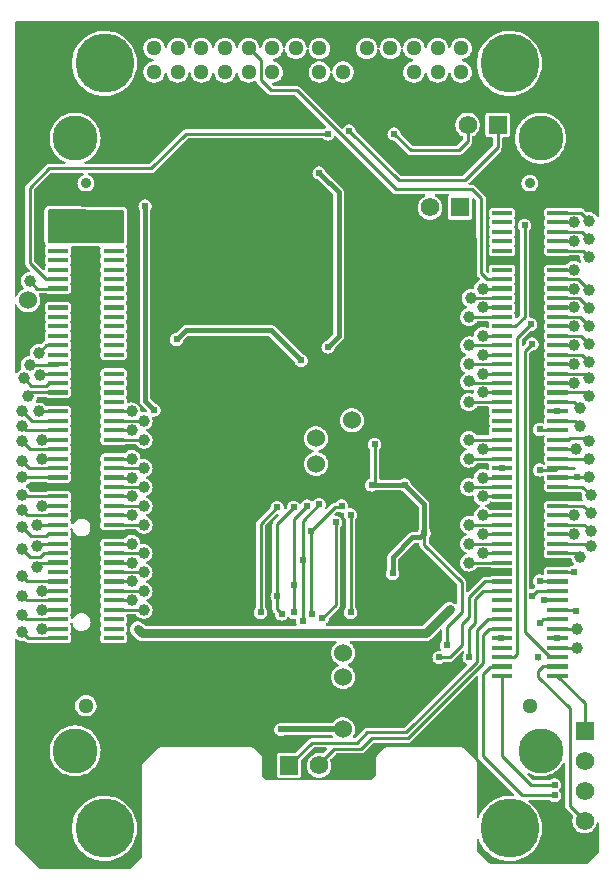
<source format=gbl>
G04 Layer: BottomLayer*
G04 EasyEDA v6.4.31, 2022-04-07 10:18:28*
G04 166d8731ec0749d1b06731797b2d177b,10*
G04 Gerber Generator version 0.2*
G04 Scale: 100 percent, Rotated: No, Reflected: No *
G04 Dimensions in inches *
G04 leading zeros omitted , absolute positions ,3 integer and 6 decimal *
%FSLAX36Y36*%
%MOIN*%

%ADD10C,0.0100*%
%ADD12C,0.0150*%
%ADD13C,0.0600*%
%ADD14C,0.0200*%
%ADD15C,0.0300*%
%ADD22C,0.0240*%
%ADD23C,0.0394*%
%ADD56C,0.1496*%
%ADD57C,0.0512*%
%ADD58C,0.0354*%
%ADD59C,0.0620*%
%ADD60R,0.0620X0.0620*%
%ADD61C,0.1968*%

%LPD*%
G36*
X1596720Y-1640160D02*
G01*
X1595160Y-1639740D01*
X1593899Y-1638720D01*
X1591519Y-1635840D01*
X1588100Y-1632800D01*
X1584280Y-1630300D01*
X1580700Y-1628700D01*
X1579460Y-1627820D01*
X1578620Y-1626560D01*
X1578340Y-1625060D01*
X1578620Y-1623560D01*
X1579460Y-1622280D01*
X1580700Y-1621399D01*
X1584280Y-1619800D01*
X1588100Y-1617320D01*
X1591519Y-1614280D01*
X1593899Y-1611380D01*
X1595160Y-1610380D01*
X1596720Y-1609940D01*
X1598320Y-1610160D01*
X1598920Y-1610360D01*
X1601420Y-1610660D01*
X1665800Y-1610660D01*
X1667340Y-1610960D01*
X1668620Y-1611819D01*
X1669500Y-1613120D01*
X1669800Y-1614660D01*
X1669800Y-1635460D01*
X1669500Y-1637000D01*
X1668620Y-1638280D01*
X1667340Y-1639160D01*
X1665800Y-1639460D01*
X1601420Y-1639460D01*
X1598920Y-1639740D01*
X1598320Y-1639960D01*
G37*

%LPD*%
G36*
X1728779Y-1903520D02*
G01*
X1727380Y-1903100D01*
X1726220Y-1902200D01*
X1725460Y-1900960D01*
X1725200Y-1899540D01*
X1725200Y-1117960D01*
X1725500Y-1116420D01*
X1726380Y-1115120D01*
X1733220Y-1108280D01*
X1734360Y-1107480D01*
X1735700Y-1107120D01*
X1738860Y-1106840D01*
X1742580Y-1105840D01*
X1746100Y-1104220D01*
X1749259Y-1102000D01*
X1752000Y-1099260D01*
X1754220Y-1096100D01*
X1755840Y-1092580D01*
X1756840Y-1088860D01*
X1757180Y-1085000D01*
X1756840Y-1081140D01*
X1755840Y-1077420D01*
X1754220Y-1073900D01*
X1752000Y-1070740D01*
X1749259Y-1068000D01*
X1746100Y-1065780D01*
X1742580Y-1064160D01*
X1738860Y-1063160D01*
X1735000Y-1062820D01*
X1731140Y-1063160D01*
X1727420Y-1064160D01*
X1723899Y-1065780D01*
X1720740Y-1068000D01*
X1718000Y-1070740D01*
X1715780Y-1073900D01*
X1714160Y-1077420D01*
X1713160Y-1081140D01*
X1712880Y-1084300D01*
X1712520Y-1085640D01*
X1711720Y-1086780D01*
X1707020Y-1091480D01*
X1705740Y-1092340D01*
X1704199Y-1092640D01*
X1702660Y-1092340D01*
X1701380Y-1091480D01*
X1700500Y-1090180D01*
X1700200Y-1088640D01*
X1700200Y-1072960D01*
X1700500Y-1071420D01*
X1701380Y-1070120D01*
X1728220Y-1043280D01*
X1729360Y-1042480D01*
X1730700Y-1042120D01*
X1733860Y-1041840D01*
X1737580Y-1040840D01*
X1741100Y-1039220D01*
X1744259Y-1037000D01*
X1747000Y-1034260D01*
X1749220Y-1031100D01*
X1750840Y-1027580D01*
X1751840Y-1023860D01*
X1752180Y-1020000D01*
X1751840Y-1016140D01*
X1750840Y-1012420D01*
X1749220Y-1008900D01*
X1747000Y-1005740D01*
X1744259Y-1003000D01*
X1741100Y-1000780D01*
X1737580Y-999160D01*
X1733860Y-998160D01*
X1727920Y-997660D01*
X1726500Y-996820D01*
X1725540Y-995480D01*
X1725200Y-993880D01*
X1725200Y-707720D01*
X1725500Y-706180D01*
X1726380Y-704880D01*
X1727000Y-704260D01*
X1729220Y-701100D01*
X1730840Y-697580D01*
X1731840Y-693860D01*
X1732180Y-690000D01*
X1731840Y-686140D01*
X1730840Y-682420D01*
X1729220Y-678900D01*
X1727000Y-675740D01*
X1724259Y-673000D01*
X1721100Y-670780D01*
X1717580Y-669160D01*
X1713860Y-668160D01*
X1710000Y-667820D01*
X1706140Y-668160D01*
X1702420Y-669160D01*
X1698899Y-670780D01*
X1695740Y-673000D01*
X1693000Y-675740D01*
X1690780Y-678900D01*
X1689160Y-682420D01*
X1688160Y-686140D01*
X1687820Y-690000D01*
X1688160Y-693860D01*
X1689160Y-697580D01*
X1690780Y-701100D01*
X1693000Y-704260D01*
X1693620Y-704880D01*
X1694500Y-706180D01*
X1694800Y-707720D01*
X1694800Y-987039D01*
X1694500Y-988580D01*
X1693620Y-989880D01*
X1685140Y-998360D01*
X1683839Y-999220D01*
X1682320Y-999539D01*
X1680780Y-999220D01*
X1679480Y-998360D01*
X1678620Y-997060D01*
X1678320Y-995540D01*
X1678320Y-988420D01*
X1678040Y-985939D01*
X1677280Y-983780D01*
X1675820Y-981480D01*
X1675280Y-980080D01*
X1675280Y-978600D01*
X1675820Y-977220D01*
X1677280Y-974900D01*
X1678040Y-972760D01*
X1678320Y-970260D01*
X1678320Y-956940D01*
X1678040Y-954440D01*
X1677280Y-952300D01*
X1675820Y-949960D01*
X1675280Y-948580D01*
X1675280Y-947099D01*
X1675820Y-945720D01*
X1677280Y-943400D01*
X1678040Y-941260D01*
X1678320Y-938760D01*
X1678320Y-925440D01*
X1678040Y-922940D01*
X1677280Y-920800D01*
X1675820Y-918460D01*
X1675280Y-917080D01*
X1675280Y-915600D01*
X1675820Y-914220D01*
X1677280Y-911900D01*
X1678040Y-909760D01*
X1678320Y-907260D01*
X1678320Y-893940D01*
X1678040Y-891440D01*
X1677280Y-889300D01*
X1675820Y-886979D01*
X1675280Y-885600D01*
X1675280Y-884100D01*
X1675820Y-882720D01*
X1677280Y-880420D01*
X1678040Y-878259D01*
X1678320Y-875780D01*
X1678320Y-862440D01*
X1678040Y-859960D01*
X1677280Y-857800D01*
X1675820Y-855480D01*
X1675280Y-854100D01*
X1675280Y-852600D01*
X1675820Y-851220D01*
X1677280Y-848920D01*
X1678040Y-846760D01*
X1678320Y-844280D01*
X1678320Y-830939D01*
X1678040Y-828460D01*
X1677280Y-826300D01*
X1676060Y-824380D01*
X1674460Y-822760D01*
X1672520Y-821560D01*
X1670380Y-820800D01*
X1667880Y-820520D01*
X1601420Y-820520D01*
X1598920Y-820800D01*
X1596780Y-821560D01*
X1594840Y-822760D01*
X1593240Y-824380D01*
X1592020Y-826300D01*
X1591260Y-828460D01*
X1590980Y-830939D01*
X1590980Y-844080D01*
X1590700Y-845580D01*
X1589860Y-846860D01*
X1588600Y-847740D01*
X1587100Y-848080D01*
X1585600Y-847840D01*
X1584280Y-847039D01*
X1581500Y-844479D01*
X1580540Y-843139D01*
X1580200Y-841540D01*
X1580200Y-600200D01*
X1579880Y-597040D01*
X1579019Y-594200D01*
X1577620Y-591560D01*
X1575600Y-589120D01*
X1545880Y-559400D01*
X1543440Y-557380D01*
X1540800Y-555980D01*
X1537960Y-555120D01*
X1534800Y-554800D01*
X1526360Y-554800D01*
X1524820Y-554500D01*
X1523520Y-553620D01*
X1522660Y-552340D01*
X1522360Y-550800D01*
X1522660Y-549260D01*
X1523520Y-547980D01*
X1630600Y-440880D01*
X1632620Y-438440D01*
X1634019Y-435800D01*
X1634880Y-432960D01*
X1635200Y-429799D01*
X1635200Y-400200D01*
X1635500Y-398660D01*
X1636380Y-397380D01*
X1637660Y-396500D01*
X1639199Y-396200D01*
X1650780Y-396200D01*
X1653260Y-395920D01*
X1655420Y-395160D01*
X1657340Y-393960D01*
X1658959Y-392340D01*
X1660160Y-390420D01*
X1660920Y-388260D01*
X1661200Y-385780D01*
X1661200Y-324219D01*
X1660920Y-321740D01*
X1660160Y-319580D01*
X1658959Y-317660D01*
X1657340Y-316040D01*
X1655420Y-314840D01*
X1653260Y-314080D01*
X1650780Y-313800D01*
X1589220Y-313800D01*
X1586740Y-314080D01*
X1584580Y-314840D01*
X1582660Y-316040D01*
X1581040Y-317660D01*
X1579840Y-319580D01*
X1579079Y-321740D01*
X1578800Y-324219D01*
X1578800Y-385780D01*
X1579079Y-388260D01*
X1579840Y-390420D01*
X1581040Y-392340D01*
X1582660Y-393960D01*
X1584580Y-395160D01*
X1586740Y-395920D01*
X1589220Y-396200D01*
X1600800Y-396200D01*
X1602340Y-396500D01*
X1603620Y-397380D01*
X1604500Y-398660D01*
X1604800Y-400200D01*
X1604800Y-422040D01*
X1604500Y-423579D01*
X1603620Y-424880D01*
X1504880Y-523620D01*
X1503580Y-524500D01*
X1502040Y-524800D01*
X1297960Y-524800D01*
X1296420Y-524500D01*
X1295120Y-523620D01*
X1148280Y-376780D01*
X1147480Y-375640D01*
X1147120Y-374300D01*
X1146840Y-371140D01*
X1145840Y-367420D01*
X1144220Y-363900D01*
X1142000Y-360740D01*
X1139260Y-358000D01*
X1136100Y-355780D01*
X1132580Y-354159D01*
X1128860Y-353160D01*
X1125000Y-352819D01*
X1121140Y-353160D01*
X1117420Y-354159D01*
X1113900Y-355780D01*
X1110740Y-358000D01*
X1108000Y-360740D01*
X1105780Y-363900D01*
X1104900Y-365820D01*
X1104000Y-367040D01*
X1102700Y-367860D01*
X1101200Y-368120D01*
X1099720Y-367800D01*
X1098440Y-366940D01*
X960879Y-229400D01*
X958439Y-227380D01*
X955800Y-225980D01*
X952960Y-225120D01*
X949800Y-224800D01*
X872960Y-224800D01*
X871420Y-224500D01*
X870120Y-223619D01*
X867740Y-221240D01*
X866860Y-219940D01*
X866560Y-218400D01*
X866860Y-216880D01*
X867740Y-215580D01*
X869020Y-214720D01*
X870560Y-214400D01*
X871220Y-214400D01*
X876180Y-213720D01*
X880980Y-212340D01*
X885540Y-210300D01*
X889760Y-207659D01*
X893580Y-204460D01*
X896919Y-200740D01*
X899720Y-196600D01*
X901900Y-192120D01*
X903460Y-187360D01*
X904320Y-182460D01*
X904500Y-177460D01*
X903980Y-172500D01*
X902760Y-167659D01*
X900900Y-163020D01*
X898400Y-158700D01*
X895320Y-154780D01*
X891740Y-151300D01*
X887700Y-148360D01*
X883280Y-146020D01*
X878600Y-144320D01*
X873300Y-143220D01*
X871840Y-142580D01*
X870740Y-141440D01*
X870180Y-139960D01*
X870240Y-138380D01*
X870900Y-136940D01*
X872060Y-135860D01*
X873560Y-135340D01*
X876180Y-134980D01*
X880980Y-133600D01*
X885540Y-131560D01*
X889760Y-128920D01*
X893580Y-125719D01*
X896919Y-122000D01*
X899720Y-117860D01*
X901900Y-113379D01*
X903460Y-108620D01*
X904160Y-104580D01*
X904740Y-103100D01*
X905860Y-101980D01*
X907320Y-101359D01*
X908900Y-101359D01*
X910360Y-101980D01*
X911460Y-103100D01*
X912039Y-104580D01*
X912760Y-108620D01*
X914300Y-113379D01*
X916480Y-117860D01*
X919280Y-122000D01*
X922620Y-125719D01*
X926440Y-128920D01*
X930680Y-131560D01*
X935240Y-133600D01*
X940040Y-134980D01*
X944980Y-135660D01*
X949960Y-135660D01*
X954920Y-134980D01*
X959720Y-133600D01*
X964280Y-131560D01*
X968500Y-128920D01*
X972320Y-125719D01*
X975660Y-122000D01*
X978460Y-117860D01*
X980639Y-113379D01*
X982200Y-108620D01*
X982900Y-104580D01*
X983480Y-103100D01*
X984599Y-101980D01*
X986060Y-101359D01*
X987640Y-101359D01*
X989100Y-101980D01*
X990200Y-103100D01*
X990780Y-104580D01*
X991500Y-108620D01*
X993040Y-113379D01*
X995220Y-117860D01*
X998020Y-122000D01*
X1001360Y-125719D01*
X1005180Y-128920D01*
X1009419Y-131560D01*
X1013980Y-133600D01*
X1018800Y-134980D01*
X1021280Y-135360D01*
X1022760Y-135900D01*
X1023920Y-136960D01*
X1024580Y-138400D01*
X1024620Y-139980D01*
X1024060Y-141460D01*
X1022960Y-142600D01*
X1021500Y-143220D01*
X1016360Y-144320D01*
X1011660Y-146020D01*
X1007260Y-148360D01*
X1003220Y-151300D01*
X999620Y-154780D01*
X996560Y-158700D01*
X994060Y-163020D01*
X992180Y-167659D01*
X990980Y-172500D01*
X990460Y-177460D01*
X990620Y-182460D01*
X991500Y-187360D01*
X993040Y-192120D01*
X995220Y-196600D01*
X998020Y-200740D01*
X1001360Y-204460D01*
X1005180Y-207659D01*
X1009419Y-210300D01*
X1013980Y-212340D01*
X1018780Y-213720D01*
X1023720Y-214400D01*
X1028700Y-214400D01*
X1033660Y-213720D01*
X1038460Y-212340D01*
X1043020Y-210300D01*
X1047240Y-207659D01*
X1051060Y-204460D01*
X1054400Y-200740D01*
X1057200Y-196600D01*
X1059380Y-192120D01*
X1060940Y-187360D01*
X1061640Y-183320D01*
X1062220Y-181840D01*
X1063340Y-180720D01*
X1064800Y-180100D01*
X1066380Y-180100D01*
X1067840Y-180720D01*
X1068940Y-181840D01*
X1069520Y-183320D01*
X1070240Y-187360D01*
X1071780Y-192120D01*
X1073960Y-196600D01*
X1076760Y-200740D01*
X1080100Y-204460D01*
X1083920Y-207659D01*
X1088160Y-210300D01*
X1092720Y-212340D01*
X1097520Y-213720D01*
X1102460Y-214400D01*
X1107440Y-214400D01*
X1112400Y-213720D01*
X1117200Y-212340D01*
X1121760Y-210300D01*
X1125980Y-207659D01*
X1129800Y-204460D01*
X1133140Y-200740D01*
X1135940Y-196600D01*
X1138120Y-192120D01*
X1139680Y-187360D01*
X1140540Y-182460D01*
X1140720Y-177460D01*
X1140200Y-172500D01*
X1138980Y-167659D01*
X1137120Y-163020D01*
X1134620Y-158700D01*
X1131540Y-154780D01*
X1127960Y-151300D01*
X1123920Y-148360D01*
X1119500Y-146020D01*
X1114820Y-144320D01*
X1109940Y-143280D01*
X1104960Y-142940D01*
X1099980Y-143280D01*
X1095100Y-144320D01*
X1090400Y-146020D01*
X1086000Y-148360D01*
X1081960Y-151300D01*
X1078360Y-154780D01*
X1075300Y-158700D01*
X1072800Y-163020D01*
X1070920Y-167659D01*
X1069720Y-172500D01*
X1069560Y-173980D01*
X1069040Y-175560D01*
X1067940Y-176780D01*
X1066420Y-177460D01*
X1064760Y-177460D01*
X1063240Y-176780D01*
X1062120Y-175560D01*
X1061600Y-173980D01*
X1061460Y-172500D01*
X1060240Y-167659D01*
X1058380Y-163020D01*
X1055880Y-158700D01*
X1052800Y-154780D01*
X1049220Y-151300D01*
X1045180Y-148360D01*
X1040759Y-146020D01*
X1036080Y-144320D01*
X1030780Y-143220D01*
X1029320Y-142580D01*
X1028220Y-141440D01*
X1027660Y-139960D01*
X1027720Y-138380D01*
X1028379Y-136940D01*
X1029539Y-135860D01*
X1031040Y-135340D01*
X1033660Y-134980D01*
X1038460Y-133600D01*
X1043020Y-131560D01*
X1047240Y-128920D01*
X1051060Y-125719D01*
X1054400Y-122000D01*
X1057200Y-117860D01*
X1059380Y-113379D01*
X1060940Y-108620D01*
X1061800Y-103720D01*
X1061980Y-98720D01*
X1061460Y-93760D01*
X1060240Y-88920D01*
X1058380Y-84280D01*
X1055880Y-79960D01*
X1052800Y-76040D01*
X1049220Y-72560D01*
X1045180Y-69620D01*
X1040759Y-67280D01*
X1036080Y-65580D01*
X1031200Y-64540D01*
X1026220Y-64200D01*
X1021240Y-64540D01*
X1016360Y-65580D01*
X1011660Y-67280D01*
X1007260Y-69620D01*
X1003220Y-72560D01*
X999620Y-76040D01*
X996560Y-79960D01*
X994060Y-84280D01*
X992180Y-88920D01*
X990980Y-93760D01*
X990819Y-95239D01*
X990300Y-96820D01*
X989200Y-98040D01*
X987680Y-98720D01*
X986020Y-98720D01*
X984500Y-98040D01*
X983379Y-96820D01*
X982860Y-95239D01*
X982720Y-93760D01*
X981500Y-88920D01*
X979640Y-84280D01*
X977140Y-79960D01*
X974060Y-76040D01*
X970480Y-72560D01*
X966440Y-69620D01*
X962020Y-67280D01*
X957340Y-65580D01*
X952460Y-64540D01*
X947480Y-64200D01*
X942500Y-64540D01*
X937620Y-65580D01*
X932920Y-67280D01*
X928520Y-69620D01*
X924479Y-72560D01*
X920879Y-76040D01*
X917820Y-79960D01*
X915320Y-84280D01*
X913439Y-88920D01*
X912240Y-93760D01*
X912080Y-95239D01*
X911560Y-96820D01*
X910460Y-98040D01*
X908940Y-98720D01*
X907280Y-98720D01*
X905759Y-98040D01*
X904640Y-96820D01*
X904120Y-95239D01*
X903980Y-93760D01*
X902760Y-88920D01*
X900900Y-84280D01*
X898400Y-79960D01*
X895320Y-76040D01*
X891740Y-72560D01*
X887700Y-69620D01*
X883280Y-67280D01*
X878600Y-65580D01*
X873720Y-64540D01*
X868740Y-64200D01*
X863760Y-64540D01*
X858880Y-65580D01*
X854180Y-67280D01*
X849780Y-69620D01*
X845740Y-72560D01*
X842140Y-76040D01*
X839080Y-79960D01*
X836580Y-84280D01*
X834700Y-88920D01*
X833500Y-93760D01*
X833340Y-95239D01*
X832820Y-96820D01*
X831720Y-98040D01*
X830200Y-98720D01*
X828540Y-98720D01*
X827020Y-98040D01*
X825900Y-96820D01*
X825380Y-95239D01*
X825240Y-93760D01*
X824020Y-88920D01*
X822159Y-84280D01*
X819659Y-79960D01*
X816580Y-76040D01*
X813000Y-72560D01*
X808960Y-69620D01*
X804539Y-67280D01*
X799860Y-65580D01*
X794980Y-64540D01*
X790000Y-64200D01*
X785020Y-64540D01*
X780140Y-65580D01*
X775440Y-67280D01*
X771040Y-69620D01*
X767000Y-72560D01*
X763400Y-76040D01*
X760340Y-79960D01*
X757840Y-84280D01*
X755960Y-88920D01*
X754760Y-93760D01*
X754599Y-95239D01*
X754080Y-96820D01*
X752980Y-98040D01*
X751460Y-98720D01*
X749800Y-98720D01*
X748280Y-98040D01*
X747159Y-96820D01*
X746640Y-95239D01*
X746500Y-93760D01*
X745280Y-88920D01*
X743420Y-84280D01*
X740920Y-79960D01*
X737840Y-76040D01*
X734260Y-72560D01*
X730220Y-69620D01*
X725800Y-67280D01*
X721120Y-65580D01*
X716240Y-64540D01*
X711260Y-64200D01*
X706280Y-64540D01*
X701400Y-65580D01*
X696700Y-67280D01*
X692300Y-69620D01*
X688259Y-72560D01*
X684659Y-76040D01*
X681600Y-79960D01*
X679100Y-84280D01*
X677220Y-88920D01*
X676020Y-93760D01*
X675860Y-95239D01*
X675340Y-96820D01*
X674240Y-98040D01*
X672720Y-98720D01*
X671060Y-98720D01*
X669539Y-98040D01*
X668420Y-96820D01*
X667900Y-95239D01*
X667760Y-93760D01*
X666540Y-88920D01*
X664680Y-84280D01*
X662180Y-79960D01*
X659100Y-76040D01*
X655520Y-72560D01*
X651480Y-69620D01*
X647060Y-67280D01*
X642380Y-65580D01*
X637500Y-64540D01*
X632520Y-64200D01*
X627540Y-64540D01*
X622660Y-65580D01*
X617960Y-67280D01*
X613560Y-69620D01*
X609520Y-72560D01*
X605920Y-76040D01*
X602860Y-79960D01*
X600360Y-84280D01*
X598480Y-88920D01*
X597280Y-93760D01*
X597120Y-95239D01*
X596600Y-96820D01*
X595500Y-98040D01*
X593980Y-98720D01*
X592320Y-98720D01*
X590800Y-98040D01*
X589680Y-96820D01*
X589160Y-95239D01*
X589020Y-93760D01*
X587800Y-88920D01*
X585940Y-84280D01*
X583440Y-79960D01*
X580360Y-76040D01*
X576780Y-72560D01*
X572740Y-69620D01*
X568320Y-67280D01*
X563640Y-65580D01*
X558760Y-64540D01*
X553780Y-64200D01*
X548800Y-64540D01*
X543920Y-65580D01*
X539220Y-67280D01*
X534820Y-69620D01*
X530780Y-72560D01*
X527180Y-76040D01*
X524120Y-79960D01*
X521620Y-84280D01*
X519739Y-88920D01*
X518540Y-93760D01*
X518380Y-95239D01*
X517860Y-96820D01*
X516760Y-98059D01*
X515240Y-98740D01*
X513579Y-98740D01*
X512060Y-98059D01*
X510940Y-96820D01*
X510420Y-95239D01*
X510260Y-93760D01*
X509060Y-88920D01*
X507200Y-84300D01*
X504700Y-79960D01*
X501620Y-76040D01*
X498040Y-72560D01*
X494000Y-69640D01*
X489580Y-67280D01*
X484900Y-65580D01*
X480020Y-64540D01*
X475040Y-64200D01*
X470060Y-64540D01*
X465160Y-65580D01*
X460480Y-67280D01*
X456079Y-69640D01*
X452040Y-72560D01*
X448440Y-76040D01*
X445360Y-79960D01*
X442879Y-84300D01*
X441000Y-88920D01*
X439799Y-93760D01*
X439280Y-98720D01*
X439440Y-103720D01*
X440319Y-108640D01*
X441860Y-113379D01*
X444040Y-117860D01*
X446840Y-122000D01*
X450180Y-125719D01*
X454000Y-128920D01*
X458240Y-131560D01*
X462800Y-133600D01*
X467620Y-134980D01*
X470100Y-135360D01*
X471580Y-135900D01*
X472740Y-136960D01*
X473400Y-138400D01*
X473440Y-139980D01*
X472879Y-141460D01*
X471780Y-142600D01*
X470319Y-143220D01*
X465180Y-144320D01*
X460480Y-146020D01*
X456079Y-148360D01*
X452040Y-151300D01*
X448440Y-154780D01*
X445379Y-158700D01*
X442879Y-163020D01*
X441000Y-167659D01*
X439799Y-172500D01*
X439280Y-177460D01*
X439440Y-182460D01*
X440319Y-187360D01*
X441860Y-192120D01*
X444040Y-196600D01*
X446840Y-200740D01*
X450180Y-204460D01*
X454000Y-207659D01*
X458240Y-210300D01*
X462800Y-212340D01*
X467600Y-213720D01*
X472540Y-214400D01*
X477520Y-214400D01*
X482480Y-213720D01*
X487280Y-212340D01*
X491840Y-210300D01*
X496060Y-207659D01*
X499880Y-204460D01*
X503220Y-200740D01*
X506019Y-196600D01*
X508200Y-192120D01*
X509760Y-187360D01*
X510460Y-183320D01*
X511040Y-181840D01*
X512160Y-180720D01*
X513620Y-180100D01*
X515200Y-180100D01*
X516659Y-180720D01*
X517760Y-181840D01*
X518340Y-183320D01*
X519060Y-187360D01*
X520600Y-192120D01*
X522780Y-196600D01*
X525580Y-200740D01*
X528920Y-204460D01*
X532740Y-207659D01*
X536980Y-210300D01*
X541540Y-212340D01*
X546340Y-213720D01*
X551280Y-214400D01*
X556260Y-214400D01*
X561220Y-213720D01*
X566020Y-212340D01*
X570580Y-210300D01*
X574800Y-207659D01*
X578620Y-204460D01*
X581960Y-200740D01*
X584760Y-196600D01*
X586940Y-192120D01*
X588500Y-187360D01*
X589200Y-183320D01*
X589780Y-181840D01*
X590900Y-180720D01*
X592360Y-180100D01*
X593940Y-180100D01*
X595400Y-180720D01*
X596500Y-181840D01*
X597080Y-183320D01*
X597800Y-187360D01*
X599340Y-192120D01*
X601520Y-196600D01*
X604320Y-200740D01*
X607660Y-204460D01*
X611480Y-207659D01*
X615720Y-210300D01*
X620280Y-212340D01*
X625080Y-213720D01*
X630020Y-214400D01*
X635000Y-214400D01*
X639960Y-213720D01*
X644760Y-212340D01*
X649320Y-210300D01*
X653540Y-207659D01*
X657360Y-204460D01*
X660699Y-200740D01*
X663500Y-196600D01*
X665680Y-192120D01*
X667240Y-187360D01*
X667940Y-183320D01*
X668520Y-181840D01*
X669640Y-180720D01*
X671100Y-180100D01*
X672680Y-180100D01*
X674140Y-180720D01*
X675240Y-181840D01*
X675819Y-183320D01*
X676540Y-187360D01*
X678080Y-192120D01*
X680260Y-196600D01*
X683060Y-200740D01*
X686400Y-204460D01*
X690220Y-207659D01*
X694460Y-210300D01*
X699020Y-212340D01*
X703820Y-213720D01*
X708760Y-214400D01*
X713740Y-214400D01*
X718700Y-213720D01*
X723500Y-212340D01*
X728060Y-210300D01*
X732280Y-207659D01*
X736100Y-204460D01*
X739440Y-200740D01*
X742240Y-196600D01*
X744419Y-192120D01*
X745980Y-187360D01*
X746680Y-183320D01*
X747260Y-181840D01*
X748379Y-180720D01*
X749840Y-180100D01*
X751420Y-180100D01*
X752880Y-180720D01*
X753980Y-181840D01*
X754560Y-183320D01*
X755280Y-187360D01*
X756820Y-192120D01*
X759000Y-196600D01*
X761800Y-200740D01*
X765140Y-204460D01*
X768960Y-207659D01*
X773199Y-210300D01*
X777760Y-212340D01*
X782560Y-213720D01*
X787500Y-214400D01*
X792480Y-214400D01*
X797440Y-213720D01*
X802240Y-212340D01*
X806800Y-210300D01*
X809960Y-208320D01*
X811320Y-207800D01*
X812760Y-207780D01*
X814140Y-208299D01*
X815220Y-209259D01*
X817380Y-213440D01*
X819400Y-215880D01*
X854120Y-250600D01*
X856560Y-252620D01*
X859200Y-254020D01*
X862039Y-254880D01*
X865200Y-255200D01*
X942039Y-255200D01*
X943580Y-255500D01*
X944880Y-256380D01*
X1046940Y-358440D01*
X1047800Y-359720D01*
X1048120Y-361200D01*
X1047860Y-362700D01*
X1047039Y-364000D01*
X1045819Y-364900D01*
X1043900Y-365780D01*
X1040740Y-368000D01*
X1040120Y-368620D01*
X1038820Y-369500D01*
X1037280Y-369799D01*
X580200Y-369799D01*
X577040Y-370120D01*
X574200Y-370980D01*
X571560Y-372380D01*
X569120Y-374400D01*
X459880Y-483620D01*
X458579Y-484500D01*
X457040Y-484799D01*
X246700Y-484799D01*
X245180Y-484500D01*
X243900Y-483660D01*
X243020Y-482380D01*
X242700Y-480860D01*
X242979Y-479340D01*
X243800Y-478040D01*
X245060Y-477160D01*
X249920Y-474980D01*
X256840Y-471040D01*
X263380Y-466480D01*
X269460Y-461320D01*
X275020Y-455620D01*
X280040Y-449440D01*
X284440Y-442800D01*
X288200Y-435780D01*
X291300Y-428420D01*
X293680Y-420820D01*
X295360Y-413040D01*
X296280Y-405120D01*
X296480Y-397160D01*
X295920Y-389200D01*
X294620Y-381340D01*
X292580Y-373640D01*
X289840Y-366160D01*
X286400Y-358980D01*
X282320Y-352140D01*
X277600Y-345720D01*
X272300Y-339760D01*
X266480Y-334320D01*
X260159Y-329460D01*
X253420Y-325200D01*
X246320Y-321599D01*
X238900Y-318680D01*
X231240Y-316480D01*
X223420Y-315000D01*
X215479Y-314240D01*
X207520Y-314240D01*
X199579Y-315000D01*
X191759Y-316480D01*
X184100Y-318680D01*
X176680Y-321599D01*
X169579Y-325200D01*
X162840Y-329460D01*
X156520Y-334320D01*
X150700Y-339760D01*
X145400Y-345720D01*
X140680Y-352140D01*
X136600Y-358980D01*
X133160Y-366160D01*
X130420Y-373640D01*
X128379Y-381340D01*
X127080Y-389200D01*
X126519Y-397160D01*
X126720Y-405120D01*
X127640Y-413040D01*
X129320Y-420820D01*
X131700Y-428420D01*
X134800Y-435780D01*
X138560Y-442800D01*
X142960Y-449440D01*
X147980Y-455620D01*
X153540Y-461320D01*
X159620Y-466480D01*
X166160Y-471040D01*
X173080Y-474980D01*
X177940Y-477160D01*
X179200Y-478040D01*
X180020Y-479340D01*
X180300Y-480860D01*
X179980Y-482380D01*
X179100Y-483660D01*
X177820Y-484500D01*
X176300Y-484799D01*
X125200Y-484799D01*
X122040Y-485120D01*
X119200Y-485980D01*
X116560Y-487380D01*
X114120Y-489400D01*
X49400Y-554120D01*
X47380Y-556560D01*
X45980Y-559200D01*
X45119Y-562040D01*
X44800Y-565200D01*
X44800Y-814800D01*
X45119Y-817960D01*
X45980Y-820800D01*
X47380Y-823439D01*
X49400Y-825879D01*
X61900Y-838400D01*
X62760Y-839680D01*
X63080Y-841180D01*
X62800Y-842680D01*
X61980Y-843980D01*
X60720Y-844860D01*
X59220Y-845220D01*
X56580Y-845320D01*
X52080Y-846200D01*
X47779Y-847740D01*
X43760Y-849920D01*
X40119Y-852700D01*
X36960Y-856000D01*
X34320Y-859740D01*
X32300Y-863840D01*
X30920Y-868199D01*
X30219Y-872720D01*
X30219Y-877280D01*
X30920Y-881800D01*
X32300Y-886160D01*
X34320Y-890260D01*
X36960Y-894000D01*
X39780Y-896940D01*
X40620Y-898259D01*
X40900Y-899800D01*
X40560Y-901320D01*
X39660Y-902600D01*
X33380Y-906120D01*
X29060Y-909300D01*
X25200Y-913040D01*
X21860Y-917260D01*
X19120Y-921880D01*
X17880Y-924820D01*
X17000Y-926100D01*
X15700Y-926960D01*
X14180Y-927260D01*
X12660Y-926940D01*
X11359Y-926080D01*
X10500Y-924780D01*
X10200Y-923259D01*
X10200Y-14200D01*
X10500Y-12660D01*
X11379Y-11379D01*
X12660Y-10500D01*
X14200Y-10200D01*
X1954300Y-10200D01*
X1955840Y-10500D01*
X1957140Y-11379D01*
X1958000Y-12660D01*
X1958300Y-14200D01*
X1958300Y-658180D01*
X1957940Y-659860D01*
X1956900Y-661240D01*
X1955360Y-662039D01*
X1953640Y-662120D01*
X1952040Y-661480D01*
X1950860Y-660220D01*
X1949440Y-657820D01*
X1946519Y-654280D01*
X1943100Y-651240D01*
X1939280Y-648760D01*
X1935100Y-646880D01*
X1930680Y-645680D01*
X1926140Y-645140D01*
X1921579Y-645320D01*
X1919680Y-645699D01*
X1918380Y-645720D01*
X1917140Y-645340D01*
X1916080Y-644599D01*
X1909520Y-638040D01*
X1907080Y-636020D01*
X1904440Y-634620D01*
X1901600Y-633760D01*
X1898440Y-633440D01*
X1860080Y-633440D01*
X1858980Y-633280D01*
X1857560Y-632580D01*
X1855420Y-631840D01*
X1852920Y-631560D01*
X1786459Y-631560D01*
X1783959Y-631840D01*
X1781819Y-632580D01*
X1779880Y-633800D01*
X1778280Y-635400D01*
X1777060Y-637340D01*
X1776300Y-639480D01*
X1776020Y-641979D01*
X1776020Y-655300D01*
X1776300Y-657800D01*
X1777060Y-659940D01*
X1778520Y-662260D01*
X1779060Y-663640D01*
X1779060Y-665140D01*
X1778520Y-666520D01*
X1777060Y-668820D01*
X1776300Y-670980D01*
X1776020Y-673460D01*
X1776020Y-686800D01*
X1776300Y-689280D01*
X1777060Y-691440D01*
X1778520Y-693760D01*
X1779060Y-695140D01*
X1779060Y-696640D01*
X1778520Y-698020D01*
X1777060Y-700320D01*
X1776300Y-702480D01*
X1776020Y-704960D01*
X1776020Y-718300D01*
X1776300Y-720780D01*
X1777060Y-722940D01*
X1778520Y-725260D01*
X1779060Y-726640D01*
X1779060Y-728120D01*
X1778520Y-729500D01*
X1777060Y-731820D01*
X1776300Y-733960D01*
X1776020Y-736460D01*
X1776020Y-749780D01*
X1776300Y-752280D01*
X1777060Y-754419D01*
X1778520Y-756760D01*
X1779060Y-758139D01*
X1779060Y-759620D01*
X1778520Y-761000D01*
X1777060Y-763319D01*
X1776300Y-765460D01*
X1776020Y-767960D01*
X1776020Y-781280D01*
X1776300Y-783780D01*
X1777060Y-785920D01*
X1778280Y-787860D01*
X1779880Y-789460D01*
X1781819Y-790680D01*
X1783959Y-791420D01*
X1786459Y-791720D01*
X1852920Y-791720D01*
X1855420Y-791420D01*
X1857560Y-790680D01*
X1858980Y-789980D01*
X1860080Y-789820D01*
X1891220Y-789820D01*
X1892740Y-790120D01*
X1894040Y-791000D01*
X1894900Y-792280D01*
X1895220Y-793820D01*
X1895220Y-797280D01*
X1895920Y-801800D01*
X1897300Y-806160D01*
X1898400Y-808420D01*
X1898820Y-810100D01*
X1898500Y-811780D01*
X1897480Y-813180D01*
X1895980Y-814020D01*
X1894259Y-814160D01*
X1892640Y-813560D01*
X1889280Y-811360D01*
X1885100Y-809500D01*
X1880680Y-808280D01*
X1876140Y-807760D01*
X1871579Y-807940D01*
X1867080Y-808800D01*
X1862780Y-810360D01*
X1858760Y-812540D01*
X1855120Y-815300D01*
X1850920Y-819740D01*
X1849780Y-820320D01*
X1848520Y-820520D01*
X1786459Y-820520D01*
X1783959Y-820800D01*
X1781819Y-821560D01*
X1779880Y-822760D01*
X1778280Y-824380D01*
X1777060Y-826300D01*
X1776300Y-828460D01*
X1776020Y-830939D01*
X1776020Y-844280D01*
X1776300Y-846760D01*
X1777060Y-848920D01*
X1778520Y-851240D01*
X1779060Y-852620D01*
X1779060Y-854120D01*
X1778520Y-855500D01*
X1777060Y-857800D01*
X1776300Y-859960D01*
X1776020Y-862440D01*
X1776020Y-875780D01*
X1776300Y-878259D01*
X1777060Y-880420D01*
X1778520Y-882740D01*
X1779060Y-884120D01*
X1779060Y-885600D01*
X1778520Y-886979D01*
X1777060Y-889300D01*
X1776300Y-891440D01*
X1776020Y-893940D01*
X1776020Y-907260D01*
X1776300Y-909760D01*
X1777060Y-911900D01*
X1778520Y-914240D01*
X1779060Y-915620D01*
X1779060Y-917099D01*
X1778520Y-918480D01*
X1777060Y-920800D01*
X1776300Y-922940D01*
X1776020Y-925440D01*
X1776020Y-938760D01*
X1776300Y-941260D01*
X1777060Y-943400D01*
X1778520Y-945740D01*
X1779060Y-947120D01*
X1779060Y-948600D01*
X1778520Y-949980D01*
X1777060Y-952300D01*
X1776300Y-954440D01*
X1776020Y-956940D01*
X1776020Y-970260D01*
X1776300Y-972760D01*
X1777060Y-974900D01*
X1778520Y-977220D01*
X1779060Y-978600D01*
X1779060Y-980100D01*
X1778520Y-981480D01*
X1777060Y-983780D01*
X1776300Y-985939D01*
X1776020Y-988420D01*
X1776020Y-1001760D01*
X1776300Y-1004240D01*
X1777060Y-1006400D01*
X1778520Y-1008720D01*
X1779060Y-1010100D01*
X1779060Y-1011600D01*
X1778520Y-1012980D01*
X1777060Y-1015280D01*
X1776300Y-1017440D01*
X1776020Y-1019920D01*
X1776020Y-1033259D01*
X1776300Y-1035740D01*
X1777060Y-1037900D01*
X1778520Y-1040220D01*
X1779060Y-1041600D01*
X1779060Y-1043080D01*
X1778520Y-1044460D01*
X1777060Y-1046780D01*
X1776300Y-1048920D01*
X1776020Y-1051420D01*
X1776020Y-1064740D01*
X1776300Y-1067240D01*
X1777060Y-1069380D01*
X1778520Y-1071720D01*
X1779060Y-1073100D01*
X1779060Y-1074580D01*
X1778520Y-1075960D01*
X1777060Y-1078280D01*
X1776300Y-1080420D01*
X1776020Y-1082920D01*
X1776020Y-1096240D01*
X1776300Y-1098740D01*
X1777060Y-1100880D01*
X1778520Y-1103220D01*
X1779060Y-1104600D01*
X1779060Y-1106080D01*
X1778520Y-1107460D01*
X1777060Y-1109780D01*
X1776300Y-1111920D01*
X1776020Y-1114420D01*
X1776020Y-1127740D01*
X1776300Y-1130240D01*
X1777060Y-1132380D01*
X1778520Y-1134700D01*
X1779060Y-1136080D01*
X1779060Y-1137580D01*
X1778520Y-1138960D01*
X1777060Y-1141260D01*
X1776300Y-1143420D01*
X1776020Y-1145900D01*
X1776020Y-1159240D01*
X1776300Y-1161720D01*
X1777060Y-1163880D01*
X1778520Y-1166200D01*
X1779060Y-1167580D01*
X1779060Y-1169080D01*
X1778520Y-1170460D01*
X1777060Y-1172760D01*
X1776300Y-1174920D01*
X1776020Y-1177400D01*
X1776020Y-1190740D01*
X1776300Y-1193220D01*
X1777060Y-1195380D01*
X1778520Y-1197700D01*
X1779060Y-1199080D01*
X1779060Y-1200560D01*
X1778520Y-1201940D01*
X1777060Y-1204260D01*
X1776300Y-1206400D01*
X1776020Y-1208900D01*
X1776020Y-1222220D01*
X1776300Y-1224720D01*
X1777060Y-1226860D01*
X1778520Y-1229200D01*
X1779060Y-1230580D01*
X1779060Y-1232060D01*
X1778520Y-1233440D01*
X1777060Y-1235760D01*
X1776300Y-1237900D01*
X1776020Y-1240400D01*
X1776020Y-1253720D01*
X1776300Y-1256220D01*
X1777060Y-1258360D01*
X1778520Y-1260700D01*
X1779060Y-1262080D01*
X1779060Y-1263560D01*
X1778520Y-1264940D01*
X1777060Y-1267260D01*
X1776300Y-1269400D01*
X1776020Y-1271900D01*
X1776020Y-1285220D01*
X1776300Y-1287720D01*
X1777060Y-1289860D01*
X1778520Y-1292180D01*
X1779060Y-1293560D01*
X1779060Y-1295060D01*
X1778520Y-1296440D01*
X1777060Y-1298740D01*
X1776300Y-1300900D01*
X1776020Y-1303380D01*
X1776020Y-1316720D01*
X1776300Y-1319199D01*
X1777060Y-1321360D01*
X1778520Y-1323680D01*
X1779060Y-1325060D01*
X1779060Y-1326560D01*
X1778520Y-1327940D01*
X1777060Y-1330240D01*
X1776300Y-1332400D01*
X1776020Y-1334880D01*
X1776020Y-1346800D01*
X1775700Y-1348380D01*
X1774800Y-1349680D01*
X1773460Y-1350540D01*
X1771879Y-1350800D01*
X1770340Y-1350440D01*
X1767580Y-1349160D01*
X1763860Y-1348160D01*
X1760000Y-1347820D01*
X1756140Y-1348160D01*
X1752420Y-1349160D01*
X1748899Y-1350780D01*
X1745740Y-1353000D01*
X1743000Y-1355740D01*
X1740780Y-1358899D01*
X1739160Y-1362420D01*
X1738160Y-1366140D01*
X1737820Y-1370000D01*
X1738160Y-1373860D01*
X1739160Y-1377580D01*
X1740780Y-1381100D01*
X1743000Y-1384259D01*
X1745740Y-1387000D01*
X1748899Y-1389220D01*
X1752420Y-1390840D01*
X1756140Y-1391840D01*
X1760000Y-1392180D01*
X1763860Y-1391840D01*
X1767580Y-1390840D01*
X1771300Y-1389120D01*
X1772820Y-1388740D01*
X1774340Y-1388980D01*
X1775680Y-1389780D01*
X1776600Y-1391020D01*
X1776980Y-1392520D01*
X1776759Y-1394060D01*
X1776300Y-1395380D01*
X1776020Y-1397880D01*
X1776020Y-1411200D01*
X1776300Y-1413700D01*
X1777060Y-1415840D01*
X1778520Y-1418180D01*
X1779060Y-1419560D01*
X1779060Y-1421040D01*
X1778520Y-1422420D01*
X1777060Y-1424740D01*
X1776300Y-1426879D01*
X1776020Y-1429379D01*
X1776020Y-1442700D01*
X1776300Y-1445200D01*
X1777060Y-1447340D01*
X1778520Y-1449660D01*
X1779060Y-1451040D01*
X1779060Y-1452540D01*
X1778520Y-1453920D01*
X1777060Y-1456220D01*
X1776300Y-1458380D01*
X1776020Y-1460860D01*
X1776020Y-1474199D01*
X1776300Y-1476680D01*
X1777060Y-1478839D01*
X1778520Y-1481160D01*
X1779060Y-1482540D01*
X1779060Y-1484040D01*
X1778320Y-1485720D01*
X1777200Y-1486879D01*
X1775720Y-1487520D01*
X1774120Y-1487500D01*
X1772640Y-1486860D01*
X1771100Y-1485780D01*
X1767580Y-1484160D01*
X1763860Y-1483160D01*
X1760000Y-1482820D01*
X1756140Y-1483160D01*
X1752420Y-1484160D01*
X1748899Y-1485780D01*
X1745740Y-1488000D01*
X1743000Y-1490740D01*
X1740780Y-1493899D01*
X1739160Y-1497420D01*
X1738160Y-1501140D01*
X1737820Y-1505000D01*
X1738160Y-1508860D01*
X1739160Y-1512580D01*
X1740780Y-1516100D01*
X1743000Y-1519259D01*
X1745740Y-1522000D01*
X1748899Y-1524220D01*
X1752420Y-1525840D01*
X1756140Y-1526840D01*
X1760000Y-1527180D01*
X1763860Y-1526840D01*
X1767580Y-1525840D01*
X1770340Y-1524560D01*
X1771879Y-1524199D01*
X1773460Y-1524460D01*
X1774800Y-1525320D01*
X1775700Y-1526620D01*
X1776020Y-1528200D01*
X1776020Y-1537200D01*
X1776300Y-1539680D01*
X1777060Y-1541840D01*
X1778520Y-1544160D01*
X1779060Y-1545540D01*
X1779060Y-1547020D01*
X1778520Y-1548400D01*
X1777060Y-1550720D01*
X1776300Y-1552860D01*
X1776020Y-1555360D01*
X1776020Y-1568680D01*
X1776300Y-1571180D01*
X1777060Y-1573320D01*
X1778280Y-1575260D01*
X1779880Y-1576860D01*
X1781819Y-1578080D01*
X1783959Y-1578820D01*
X1786459Y-1579120D01*
X1852920Y-1579120D01*
X1855420Y-1578820D01*
X1857560Y-1578080D01*
X1858980Y-1577380D01*
X1860080Y-1577220D01*
X1894060Y-1577220D01*
X1895600Y-1577520D01*
X1896900Y-1578400D01*
X1899580Y-1581080D01*
X1900320Y-1582080D01*
X1900700Y-1583280D01*
X1900700Y-1584520D01*
X1900220Y-1587720D01*
X1900220Y-1592280D01*
X1900920Y-1596800D01*
X1902300Y-1601160D01*
X1903740Y-1604079D01*
X1904139Y-1605640D01*
X1903899Y-1607240D01*
X1903060Y-1608600D01*
X1901720Y-1609520D01*
X1900140Y-1609860D01*
X1860080Y-1609860D01*
X1858980Y-1609700D01*
X1857560Y-1609000D01*
X1855420Y-1608240D01*
X1852920Y-1607960D01*
X1786459Y-1607960D01*
X1783959Y-1608240D01*
X1781819Y-1609000D01*
X1779880Y-1610200D01*
X1778280Y-1611819D01*
X1777060Y-1613740D01*
X1776300Y-1615900D01*
X1776020Y-1618380D01*
X1776020Y-1631720D01*
X1776300Y-1634199D01*
X1777060Y-1636360D01*
X1778520Y-1638680D01*
X1779060Y-1640060D01*
X1779060Y-1641560D01*
X1778520Y-1642940D01*
X1777060Y-1645240D01*
X1776300Y-1647400D01*
X1776020Y-1649880D01*
X1776020Y-1663220D01*
X1776300Y-1665700D01*
X1777060Y-1667860D01*
X1778520Y-1670180D01*
X1779060Y-1671560D01*
X1779060Y-1673040D01*
X1778520Y-1674420D01*
X1777060Y-1676740D01*
X1776300Y-1678880D01*
X1776020Y-1681380D01*
X1776020Y-1694700D01*
X1776300Y-1697200D01*
X1777060Y-1699340D01*
X1778520Y-1701680D01*
X1779060Y-1703060D01*
X1779060Y-1704540D01*
X1778520Y-1705920D01*
X1777060Y-1708240D01*
X1776300Y-1710380D01*
X1776020Y-1712880D01*
X1776020Y-1726200D01*
X1776300Y-1728700D01*
X1777060Y-1730840D01*
X1778520Y-1733180D01*
X1779060Y-1734560D01*
X1779060Y-1736040D01*
X1778520Y-1737420D01*
X1777060Y-1739740D01*
X1776300Y-1741879D01*
X1776020Y-1744379D01*
X1776020Y-1757700D01*
X1776300Y-1760200D01*
X1777060Y-1762340D01*
X1778520Y-1764660D01*
X1779060Y-1766040D01*
X1779060Y-1767540D01*
X1778520Y-1768920D01*
X1777060Y-1771220D01*
X1776300Y-1773380D01*
X1776020Y-1775860D01*
X1776020Y-1789199D01*
X1776300Y-1791680D01*
X1777060Y-1793839D01*
X1778280Y-1795760D01*
X1779880Y-1797380D01*
X1781819Y-1798580D01*
X1783959Y-1799340D01*
X1786459Y-1799620D01*
X1852920Y-1799620D01*
X1855420Y-1799340D01*
X1857560Y-1798580D01*
X1858980Y-1797880D01*
X1860080Y-1797740D01*
X1861860Y-1797740D01*
X1863240Y-1797980D01*
X1864460Y-1798700D01*
X1865340Y-1799780D01*
X1867300Y-1806160D01*
X1869319Y-1810260D01*
X1871960Y-1814000D01*
X1874199Y-1816339D01*
X1875020Y-1817600D01*
X1875320Y-1819060D01*
X1875060Y-1820520D01*
X1874300Y-1821800D01*
X1873100Y-1822700D01*
X1867420Y-1824160D01*
X1863899Y-1825780D01*
X1859379Y-1828980D01*
X1857920Y-1829300D01*
X1856459Y-1829079D01*
X1855420Y-1828720D01*
X1852920Y-1828440D01*
X1786459Y-1828440D01*
X1783959Y-1828720D01*
X1781819Y-1829480D01*
X1779880Y-1830680D01*
X1778280Y-1832300D01*
X1777060Y-1834220D01*
X1776300Y-1836380D01*
X1776020Y-1838860D01*
X1776020Y-1851800D01*
X1775700Y-1853380D01*
X1774800Y-1854680D01*
X1773460Y-1855540D01*
X1771879Y-1855800D01*
X1770340Y-1855440D01*
X1767580Y-1854160D01*
X1763860Y-1853160D01*
X1760000Y-1852820D01*
X1756140Y-1853160D01*
X1752420Y-1854160D01*
X1748899Y-1855780D01*
X1745740Y-1858000D01*
X1743000Y-1860740D01*
X1740780Y-1863899D01*
X1739160Y-1867420D01*
X1738160Y-1871140D01*
X1737820Y-1875000D01*
X1738160Y-1878860D01*
X1739160Y-1882580D01*
X1740780Y-1886100D01*
X1743000Y-1889259D01*
X1743560Y-1889800D01*
X1744460Y-1891200D01*
X1744720Y-1892840D01*
X1744300Y-1894440D01*
X1743260Y-1895720D01*
X1740560Y-1897960D01*
X1736780Y-1901720D01*
X1735640Y-1902520D01*
X1734300Y-1902880D01*
X1731140Y-1903160D01*
X1730240Y-1903400D01*
G37*

%LPC*%
G36*
X1727160Y-577080D02*
G01*
X1731540Y-576740D01*
X1735800Y-575700D01*
X1739840Y-574040D01*
X1743580Y-571740D01*
X1746900Y-568900D01*
X1749740Y-565580D01*
X1752040Y-561840D01*
X1753700Y-557800D01*
X1754740Y-553540D01*
X1755080Y-549180D01*
X1754740Y-544800D01*
X1753700Y-540540D01*
X1752040Y-536500D01*
X1749740Y-532760D01*
X1746900Y-529440D01*
X1743580Y-526600D01*
X1739840Y-524300D01*
X1735800Y-522640D01*
X1731540Y-521599D01*
X1727160Y-521260D01*
X1722800Y-521599D01*
X1718540Y-522640D01*
X1714500Y-524300D01*
X1710760Y-526600D01*
X1707440Y-529440D01*
X1704600Y-532760D01*
X1702300Y-536500D01*
X1700640Y-540540D01*
X1699600Y-544800D01*
X1699259Y-549180D01*
X1699600Y-553540D01*
X1700640Y-557800D01*
X1702300Y-561840D01*
X1704600Y-565580D01*
X1707440Y-568900D01*
X1710760Y-571740D01*
X1714500Y-574040D01*
X1718540Y-575700D01*
X1722800Y-576740D01*
G37*
G36*
X1338680Y-214400D02*
G01*
X1343660Y-214400D01*
X1348620Y-213720D01*
X1353420Y-212340D01*
X1357980Y-210300D01*
X1362200Y-207659D01*
X1366020Y-204460D01*
X1369360Y-200740D01*
X1372160Y-196600D01*
X1374340Y-192120D01*
X1375900Y-187360D01*
X1376600Y-183320D01*
X1377180Y-181840D01*
X1378300Y-180720D01*
X1379760Y-180100D01*
X1381339Y-180100D01*
X1382800Y-180720D01*
X1383899Y-181840D01*
X1384480Y-183320D01*
X1385200Y-187360D01*
X1386740Y-192120D01*
X1388920Y-196600D01*
X1391720Y-200740D01*
X1395060Y-204460D01*
X1398880Y-207659D01*
X1403120Y-210300D01*
X1407680Y-212340D01*
X1412480Y-213720D01*
X1417420Y-214400D01*
X1422400Y-214400D01*
X1427360Y-213720D01*
X1432160Y-212340D01*
X1436720Y-210300D01*
X1440940Y-207659D01*
X1444760Y-204460D01*
X1448100Y-200740D01*
X1450900Y-196600D01*
X1453080Y-192120D01*
X1454640Y-187360D01*
X1455340Y-183320D01*
X1455920Y-181840D01*
X1457040Y-180720D01*
X1458500Y-180100D01*
X1460080Y-180100D01*
X1461540Y-180720D01*
X1462640Y-181840D01*
X1463220Y-183320D01*
X1463940Y-187360D01*
X1465480Y-192120D01*
X1467660Y-196600D01*
X1470460Y-200740D01*
X1473800Y-204460D01*
X1477620Y-207659D01*
X1481860Y-210300D01*
X1486420Y-212340D01*
X1491220Y-213720D01*
X1496160Y-214400D01*
X1501140Y-214400D01*
X1506100Y-213720D01*
X1510900Y-212340D01*
X1515460Y-210300D01*
X1519680Y-207659D01*
X1523500Y-204460D01*
X1526840Y-200740D01*
X1529640Y-196600D01*
X1531819Y-192120D01*
X1533380Y-187360D01*
X1534240Y-182460D01*
X1534420Y-177460D01*
X1533899Y-172500D01*
X1532680Y-167659D01*
X1530820Y-163020D01*
X1528320Y-158700D01*
X1525240Y-154780D01*
X1521660Y-151300D01*
X1517620Y-148360D01*
X1513200Y-146020D01*
X1508520Y-144320D01*
X1503220Y-143220D01*
X1501759Y-142580D01*
X1500660Y-141440D01*
X1500100Y-139960D01*
X1500160Y-138380D01*
X1500820Y-136940D01*
X1501980Y-135860D01*
X1503480Y-135340D01*
X1506100Y-134980D01*
X1510900Y-133600D01*
X1515460Y-131560D01*
X1519680Y-128920D01*
X1523500Y-125719D01*
X1526840Y-122000D01*
X1529640Y-117860D01*
X1531819Y-113379D01*
X1533380Y-108620D01*
X1534240Y-103720D01*
X1534420Y-98720D01*
X1533899Y-93760D01*
X1532680Y-88920D01*
X1530820Y-84280D01*
X1528320Y-79960D01*
X1525240Y-76040D01*
X1521660Y-72560D01*
X1517620Y-69620D01*
X1513200Y-67280D01*
X1508520Y-65580D01*
X1503640Y-64540D01*
X1498660Y-64200D01*
X1493680Y-64540D01*
X1488800Y-65580D01*
X1484100Y-67280D01*
X1479700Y-69620D01*
X1475660Y-72560D01*
X1472060Y-76040D01*
X1469000Y-79960D01*
X1466500Y-84280D01*
X1464620Y-88920D01*
X1463420Y-93760D01*
X1463260Y-95239D01*
X1462740Y-96820D01*
X1461639Y-98040D01*
X1460120Y-98720D01*
X1458460Y-98720D01*
X1456940Y-98040D01*
X1455820Y-96820D01*
X1455300Y-95239D01*
X1455160Y-93760D01*
X1453940Y-88920D01*
X1452080Y-84280D01*
X1449580Y-79960D01*
X1446500Y-76040D01*
X1442920Y-72560D01*
X1438880Y-69620D01*
X1434460Y-67280D01*
X1429780Y-65580D01*
X1424900Y-64540D01*
X1419920Y-64200D01*
X1414940Y-64540D01*
X1410060Y-65580D01*
X1405360Y-67280D01*
X1400960Y-69620D01*
X1396920Y-72560D01*
X1393320Y-76040D01*
X1390260Y-79960D01*
X1387760Y-84280D01*
X1385880Y-88920D01*
X1384680Y-93760D01*
X1384520Y-95239D01*
X1384000Y-96820D01*
X1382900Y-98040D01*
X1381380Y-98720D01*
X1379720Y-98720D01*
X1378200Y-98040D01*
X1377080Y-96820D01*
X1376560Y-95239D01*
X1376420Y-93760D01*
X1375200Y-88920D01*
X1373340Y-84280D01*
X1370840Y-79960D01*
X1367760Y-76040D01*
X1364180Y-72560D01*
X1360140Y-69620D01*
X1355720Y-67280D01*
X1351040Y-65580D01*
X1346160Y-64540D01*
X1341180Y-64200D01*
X1336200Y-64540D01*
X1331320Y-65580D01*
X1326620Y-67280D01*
X1322220Y-69620D01*
X1318180Y-72560D01*
X1314580Y-76040D01*
X1311519Y-79960D01*
X1309019Y-84280D01*
X1307140Y-88920D01*
X1305940Y-93760D01*
X1305780Y-95239D01*
X1305260Y-96820D01*
X1304160Y-98040D01*
X1302640Y-98720D01*
X1300980Y-98720D01*
X1299460Y-98040D01*
X1298340Y-96820D01*
X1297820Y-95239D01*
X1297680Y-93760D01*
X1296459Y-88920D01*
X1294600Y-84280D01*
X1292100Y-79960D01*
X1289019Y-76040D01*
X1285440Y-72560D01*
X1281399Y-69620D01*
X1276980Y-67280D01*
X1272300Y-65580D01*
X1267420Y-64540D01*
X1262440Y-64200D01*
X1257460Y-64540D01*
X1252580Y-65580D01*
X1247880Y-67280D01*
X1243480Y-69620D01*
X1239440Y-72560D01*
X1235840Y-76040D01*
X1232780Y-79960D01*
X1230280Y-84280D01*
X1228400Y-88920D01*
X1227200Y-93760D01*
X1227040Y-95239D01*
X1226520Y-96820D01*
X1225420Y-98040D01*
X1223900Y-98720D01*
X1222240Y-98720D01*
X1220720Y-98040D01*
X1219600Y-96820D01*
X1219080Y-95239D01*
X1218940Y-93760D01*
X1217720Y-88920D01*
X1215860Y-84280D01*
X1213360Y-79960D01*
X1210280Y-76040D01*
X1206700Y-72560D01*
X1202660Y-69620D01*
X1198240Y-67280D01*
X1193560Y-65580D01*
X1188680Y-64540D01*
X1183700Y-64200D01*
X1178720Y-64540D01*
X1173840Y-65580D01*
X1169140Y-67280D01*
X1164740Y-69620D01*
X1160700Y-72560D01*
X1157100Y-76040D01*
X1154040Y-79960D01*
X1151540Y-84280D01*
X1149660Y-88920D01*
X1148460Y-93760D01*
X1147940Y-98720D01*
X1148100Y-103720D01*
X1148980Y-108620D01*
X1150520Y-113379D01*
X1152700Y-117860D01*
X1155500Y-122000D01*
X1158840Y-125719D01*
X1162660Y-128920D01*
X1166900Y-131560D01*
X1171460Y-133600D01*
X1176260Y-134980D01*
X1181200Y-135660D01*
X1186180Y-135660D01*
X1191140Y-134980D01*
X1195940Y-133600D01*
X1200500Y-131560D01*
X1204720Y-128920D01*
X1208540Y-125719D01*
X1211880Y-122000D01*
X1214680Y-117860D01*
X1216860Y-113379D01*
X1218420Y-108620D01*
X1219120Y-104580D01*
X1219700Y-103100D01*
X1220820Y-101980D01*
X1222280Y-101359D01*
X1223860Y-101359D01*
X1225320Y-101980D01*
X1226420Y-103100D01*
X1227000Y-104580D01*
X1227720Y-108620D01*
X1229260Y-113379D01*
X1231440Y-117860D01*
X1234240Y-122000D01*
X1237580Y-125719D01*
X1241400Y-128920D01*
X1245640Y-131560D01*
X1250200Y-133600D01*
X1255000Y-134980D01*
X1259940Y-135660D01*
X1264920Y-135660D01*
X1269880Y-134980D01*
X1274680Y-133600D01*
X1279240Y-131560D01*
X1283460Y-128920D01*
X1287280Y-125719D01*
X1290620Y-122000D01*
X1293420Y-117860D01*
X1295600Y-113379D01*
X1297160Y-108620D01*
X1297860Y-104580D01*
X1298440Y-103100D01*
X1299560Y-101980D01*
X1301020Y-101359D01*
X1302600Y-101359D01*
X1304060Y-101980D01*
X1305160Y-103100D01*
X1305740Y-104580D01*
X1306459Y-108620D01*
X1308000Y-113379D01*
X1310180Y-117860D01*
X1312980Y-122000D01*
X1316320Y-125719D01*
X1320140Y-128920D01*
X1324379Y-131560D01*
X1328940Y-133600D01*
X1333760Y-134980D01*
X1336240Y-135360D01*
X1337720Y-135900D01*
X1338880Y-136960D01*
X1339540Y-138400D01*
X1339580Y-139980D01*
X1339019Y-141460D01*
X1337920Y-142600D01*
X1336459Y-143220D01*
X1331320Y-144320D01*
X1326620Y-146020D01*
X1322220Y-148360D01*
X1318180Y-151300D01*
X1314580Y-154780D01*
X1311519Y-158700D01*
X1309019Y-163020D01*
X1307140Y-167659D01*
X1305940Y-172500D01*
X1305420Y-177460D01*
X1305580Y-182460D01*
X1306459Y-187360D01*
X1308000Y-192120D01*
X1310180Y-196600D01*
X1312980Y-200740D01*
X1316320Y-204460D01*
X1320140Y-207659D01*
X1324379Y-210300D01*
X1328940Y-212340D01*
X1333740Y-213720D01*
G37*
G36*
X1601420Y-791720D02*
G01*
X1667880Y-791720D01*
X1670380Y-791420D01*
X1672520Y-790680D01*
X1674460Y-789460D01*
X1676060Y-787860D01*
X1677280Y-785920D01*
X1678040Y-783780D01*
X1678320Y-781280D01*
X1678320Y-767960D01*
X1678040Y-765460D01*
X1677280Y-763319D01*
X1675820Y-760980D01*
X1675280Y-759599D01*
X1675280Y-758120D01*
X1675820Y-756740D01*
X1677280Y-754419D01*
X1678040Y-752280D01*
X1678320Y-749780D01*
X1678320Y-736460D01*
X1678040Y-733960D01*
X1677280Y-731820D01*
X1675820Y-729500D01*
X1675280Y-728120D01*
X1675280Y-726620D01*
X1675820Y-725240D01*
X1677280Y-722940D01*
X1678040Y-720780D01*
X1678320Y-718300D01*
X1678320Y-704960D01*
X1678040Y-702480D01*
X1677280Y-700320D01*
X1675820Y-698000D01*
X1675280Y-696620D01*
X1675280Y-695120D01*
X1675820Y-693740D01*
X1677280Y-691440D01*
X1678040Y-689280D01*
X1678320Y-686800D01*
X1678320Y-673460D01*
X1678040Y-670980D01*
X1677280Y-668820D01*
X1675820Y-666520D01*
X1675280Y-665120D01*
X1675280Y-663640D01*
X1675820Y-662260D01*
X1677280Y-659940D01*
X1678040Y-657800D01*
X1678320Y-655300D01*
X1678320Y-641979D01*
X1678040Y-639480D01*
X1677280Y-637340D01*
X1676060Y-635400D01*
X1674460Y-633800D01*
X1672520Y-632580D01*
X1670380Y-631840D01*
X1667880Y-631560D01*
X1601420Y-631560D01*
X1598920Y-631840D01*
X1596780Y-632580D01*
X1594840Y-633800D01*
X1593240Y-635400D01*
X1592020Y-637340D01*
X1591260Y-639480D01*
X1590980Y-641979D01*
X1590980Y-655300D01*
X1591260Y-657800D01*
X1592020Y-659940D01*
X1593480Y-662260D01*
X1594019Y-663640D01*
X1594019Y-665140D01*
X1593480Y-666520D01*
X1592020Y-668820D01*
X1591260Y-670980D01*
X1590980Y-673460D01*
X1590980Y-686800D01*
X1591260Y-689280D01*
X1592020Y-691440D01*
X1593480Y-693760D01*
X1594019Y-695140D01*
X1594019Y-696640D01*
X1593480Y-698020D01*
X1592020Y-700320D01*
X1591260Y-702480D01*
X1590980Y-704960D01*
X1590980Y-718300D01*
X1591260Y-720780D01*
X1592020Y-722940D01*
X1593480Y-725260D01*
X1594019Y-726640D01*
X1594019Y-728120D01*
X1593480Y-729500D01*
X1592020Y-731820D01*
X1591260Y-733960D01*
X1590980Y-736460D01*
X1590980Y-749780D01*
X1591260Y-752280D01*
X1592020Y-754419D01*
X1593480Y-756760D01*
X1594019Y-758139D01*
X1594019Y-759620D01*
X1593480Y-761000D01*
X1592020Y-763319D01*
X1591260Y-765460D01*
X1590980Y-767960D01*
X1590980Y-781280D01*
X1591260Y-783780D01*
X1592020Y-785920D01*
X1593240Y-787860D01*
X1594840Y-789460D01*
X1596780Y-790680D01*
X1598920Y-791420D01*
G37*
G36*
X1657720Y-258600D02*
G01*
X1666819Y-258400D01*
X1675860Y-257460D01*
X1684800Y-255760D01*
X1693560Y-253299D01*
X1702100Y-250140D01*
X1710320Y-246260D01*
X1718200Y-241720D01*
X1725680Y-236520D01*
X1732680Y-230720D01*
X1739180Y-224360D01*
X1745120Y-217480D01*
X1750480Y-210120D01*
X1755180Y-202320D01*
X1759240Y-194180D01*
X1762580Y-185720D01*
X1765200Y-177020D01*
X1767100Y-168120D01*
X1768240Y-159080D01*
X1768620Y-150000D01*
X1768240Y-140920D01*
X1767100Y-131880D01*
X1765200Y-122980D01*
X1762580Y-114280D01*
X1759240Y-105820D01*
X1755180Y-97680D01*
X1750480Y-89880D01*
X1745120Y-82540D01*
X1739180Y-75640D01*
X1732680Y-69280D01*
X1725680Y-63480D01*
X1718200Y-58280D01*
X1710320Y-53740D01*
X1702100Y-49860D01*
X1693560Y-46700D01*
X1684800Y-44240D01*
X1675860Y-42539D01*
X1666819Y-41600D01*
X1657720Y-41400D01*
X1648640Y-41980D01*
X1639640Y-43300D01*
X1630780Y-45380D01*
X1622140Y-48200D01*
X1613760Y-51720D01*
X1605680Y-55940D01*
X1598000Y-60800D01*
X1590760Y-66300D01*
X1584000Y-72400D01*
X1577780Y-79020D01*
X1572120Y-86160D01*
X1567080Y-93740D01*
X1562700Y-101700D01*
X1559000Y-110020D01*
X1556020Y-118600D01*
X1553760Y-127420D01*
X1552240Y-136380D01*
X1551480Y-145460D01*
X1551480Y-154540D01*
X1552240Y-163619D01*
X1553760Y-172580D01*
X1556020Y-181400D01*
X1559000Y-189980D01*
X1562700Y-198299D01*
X1567080Y-206260D01*
X1572120Y-213840D01*
X1577780Y-220980D01*
X1584000Y-227600D01*
X1590760Y-233700D01*
X1598000Y-239200D01*
X1605680Y-244060D01*
X1613760Y-248280D01*
X1622140Y-251800D01*
X1630780Y-254620D01*
X1639640Y-256700D01*
X1648640Y-258020D01*
G37*
G36*
X1763160Y-484140D02*
G01*
X1771100Y-483780D01*
X1779000Y-482660D01*
X1786740Y-480800D01*
X1794300Y-478240D01*
X1801560Y-474980D01*
X1808500Y-471040D01*
X1815020Y-466480D01*
X1821100Y-461320D01*
X1826680Y-455620D01*
X1831680Y-449440D01*
X1836080Y-442800D01*
X1839860Y-435780D01*
X1842940Y-428420D01*
X1845340Y-420820D01*
X1847000Y-413040D01*
X1847940Y-405120D01*
X1848120Y-397160D01*
X1847560Y-389200D01*
X1846260Y-381340D01*
X1844240Y-373640D01*
X1841480Y-366160D01*
X1838060Y-358980D01*
X1833959Y-352140D01*
X1829240Y-345720D01*
X1823959Y-339760D01*
X1818120Y-334320D01*
X1811819Y-329460D01*
X1805080Y-325200D01*
X1797960Y-321599D01*
X1790560Y-318680D01*
X1782900Y-316480D01*
X1775060Y-315000D01*
X1767140Y-314240D01*
X1759160Y-314240D01*
X1751240Y-315000D01*
X1743400Y-316480D01*
X1735740Y-318680D01*
X1728340Y-321599D01*
X1721220Y-325200D01*
X1714480Y-329460D01*
X1708180Y-334320D01*
X1702340Y-339760D01*
X1697060Y-345720D01*
X1692340Y-352140D01*
X1688240Y-358980D01*
X1684820Y-366160D01*
X1682060Y-373640D01*
X1680040Y-381340D01*
X1678740Y-389200D01*
X1678180Y-397160D01*
X1678360Y-405120D01*
X1679300Y-413040D01*
X1680960Y-420820D01*
X1683360Y-428420D01*
X1686440Y-435780D01*
X1690220Y-442800D01*
X1694620Y-449440D01*
X1699620Y-455620D01*
X1705200Y-461320D01*
X1711279Y-466480D01*
X1717800Y-471040D01*
X1724740Y-474980D01*
X1732000Y-478240D01*
X1739560Y-480800D01*
X1747300Y-482660D01*
X1755200Y-483780D01*
G37*
G36*
X1330200Y-455200D02*
G01*
X1489800Y-455200D01*
X1492960Y-454880D01*
X1495800Y-454020D01*
X1498440Y-452620D01*
X1500880Y-450600D01*
X1530600Y-420880D01*
X1532620Y-418440D01*
X1534019Y-415800D01*
X1534880Y-412960D01*
X1535200Y-409799D01*
X1535200Y-395820D01*
X1535480Y-394380D01*
X1536260Y-393120D01*
X1537440Y-392239D01*
X1540600Y-390680D01*
X1545080Y-387680D01*
X1549120Y-384120D01*
X1552680Y-380080D01*
X1555680Y-375600D01*
X1558060Y-370760D01*
X1559780Y-365660D01*
X1560840Y-360379D01*
X1561200Y-355000D01*
X1560840Y-349620D01*
X1559780Y-344340D01*
X1558060Y-339240D01*
X1555680Y-334400D01*
X1552680Y-329920D01*
X1549120Y-325880D01*
X1545080Y-322320D01*
X1540600Y-319320D01*
X1535760Y-316940D01*
X1530660Y-315220D01*
X1525380Y-314160D01*
X1520000Y-313800D01*
X1514620Y-314160D01*
X1509340Y-315220D01*
X1504240Y-316940D01*
X1499400Y-319320D01*
X1494920Y-322320D01*
X1490880Y-325880D01*
X1487320Y-329920D01*
X1484319Y-334400D01*
X1481940Y-339240D01*
X1480220Y-344340D01*
X1479160Y-349620D01*
X1478800Y-355000D01*
X1479160Y-360379D01*
X1480220Y-365660D01*
X1481940Y-370760D01*
X1484319Y-375600D01*
X1487320Y-380080D01*
X1490880Y-384120D01*
X1494920Y-387680D01*
X1499400Y-390680D01*
X1502560Y-392239D01*
X1503740Y-393120D01*
X1504520Y-394380D01*
X1504800Y-395820D01*
X1504800Y-402040D01*
X1504500Y-403579D01*
X1503620Y-404880D01*
X1484880Y-423620D01*
X1483580Y-424500D01*
X1482040Y-424799D01*
X1337960Y-424799D01*
X1336420Y-424500D01*
X1335120Y-423620D01*
X1298280Y-386780D01*
X1297480Y-385640D01*
X1297120Y-384300D01*
X1296840Y-381140D01*
X1295840Y-377420D01*
X1294220Y-373900D01*
X1292000Y-370740D01*
X1289259Y-368000D01*
X1286100Y-365780D01*
X1282580Y-364159D01*
X1278860Y-363160D01*
X1275000Y-362819D01*
X1271140Y-363160D01*
X1267420Y-364159D01*
X1263900Y-365780D01*
X1260740Y-368000D01*
X1258000Y-370740D01*
X1255780Y-373900D01*
X1254160Y-377420D01*
X1253160Y-381140D01*
X1252820Y-385000D01*
X1253160Y-388860D01*
X1254160Y-392580D01*
X1255780Y-396100D01*
X1258000Y-399260D01*
X1260740Y-402000D01*
X1263900Y-404219D01*
X1267420Y-405840D01*
X1271140Y-406840D01*
X1274300Y-407120D01*
X1275640Y-407480D01*
X1276780Y-408280D01*
X1319120Y-450600D01*
X1321560Y-452620D01*
X1324199Y-454020D01*
X1327040Y-454880D01*
G37*
G36*
X307720Y-258600D02*
G01*
X316820Y-258400D01*
X325860Y-257460D01*
X334799Y-255760D01*
X343560Y-253299D01*
X352100Y-250140D01*
X360319Y-246260D01*
X368200Y-241720D01*
X375680Y-236520D01*
X382680Y-230720D01*
X389180Y-224360D01*
X395120Y-217480D01*
X400480Y-210120D01*
X405180Y-202320D01*
X409240Y-194180D01*
X412580Y-185720D01*
X415200Y-177020D01*
X417100Y-168120D01*
X418240Y-159080D01*
X418620Y-150000D01*
X418240Y-140920D01*
X417100Y-131880D01*
X415200Y-122980D01*
X412580Y-114280D01*
X409240Y-105820D01*
X405180Y-97680D01*
X400480Y-89880D01*
X395120Y-82540D01*
X389180Y-75640D01*
X382680Y-69280D01*
X375680Y-63480D01*
X368200Y-58280D01*
X360319Y-53740D01*
X352100Y-49860D01*
X343560Y-46700D01*
X334799Y-44240D01*
X325860Y-42539D01*
X316820Y-41600D01*
X307720Y-41400D01*
X298640Y-41980D01*
X289640Y-43300D01*
X280780Y-45380D01*
X272140Y-48200D01*
X263760Y-51720D01*
X255680Y-55940D01*
X248000Y-60800D01*
X240760Y-66300D01*
X234000Y-72400D01*
X227780Y-79020D01*
X222120Y-86160D01*
X217079Y-93740D01*
X212700Y-101700D01*
X209000Y-110020D01*
X206020Y-118600D01*
X203760Y-127420D01*
X202240Y-136380D01*
X201480Y-145460D01*
X201480Y-154540D01*
X202240Y-163619D01*
X203760Y-172580D01*
X206020Y-181400D01*
X209000Y-189980D01*
X212700Y-198299D01*
X217079Y-206260D01*
X222120Y-213840D01*
X227780Y-220980D01*
X234000Y-227600D01*
X240760Y-233700D01*
X248000Y-239200D01*
X255680Y-244060D01*
X263760Y-248280D01*
X272140Y-251800D01*
X280780Y-254620D01*
X289640Y-256700D01*
X298640Y-258020D01*
G37*

%LPD*%
G36*
X1600880Y-2819800D02*
G01*
X1599440Y-2819540D01*
X1598200Y-2818759D01*
X1596140Y-2816900D01*
X1593640Y-2815520D01*
X1591600Y-2814940D01*
X1590880Y-2814920D01*
X1589420Y-2814600D01*
X1588180Y-2813759D01*
X1551380Y-2776940D01*
X1550500Y-2775640D01*
X1550200Y-2774120D01*
X1550200Y-2738340D01*
X1550520Y-2736780D01*
X1551420Y-2735480D01*
X1552760Y-2734620D01*
X1554340Y-2734340D01*
X1555880Y-2734720D01*
X1557160Y-2735659D01*
X1557980Y-2737040D01*
X1559000Y-2739980D01*
X1562700Y-2748300D01*
X1567080Y-2756259D01*
X1572120Y-2763840D01*
X1577780Y-2770980D01*
X1584000Y-2777600D01*
X1590760Y-2783700D01*
X1598000Y-2789200D01*
X1605680Y-2794060D01*
X1613760Y-2798279D01*
X1622140Y-2801800D01*
X1630780Y-2804620D01*
X1639640Y-2806700D01*
X1648640Y-2808020D01*
X1657720Y-2808600D01*
X1666819Y-2808399D01*
X1675860Y-2807460D01*
X1684800Y-2805760D01*
X1693560Y-2803300D01*
X1702100Y-2800140D01*
X1710320Y-2796259D01*
X1718200Y-2791720D01*
X1725680Y-2786520D01*
X1732680Y-2780720D01*
X1739180Y-2774360D01*
X1745120Y-2767480D01*
X1750480Y-2760120D01*
X1755180Y-2752320D01*
X1759240Y-2744180D01*
X1762580Y-2735720D01*
X1765200Y-2727020D01*
X1767100Y-2718120D01*
X1768240Y-2709080D01*
X1768620Y-2700000D01*
X1768240Y-2690920D01*
X1767100Y-2681880D01*
X1765200Y-2672980D01*
X1762580Y-2664280D01*
X1759240Y-2655820D01*
X1755180Y-2647679D01*
X1750480Y-2639880D01*
X1745120Y-2632540D01*
X1739180Y-2625640D01*
X1732680Y-2619280D01*
X1725680Y-2613480D01*
X1724240Y-2612480D01*
X1723100Y-2611259D01*
X1722560Y-2609680D01*
X1722700Y-2608000D01*
X1723540Y-2606540D01*
X1724880Y-2605560D01*
X1726519Y-2605200D01*
X1792280Y-2605200D01*
X1793820Y-2605500D01*
X1795120Y-2606380D01*
X1795740Y-2607000D01*
X1798899Y-2609220D01*
X1802420Y-2610840D01*
X1806140Y-2611840D01*
X1810000Y-2612180D01*
X1813860Y-2611840D01*
X1817580Y-2610840D01*
X1821100Y-2609220D01*
X1824259Y-2607000D01*
X1827000Y-2604260D01*
X1829220Y-2601100D01*
X1830840Y-2597580D01*
X1831840Y-2593860D01*
X1832180Y-2590000D01*
X1831840Y-2586139D01*
X1830840Y-2582420D01*
X1829220Y-2578900D01*
X1825720Y-2574040D01*
X1825420Y-2572500D01*
X1825720Y-2570960D01*
X1829220Y-2566100D01*
X1830840Y-2562580D01*
X1831840Y-2558860D01*
X1832180Y-2555000D01*
X1831840Y-2551140D01*
X1830840Y-2547420D01*
X1829220Y-2543900D01*
X1827000Y-2540740D01*
X1824259Y-2538000D01*
X1821100Y-2535780D01*
X1817580Y-2534160D01*
X1813860Y-2533160D01*
X1810000Y-2532820D01*
X1806140Y-2533160D01*
X1802420Y-2534160D01*
X1798899Y-2535780D01*
X1795740Y-2538000D01*
X1795120Y-2538620D01*
X1793820Y-2539500D01*
X1792280Y-2539800D01*
X1737960Y-2539800D01*
X1736420Y-2539500D01*
X1735120Y-2538620D01*
X1720040Y-2523540D01*
X1719160Y-2522220D01*
X1718860Y-2520680D01*
X1719180Y-2519120D01*
X1720080Y-2517840D01*
X1721399Y-2516980D01*
X1722960Y-2516700D01*
X1724500Y-2517060D01*
X1732000Y-2520440D01*
X1739560Y-2523000D01*
X1747300Y-2524860D01*
X1755200Y-2525980D01*
X1763160Y-2526340D01*
X1771100Y-2525980D01*
X1779000Y-2524860D01*
X1786740Y-2523000D01*
X1794300Y-2520440D01*
X1801560Y-2517180D01*
X1808500Y-2513240D01*
X1815020Y-2508680D01*
X1821100Y-2503520D01*
X1826680Y-2497820D01*
X1831680Y-2491640D01*
X1836080Y-2485000D01*
X1837280Y-2482780D01*
X1838420Y-2481460D01*
X1840020Y-2480740D01*
X1841780Y-2480800D01*
X1843340Y-2481580D01*
X1844420Y-2482960D01*
X1844800Y-2484680D01*
X1844800Y-2624800D01*
X1845120Y-2627960D01*
X1845980Y-2630800D01*
X1847380Y-2633440D01*
X1849400Y-2635880D01*
X1870380Y-2656880D01*
X1871220Y-2658100D01*
X1871560Y-2659540D01*
X1871339Y-2661000D01*
X1870220Y-2664340D01*
X1869160Y-2669620D01*
X1868800Y-2675000D01*
X1869160Y-2680380D01*
X1870220Y-2685659D01*
X1871940Y-2690760D01*
X1874319Y-2695600D01*
X1877320Y-2700080D01*
X1880880Y-2704120D01*
X1884920Y-2707679D01*
X1889400Y-2710680D01*
X1894240Y-2713060D01*
X1899340Y-2714780D01*
X1904620Y-2715840D01*
X1910000Y-2716200D01*
X1915380Y-2715840D01*
X1920660Y-2714780D01*
X1925760Y-2713060D01*
X1930600Y-2710680D01*
X1935080Y-2707679D01*
X1939120Y-2704120D01*
X1942680Y-2700080D01*
X1945680Y-2695600D01*
X1948060Y-2690760D01*
X1949780Y-2685659D01*
X1950380Y-2682660D01*
X1951040Y-2681139D01*
X1952280Y-2680000D01*
X1953860Y-2679480D01*
X1955520Y-2679640D01*
X1956980Y-2680460D01*
X1957960Y-2681820D01*
X1958300Y-2683460D01*
X1958300Y-2775620D01*
X1958000Y-2777140D01*
X1957140Y-2778440D01*
X1916940Y-2818620D01*
X1915640Y-2819500D01*
X1914120Y-2819800D01*
G37*

%LPD*%
G36*
X94980Y-2834800D02*
G01*
X93440Y-2834500D01*
X92140Y-2833620D01*
X11379Y-2752860D01*
X10500Y-2751560D01*
X10200Y-2750020D01*
X10200Y-2071620D01*
X10580Y-2069900D01*
X11680Y-2068520D01*
X13260Y-2067740D01*
X15020Y-2067720D01*
X16620Y-2068440D01*
X18760Y-2070080D01*
X22780Y-2072260D01*
X27080Y-2073800D01*
X31580Y-2074680D01*
X36140Y-2074860D01*
X40679Y-2074319D01*
X41880Y-2074360D01*
X43019Y-2074760D01*
X43980Y-2075480D01*
X45119Y-2076600D01*
X47560Y-2078620D01*
X50199Y-2080020D01*
X53040Y-2080880D01*
X56200Y-2081200D01*
X114560Y-2081200D01*
X115680Y-2081360D01*
X117080Y-2082060D01*
X119240Y-2082800D01*
X121720Y-2083100D01*
X188200Y-2083100D01*
X190680Y-2082800D01*
X192840Y-2082060D01*
X194760Y-2080840D01*
X196380Y-2079240D01*
X197600Y-2077300D01*
X198340Y-2075160D01*
X198619Y-2072660D01*
X198619Y-2059340D01*
X198340Y-2056840D01*
X197600Y-2054700D01*
X196140Y-2052360D01*
X195600Y-2050980D01*
X195600Y-2049500D01*
X196140Y-2048120D01*
X197600Y-2045800D01*
X198340Y-2043660D01*
X198619Y-2041160D01*
X198619Y-2027840D01*
X198460Y-2026420D01*
X198600Y-2024840D01*
X199120Y-2023860D01*
X198060Y-2023380D01*
X197000Y-2022240D01*
X196140Y-2020860D01*
X195600Y-2019480D01*
X195600Y-2018000D01*
X196140Y-2016620D01*
X196620Y-2015840D01*
X197719Y-2014680D01*
X199200Y-2014060D01*
X200780Y-2014040D01*
X202260Y-2014660D01*
X203380Y-2015800D01*
X203960Y-2017280D01*
X204320Y-2019440D01*
X204280Y-2021000D01*
X203760Y-2022200D01*
X205060Y-2022940D01*
X206020Y-2024180D01*
X207620Y-2027420D01*
X210260Y-2031160D01*
X213420Y-2034460D01*
X217060Y-2037220D01*
X221080Y-2039400D01*
X225380Y-2040960D01*
X229880Y-2041819D01*
X234440Y-2042000D01*
X238980Y-2041480D01*
X243400Y-2040260D01*
X247580Y-2038400D01*
X251400Y-2035900D01*
X254820Y-2032860D01*
X257740Y-2029340D01*
X260080Y-2025400D01*
X261780Y-2021160D01*
X262820Y-2016720D01*
X263180Y-2012160D01*
X262820Y-2007580D01*
X261780Y-2003140D01*
X260080Y-1998899D01*
X257740Y-1994960D01*
X254820Y-1991440D01*
X251400Y-1988400D01*
X247580Y-1985900D01*
X243400Y-1984040D01*
X238980Y-1982820D01*
X234440Y-1982300D01*
X229880Y-1982480D01*
X225380Y-1983340D01*
X221080Y-1984900D01*
X217060Y-1987080D01*
X213420Y-1989840D01*
X210260Y-1993140D01*
X207620Y-1996879D01*
X206200Y-1999740D01*
X205080Y-2001120D01*
X203480Y-2001860D01*
X201720Y-2001860D01*
X200120Y-2001080D01*
X199020Y-1999700D01*
X198619Y-1997960D01*
X198619Y-1996339D01*
X198340Y-1993839D01*
X197600Y-1991699D01*
X196140Y-1989379D01*
X195600Y-1988000D01*
X195600Y-1986500D01*
X196140Y-1985120D01*
X197600Y-1982820D01*
X198340Y-1980660D01*
X198619Y-1978180D01*
X198619Y-1964840D01*
X198340Y-1962360D01*
X197600Y-1960200D01*
X196140Y-1957880D01*
X195600Y-1956500D01*
X195600Y-1955000D01*
X196140Y-1953620D01*
X197600Y-1951320D01*
X198340Y-1949160D01*
X198619Y-1946680D01*
X198619Y-1933340D01*
X198340Y-1930860D01*
X197600Y-1928700D01*
X196140Y-1926399D01*
X195600Y-1925000D01*
X195600Y-1923520D01*
X196140Y-1922140D01*
X197600Y-1919820D01*
X198340Y-1917680D01*
X198619Y-1915180D01*
X198619Y-1901860D01*
X198340Y-1899360D01*
X197580Y-1897200D01*
X196119Y-1894820D01*
X195600Y-1893440D01*
X195600Y-1891960D01*
X196140Y-1890600D01*
X197600Y-1888280D01*
X198340Y-1886140D01*
X198619Y-1883640D01*
X198619Y-1870320D01*
X198340Y-1867820D01*
X197600Y-1865680D01*
X196140Y-1863360D01*
X195600Y-1861980D01*
X195600Y-1860480D01*
X196140Y-1859100D01*
X197600Y-1856800D01*
X198340Y-1854640D01*
X198619Y-1852160D01*
X198619Y-1838820D01*
X198340Y-1836339D01*
X197600Y-1834180D01*
X196140Y-1831860D01*
X195600Y-1830480D01*
X195600Y-1828980D01*
X196140Y-1827600D01*
X197600Y-1825300D01*
X198340Y-1823140D01*
X198619Y-1820660D01*
X198619Y-1807320D01*
X198340Y-1804840D01*
X197600Y-1802680D01*
X196140Y-1800360D01*
X195600Y-1798980D01*
X195600Y-1797480D01*
X196140Y-1796100D01*
X197600Y-1793800D01*
X198340Y-1791639D01*
X198619Y-1789160D01*
X198619Y-1775820D01*
X198340Y-1773340D01*
X197600Y-1771180D01*
X196140Y-1768880D01*
X195600Y-1767480D01*
X195600Y-1766000D01*
X196140Y-1764620D01*
X197600Y-1762300D01*
X198340Y-1760160D01*
X198619Y-1757660D01*
X198619Y-1744340D01*
X198340Y-1741840D01*
X197600Y-1739700D01*
X196140Y-1737360D01*
X195600Y-1735980D01*
X195600Y-1734500D01*
X196140Y-1733120D01*
X197600Y-1730800D01*
X198340Y-1728660D01*
X198619Y-1726160D01*
X198619Y-1712840D01*
X198500Y-1711720D01*
X198640Y-1710140D01*
X199420Y-1708720D01*
X197860Y-1708060D01*
X196800Y-1706920D01*
X196119Y-1705860D01*
X195600Y-1704480D01*
X195600Y-1703000D01*
X196140Y-1701620D01*
X196540Y-1700980D01*
X197659Y-1699820D01*
X199140Y-1699180D01*
X200740Y-1699180D01*
X202220Y-1699820D01*
X203320Y-1700980D01*
X203880Y-1702500D01*
X204140Y-1704199D01*
X204080Y-1705760D01*
X203420Y-1707160D01*
X205080Y-1708240D01*
X206060Y-1709500D01*
X207520Y-1712460D01*
X210159Y-1716200D01*
X213320Y-1719500D01*
X216960Y-1722260D01*
X220980Y-1724440D01*
X225280Y-1726000D01*
X229780Y-1726860D01*
X234340Y-1727040D01*
X238880Y-1726519D01*
X243299Y-1725300D01*
X247480Y-1723440D01*
X251300Y-1720940D01*
X254720Y-1717900D01*
X257640Y-1714379D01*
X259980Y-1710440D01*
X261680Y-1706200D01*
X262720Y-1701759D01*
X263080Y-1697200D01*
X262720Y-1692620D01*
X261680Y-1688180D01*
X259980Y-1683940D01*
X257640Y-1680000D01*
X254720Y-1676480D01*
X251300Y-1673440D01*
X247480Y-1670940D01*
X243299Y-1669079D01*
X238880Y-1667860D01*
X234340Y-1667340D01*
X229780Y-1667520D01*
X225280Y-1668380D01*
X220980Y-1669940D01*
X216960Y-1672120D01*
X213320Y-1674880D01*
X210159Y-1678180D01*
X207520Y-1681920D01*
X206200Y-1684580D01*
X205080Y-1685960D01*
X203480Y-1686699D01*
X201720Y-1686699D01*
X200120Y-1685920D01*
X199020Y-1684520D01*
X198619Y-1682800D01*
X198619Y-1681339D01*
X198340Y-1678839D01*
X197600Y-1676699D01*
X196140Y-1674379D01*
X195600Y-1673000D01*
X195600Y-1671500D01*
X196140Y-1670120D01*
X197600Y-1667820D01*
X198340Y-1665660D01*
X198619Y-1663180D01*
X198619Y-1649840D01*
X198340Y-1647360D01*
X197600Y-1645200D01*
X196140Y-1642880D01*
X195600Y-1641500D01*
X195600Y-1640000D01*
X196140Y-1638620D01*
X197600Y-1636320D01*
X198340Y-1634160D01*
X198619Y-1631680D01*
X198619Y-1618340D01*
X198340Y-1615860D01*
X197600Y-1613700D01*
X196140Y-1611399D01*
X195600Y-1610000D01*
X195600Y-1608520D01*
X196140Y-1607140D01*
X197600Y-1604820D01*
X198340Y-1602680D01*
X198619Y-1600180D01*
X198619Y-1586860D01*
X198340Y-1584360D01*
X197600Y-1582220D01*
X196380Y-1580280D01*
X194760Y-1578680D01*
X192840Y-1577460D01*
X190680Y-1576720D01*
X188200Y-1576440D01*
X121720Y-1576440D01*
X119240Y-1576720D01*
X117080Y-1577460D01*
X115680Y-1578160D01*
X114560Y-1578320D01*
X64980Y-1578320D01*
X63640Y-1578080D01*
X62440Y-1577400D01*
X61540Y-1576360D01*
X59440Y-1572820D01*
X56520Y-1569280D01*
X53099Y-1566240D01*
X49040Y-1563660D01*
X47779Y-1562780D01*
X46960Y-1561500D01*
X46680Y-1560000D01*
X46960Y-1558500D01*
X47779Y-1557220D01*
X53099Y-1553760D01*
X56520Y-1550720D01*
X60340Y-1546120D01*
X61540Y-1545440D01*
X62900Y-1545200D01*
X113740Y-1545200D01*
X114840Y-1545360D01*
X115860Y-1545820D01*
X117080Y-1546579D01*
X119240Y-1547320D01*
X121720Y-1547620D01*
X188200Y-1547620D01*
X190680Y-1547320D01*
X192840Y-1546579D01*
X194760Y-1545360D01*
X196380Y-1543760D01*
X197600Y-1541819D01*
X198340Y-1539680D01*
X198619Y-1537180D01*
X198619Y-1523860D01*
X198340Y-1521360D01*
X197600Y-1519220D01*
X196140Y-1516900D01*
X195600Y-1515520D01*
X195600Y-1514019D01*
X196140Y-1512640D01*
X197600Y-1510340D01*
X198340Y-1508180D01*
X198619Y-1505700D01*
X198619Y-1492360D01*
X198340Y-1489880D01*
X197600Y-1487720D01*
X196140Y-1485400D01*
X195600Y-1484019D01*
X195600Y-1482520D01*
X196140Y-1481140D01*
X197600Y-1478839D01*
X198340Y-1476680D01*
X198619Y-1474199D01*
X198619Y-1460860D01*
X198340Y-1458380D01*
X197600Y-1456220D01*
X196140Y-1453920D01*
X195600Y-1452520D01*
X195600Y-1451040D01*
X196140Y-1449660D01*
X197600Y-1447340D01*
X198340Y-1445200D01*
X198619Y-1442700D01*
X198619Y-1429379D01*
X198340Y-1426879D01*
X197600Y-1424740D01*
X196140Y-1422400D01*
X195600Y-1421020D01*
X195600Y-1419540D01*
X196140Y-1418160D01*
X197600Y-1415840D01*
X198340Y-1413700D01*
X198619Y-1411200D01*
X198619Y-1397880D01*
X198340Y-1395380D01*
X197600Y-1393240D01*
X196140Y-1390900D01*
X195600Y-1389520D01*
X195600Y-1388040D01*
X196140Y-1386660D01*
X197600Y-1384340D01*
X198340Y-1382200D01*
X198619Y-1379700D01*
X198619Y-1366380D01*
X198340Y-1363880D01*
X197600Y-1361740D01*
X196140Y-1359420D01*
X195600Y-1358040D01*
X195600Y-1356540D01*
X196140Y-1355160D01*
X197600Y-1352860D01*
X198340Y-1350700D01*
X198619Y-1348220D01*
X198619Y-1334880D01*
X198340Y-1332400D01*
X197600Y-1330240D01*
X196140Y-1327920D01*
X195600Y-1326540D01*
X195600Y-1325040D01*
X196140Y-1323660D01*
X197600Y-1321360D01*
X198340Y-1319199D01*
X198619Y-1316720D01*
X198619Y-1303380D01*
X198340Y-1300900D01*
X197600Y-1298740D01*
X196380Y-1296819D01*
X194760Y-1295200D01*
X192840Y-1294000D01*
X190680Y-1293240D01*
X188200Y-1292960D01*
X121720Y-1292960D01*
X119240Y-1293240D01*
X118420Y-1293520D01*
X116820Y-1293740D01*
X115260Y-1293300D01*
X114000Y-1292300D01*
X111519Y-1289280D01*
X108100Y-1286240D01*
X104280Y-1283760D01*
X100100Y-1281879D01*
X95680Y-1280680D01*
X91140Y-1280140D01*
X86580Y-1280320D01*
X85160Y-1280600D01*
X83640Y-1280600D01*
X82220Y-1280020D01*
X81120Y-1278980D01*
X80500Y-1277580D01*
X80440Y-1276060D01*
X80960Y-1274620D01*
X81780Y-1273260D01*
X83480Y-1269020D01*
X84340Y-1265340D01*
X85120Y-1263760D01*
X86500Y-1262660D01*
X88240Y-1262260D01*
X114560Y-1262260D01*
X115680Y-1262420D01*
X117080Y-1263120D01*
X119240Y-1263860D01*
X121720Y-1264160D01*
X188200Y-1264160D01*
X190680Y-1263860D01*
X192840Y-1263120D01*
X194760Y-1261900D01*
X196380Y-1260300D01*
X197600Y-1258360D01*
X198340Y-1256220D01*
X198619Y-1253720D01*
X198619Y-1240400D01*
X198340Y-1237900D01*
X197600Y-1235760D01*
X196140Y-1233420D01*
X195600Y-1232040D01*
X195600Y-1230560D01*
X196140Y-1229180D01*
X197600Y-1226860D01*
X198340Y-1224720D01*
X198619Y-1222220D01*
X198619Y-1208900D01*
X198340Y-1206400D01*
X197600Y-1204260D01*
X196140Y-1201940D01*
X195600Y-1200560D01*
X195600Y-1199060D01*
X196140Y-1197680D01*
X197600Y-1195380D01*
X198340Y-1193220D01*
X198619Y-1190740D01*
X198619Y-1177400D01*
X198340Y-1174920D01*
X197600Y-1172760D01*
X196140Y-1170440D01*
X195600Y-1169060D01*
X195600Y-1167560D01*
X196140Y-1166180D01*
X197600Y-1163880D01*
X198340Y-1161720D01*
X198619Y-1159240D01*
X198619Y-1145900D01*
X198340Y-1143420D01*
X197600Y-1141260D01*
X196140Y-1138960D01*
X195600Y-1137560D01*
X195600Y-1136080D01*
X196140Y-1134700D01*
X197600Y-1132380D01*
X198340Y-1130240D01*
X198619Y-1127740D01*
X198619Y-1114420D01*
X198340Y-1111920D01*
X197600Y-1109780D01*
X196140Y-1107440D01*
X195600Y-1106060D01*
X195600Y-1104580D01*
X196140Y-1103200D01*
X197600Y-1100880D01*
X198340Y-1098740D01*
X198619Y-1096240D01*
X198619Y-1082920D01*
X198340Y-1080420D01*
X197600Y-1078280D01*
X196140Y-1075940D01*
X195600Y-1074560D01*
X195600Y-1073080D01*
X196140Y-1071700D01*
X197600Y-1069380D01*
X198340Y-1067240D01*
X198619Y-1064740D01*
X198619Y-1051420D01*
X198340Y-1048920D01*
X197600Y-1046780D01*
X196140Y-1044460D01*
X195600Y-1043080D01*
X195600Y-1041580D01*
X196140Y-1040200D01*
X197600Y-1037900D01*
X198340Y-1035740D01*
X198619Y-1033259D01*
X198619Y-1019920D01*
X198340Y-1017440D01*
X197600Y-1015280D01*
X196140Y-1012960D01*
X195600Y-1011580D01*
X195600Y-1010080D01*
X196140Y-1008700D01*
X197600Y-1006400D01*
X198340Y-1004240D01*
X198619Y-1001760D01*
X198619Y-988420D01*
X198340Y-985939D01*
X197600Y-983780D01*
X196140Y-981480D01*
X195600Y-980080D01*
X195600Y-978600D01*
X196140Y-977220D01*
X197600Y-974900D01*
X198340Y-972760D01*
X198619Y-970260D01*
X198619Y-956940D01*
X198340Y-954440D01*
X197600Y-952300D01*
X196380Y-950360D01*
X194760Y-948760D01*
X192840Y-947540D01*
X190680Y-946800D01*
X188200Y-946520D01*
X121720Y-946520D01*
X119240Y-946800D01*
X117080Y-947540D01*
X115160Y-948760D01*
X113539Y-950360D01*
X112320Y-952300D01*
X111580Y-954440D01*
X111300Y-956940D01*
X111300Y-970260D01*
X111580Y-972760D01*
X112320Y-974900D01*
X113780Y-977220D01*
X114320Y-978600D01*
X114320Y-980100D01*
X113780Y-981480D01*
X112320Y-983780D01*
X111580Y-985939D01*
X111300Y-988420D01*
X111300Y-1001760D01*
X111580Y-1004240D01*
X112320Y-1006400D01*
X113780Y-1008720D01*
X114320Y-1010100D01*
X114320Y-1011600D01*
X113780Y-1012980D01*
X112320Y-1015280D01*
X111580Y-1017440D01*
X111300Y-1019920D01*
X111300Y-1033259D01*
X111580Y-1035740D01*
X112320Y-1037900D01*
X113780Y-1040220D01*
X114320Y-1041600D01*
X114320Y-1043080D01*
X113780Y-1044460D01*
X112320Y-1046780D01*
X111580Y-1048920D01*
X111300Y-1051420D01*
X111300Y-1064740D01*
X111580Y-1067240D01*
X112899Y-1070800D01*
X112920Y-1072260D01*
X112400Y-1073620D01*
X111440Y-1074720D01*
X109620Y-1075560D01*
X106980Y-1076960D01*
X104540Y-1078980D01*
X98980Y-1084520D01*
X98020Y-1085240D01*
X96880Y-1085640D01*
X95680Y-1085680D01*
X91140Y-1085140D01*
X86580Y-1085320D01*
X82080Y-1086200D01*
X77780Y-1087740D01*
X73760Y-1089920D01*
X70120Y-1092700D01*
X66960Y-1096000D01*
X64320Y-1099740D01*
X62300Y-1103840D01*
X60920Y-1108200D01*
X60220Y-1112720D01*
X60220Y-1117280D01*
X60740Y-1120700D01*
X60640Y-1122380D01*
X59880Y-1123860D01*
X58560Y-1124900D01*
X52080Y-1126200D01*
X47779Y-1127740D01*
X43760Y-1129920D01*
X40119Y-1132700D01*
X36960Y-1136000D01*
X34320Y-1139740D01*
X32300Y-1143840D01*
X30920Y-1148200D01*
X30219Y-1152720D01*
X30219Y-1157280D01*
X30920Y-1161800D01*
X32380Y-1166340D01*
X32800Y-1167980D01*
X32500Y-1169620D01*
X31580Y-1171000D01*
X30160Y-1171880D01*
X27780Y-1172740D01*
X23760Y-1174920D01*
X20120Y-1177700D01*
X17080Y-1180860D01*
X15780Y-1181760D01*
X14260Y-1182080D01*
X12700Y-1181800D01*
X11379Y-1180940D01*
X10500Y-1179620D01*
X10200Y-1178080D01*
X10200Y-956740D01*
X10500Y-955220D01*
X11359Y-953920D01*
X12660Y-953060D01*
X14180Y-952740D01*
X15700Y-953040D01*
X17000Y-953900D01*
X17880Y-955180D01*
X19120Y-958120D01*
X21860Y-962740D01*
X25200Y-966960D01*
X29060Y-970699D01*
X33380Y-973880D01*
X38080Y-976460D01*
X43099Y-978379D01*
X48320Y-979640D01*
X53660Y-980160D01*
X59020Y-979980D01*
X64320Y-979100D01*
X69440Y-977500D01*
X74320Y-975240D01*
X78840Y-972360D01*
X82940Y-968900D01*
X86540Y-964900D01*
X89580Y-960480D01*
X92000Y-955699D01*
X93760Y-950620D01*
X94840Y-945360D01*
X95200Y-940000D01*
X94840Y-934640D01*
X93760Y-929380D01*
X92000Y-924300D01*
X90640Y-921600D01*
X90220Y-920040D01*
X90440Y-918439D01*
X91300Y-917060D01*
X92620Y-916120D01*
X94200Y-915800D01*
X114560Y-915800D01*
X115680Y-915960D01*
X117080Y-916660D01*
X119240Y-917400D01*
X121720Y-917700D01*
X188200Y-917700D01*
X190680Y-917400D01*
X192840Y-916660D01*
X194760Y-915440D01*
X196380Y-913840D01*
X197600Y-911900D01*
X198340Y-909760D01*
X198619Y-907260D01*
X198619Y-893940D01*
X198340Y-891440D01*
X197600Y-889300D01*
X196140Y-886979D01*
X195600Y-885600D01*
X195600Y-884100D01*
X196140Y-882720D01*
X197600Y-880420D01*
X198340Y-878259D01*
X198619Y-875780D01*
X198619Y-862440D01*
X198340Y-859960D01*
X197600Y-857800D01*
X196140Y-855480D01*
X195600Y-854100D01*
X195600Y-852600D01*
X196140Y-851220D01*
X197600Y-848920D01*
X198340Y-846760D01*
X198619Y-844280D01*
X198619Y-830939D01*
X198340Y-828460D01*
X197600Y-826300D01*
X196140Y-824000D01*
X195600Y-822600D01*
X195600Y-821120D01*
X196140Y-819740D01*
X197600Y-817420D01*
X198340Y-815280D01*
X198619Y-812780D01*
X198619Y-799460D01*
X198340Y-796960D01*
X197600Y-794820D01*
X196140Y-792480D01*
X195600Y-791100D01*
X195600Y-789620D01*
X196140Y-788240D01*
X197600Y-785920D01*
X198340Y-783780D01*
X198619Y-781280D01*
X198619Y-767960D01*
X198140Y-763980D01*
X198520Y-762520D01*
X199400Y-761300D01*
X200660Y-760480D01*
X202140Y-760200D01*
X292820Y-760200D01*
X294300Y-760480D01*
X295560Y-761300D01*
X296440Y-762520D01*
X296820Y-763980D01*
X296340Y-767960D01*
X296340Y-781280D01*
X296620Y-783780D01*
X297360Y-785920D01*
X298820Y-788259D01*
X299360Y-789640D01*
X299360Y-791120D01*
X298820Y-792500D01*
X297360Y-794820D01*
X296620Y-796960D01*
X296340Y-799460D01*
X296340Y-812780D01*
X296620Y-815280D01*
X297360Y-817420D01*
X298820Y-819740D01*
X299360Y-821120D01*
X299360Y-822620D01*
X298820Y-824000D01*
X297360Y-826300D01*
X296620Y-828460D01*
X296340Y-830939D01*
X296340Y-844280D01*
X296620Y-846760D01*
X297360Y-848920D01*
X298820Y-851240D01*
X299360Y-852620D01*
X299360Y-854120D01*
X298820Y-855500D01*
X297360Y-857800D01*
X296620Y-859960D01*
X296340Y-862440D01*
X296340Y-875780D01*
X296620Y-878259D01*
X297360Y-880420D01*
X298820Y-882740D01*
X299360Y-884120D01*
X299360Y-885600D01*
X298820Y-886979D01*
X297360Y-889300D01*
X296620Y-891440D01*
X296340Y-893940D01*
X296340Y-907260D01*
X296620Y-909760D01*
X297360Y-911900D01*
X298820Y-914240D01*
X299360Y-915620D01*
X299360Y-917099D01*
X298820Y-918480D01*
X297360Y-920800D01*
X296620Y-922940D01*
X296340Y-925440D01*
X296340Y-938760D01*
X296620Y-941260D01*
X297360Y-943400D01*
X298820Y-945740D01*
X299360Y-947120D01*
X299360Y-948600D01*
X298820Y-949980D01*
X297360Y-952300D01*
X296620Y-954440D01*
X296340Y-956940D01*
X296340Y-970260D01*
X296620Y-972760D01*
X297360Y-974900D01*
X298820Y-977220D01*
X299360Y-978600D01*
X299360Y-980100D01*
X298820Y-981480D01*
X297360Y-983780D01*
X296620Y-985939D01*
X296340Y-988420D01*
X296340Y-1001760D01*
X296620Y-1004240D01*
X297360Y-1006400D01*
X298820Y-1008720D01*
X299360Y-1010100D01*
X299360Y-1011600D01*
X298820Y-1012980D01*
X297360Y-1015280D01*
X296620Y-1017440D01*
X296340Y-1019920D01*
X296340Y-1033259D01*
X296620Y-1035740D01*
X297360Y-1037900D01*
X298820Y-1040220D01*
X299360Y-1041600D01*
X299360Y-1043080D01*
X298820Y-1044460D01*
X297360Y-1046780D01*
X296620Y-1048920D01*
X296340Y-1051420D01*
X296340Y-1064740D01*
X296620Y-1067240D01*
X297360Y-1069380D01*
X298820Y-1071720D01*
X299360Y-1073100D01*
X299360Y-1074580D01*
X298820Y-1075960D01*
X297360Y-1078280D01*
X296620Y-1080420D01*
X296340Y-1082920D01*
X296340Y-1096240D01*
X296620Y-1098740D01*
X297360Y-1100880D01*
X298820Y-1103220D01*
X299360Y-1104600D01*
X299360Y-1106080D01*
X298820Y-1107460D01*
X297360Y-1109780D01*
X296620Y-1111920D01*
X296340Y-1114420D01*
X296340Y-1127740D01*
X296620Y-1130240D01*
X297360Y-1132380D01*
X298580Y-1134320D01*
X300200Y-1135920D01*
X302120Y-1137140D01*
X304280Y-1137880D01*
X306760Y-1138180D01*
X373240Y-1138180D01*
X375720Y-1137880D01*
X377879Y-1137140D01*
X379799Y-1135920D01*
X381420Y-1134320D01*
X382640Y-1132380D01*
X383380Y-1130240D01*
X383660Y-1127740D01*
X383660Y-1114420D01*
X383380Y-1111920D01*
X382640Y-1109780D01*
X381180Y-1107440D01*
X380640Y-1106060D01*
X380640Y-1104580D01*
X381180Y-1103200D01*
X382640Y-1100880D01*
X383380Y-1098740D01*
X383660Y-1096240D01*
X383660Y-1082920D01*
X383380Y-1080420D01*
X382640Y-1078280D01*
X381180Y-1075940D01*
X380640Y-1074560D01*
X380640Y-1073080D01*
X381180Y-1071700D01*
X382640Y-1069380D01*
X383380Y-1067240D01*
X383660Y-1064740D01*
X383660Y-1051420D01*
X383380Y-1048920D01*
X382640Y-1046780D01*
X381180Y-1044460D01*
X380640Y-1043080D01*
X380640Y-1041580D01*
X381180Y-1040200D01*
X382640Y-1037900D01*
X383380Y-1035740D01*
X383660Y-1033259D01*
X383660Y-1019920D01*
X383380Y-1017440D01*
X382640Y-1015280D01*
X381180Y-1012960D01*
X380640Y-1011580D01*
X380640Y-1010080D01*
X381180Y-1008700D01*
X382640Y-1006400D01*
X383380Y-1004240D01*
X383660Y-1001760D01*
X383660Y-988420D01*
X383380Y-985939D01*
X382640Y-983780D01*
X381180Y-981480D01*
X380640Y-980080D01*
X380640Y-978600D01*
X381180Y-977220D01*
X382640Y-974900D01*
X383380Y-972760D01*
X383660Y-970260D01*
X383660Y-956940D01*
X383380Y-954440D01*
X382640Y-952300D01*
X381180Y-949960D01*
X380640Y-948580D01*
X380640Y-947099D01*
X381180Y-945720D01*
X382640Y-943400D01*
X383380Y-941260D01*
X383660Y-938760D01*
X383660Y-925440D01*
X383380Y-922940D01*
X382640Y-920800D01*
X381180Y-918460D01*
X380640Y-917080D01*
X380640Y-915600D01*
X381180Y-914220D01*
X382640Y-911900D01*
X383380Y-909760D01*
X383660Y-907260D01*
X383660Y-893940D01*
X383380Y-891440D01*
X382640Y-889300D01*
X381180Y-886979D01*
X380640Y-885600D01*
X380640Y-884100D01*
X381180Y-882720D01*
X382640Y-880420D01*
X383380Y-878259D01*
X383660Y-875780D01*
X383660Y-862440D01*
X383380Y-859960D01*
X382640Y-857800D01*
X381180Y-855480D01*
X380640Y-854100D01*
X380640Y-852600D01*
X381180Y-851220D01*
X382640Y-848920D01*
X383380Y-846760D01*
X383660Y-844280D01*
X383660Y-830939D01*
X383380Y-828460D01*
X382640Y-826300D01*
X381180Y-824000D01*
X380640Y-822600D01*
X380640Y-821120D01*
X381180Y-819740D01*
X382640Y-817420D01*
X383380Y-815280D01*
X383660Y-812780D01*
X383660Y-799460D01*
X383380Y-796960D01*
X382640Y-794820D01*
X381180Y-792480D01*
X380640Y-791100D01*
X380640Y-789620D01*
X381180Y-788240D01*
X382640Y-785920D01*
X383380Y-783780D01*
X383660Y-781280D01*
X383660Y-767960D01*
X383380Y-765460D01*
X382640Y-763319D01*
X381760Y-761940D01*
X381260Y-760699D01*
X381180Y-759360D01*
X381540Y-758060D01*
X382320Y-756979D01*
X382960Y-756340D01*
X384159Y-754419D01*
X384920Y-752260D01*
X385200Y-749780D01*
X385200Y-645220D01*
X384960Y-643080D01*
X385180Y-640240D01*
X384960Y-637940D01*
X384260Y-635760D01*
X383080Y-633820D01*
X381500Y-632180D01*
X379600Y-630920D01*
X377460Y-630120D01*
X374980Y-629800D01*
X353860Y-629380D01*
X352920Y-629240D01*
X348860Y-628160D01*
X345000Y-627820D01*
X341140Y-628160D01*
X338340Y-628900D01*
X337220Y-629040D01*
X125420Y-624800D01*
X122940Y-625040D01*
X120760Y-625740D01*
X118740Y-626960D01*
X117700Y-627880D01*
X112860Y-632700D01*
X111359Y-634580D01*
X110380Y-636640D01*
X109880Y-638860D01*
X109800Y-640120D01*
X109800Y-744800D01*
X110040Y-747099D01*
X111440Y-751100D01*
X111580Y-752280D01*
X112320Y-754419D01*
X113780Y-756760D01*
X114320Y-758139D01*
X114320Y-759620D01*
X113780Y-761000D01*
X112320Y-763319D01*
X111580Y-765460D01*
X111300Y-767960D01*
X111300Y-781280D01*
X111580Y-783780D01*
X112320Y-785920D01*
X113780Y-788259D01*
X114320Y-789640D01*
X114320Y-791120D01*
X113780Y-792500D01*
X112320Y-794820D01*
X111580Y-796960D01*
X111300Y-799460D01*
X111300Y-812780D01*
X111580Y-815280D01*
X112320Y-817420D01*
X113780Y-819740D01*
X114320Y-821120D01*
X114320Y-822620D01*
X113780Y-824000D01*
X112320Y-826300D01*
X111580Y-828460D01*
X111300Y-830939D01*
X111300Y-835140D01*
X111000Y-836680D01*
X110120Y-837980D01*
X108820Y-838840D01*
X107300Y-839140D01*
X105760Y-838840D01*
X104460Y-837980D01*
X76380Y-809880D01*
X75500Y-808580D01*
X75200Y-807039D01*
X75200Y-572960D01*
X75500Y-571420D01*
X76380Y-570120D01*
X130120Y-516380D01*
X131420Y-515500D01*
X132960Y-515200D01*
X236680Y-515200D01*
X238220Y-515500D01*
X239520Y-516380D01*
X240380Y-517660D01*
X240680Y-519200D01*
X240380Y-520740D01*
X239520Y-522020D01*
X238220Y-522900D01*
X234820Y-524300D01*
X231080Y-526600D01*
X227740Y-529440D01*
X224899Y-532760D01*
X222620Y-536500D01*
X220940Y-540540D01*
X219920Y-544800D01*
X219579Y-549180D01*
X219920Y-553540D01*
X220940Y-557800D01*
X222620Y-561840D01*
X224899Y-565580D01*
X227740Y-568900D01*
X231080Y-571740D01*
X234820Y-574040D01*
X238860Y-575700D01*
X243120Y-576740D01*
X247480Y-577080D01*
X251840Y-576740D01*
X256100Y-575700D01*
X260140Y-574040D01*
X263880Y-571740D01*
X267220Y-568900D01*
X270060Y-565580D01*
X272340Y-561840D01*
X274020Y-557800D01*
X275040Y-553540D01*
X275380Y-549180D01*
X275040Y-544800D01*
X274020Y-540540D01*
X272340Y-536500D01*
X270060Y-532760D01*
X267220Y-529440D01*
X263880Y-526600D01*
X260140Y-524300D01*
X256740Y-522900D01*
X255440Y-522020D01*
X254579Y-520740D01*
X254280Y-519200D01*
X254579Y-517660D01*
X255440Y-516380D01*
X256740Y-515500D01*
X258280Y-515200D01*
X464799Y-515200D01*
X467960Y-514880D01*
X470800Y-514020D01*
X473440Y-512620D01*
X475880Y-510600D01*
X585120Y-401380D01*
X586420Y-400500D01*
X587960Y-400200D01*
X1037280Y-400200D01*
X1038820Y-400500D01*
X1040120Y-401380D01*
X1040740Y-402000D01*
X1043900Y-404219D01*
X1047420Y-405840D01*
X1051140Y-406840D01*
X1055000Y-407180D01*
X1058860Y-406840D01*
X1062580Y-405840D01*
X1066100Y-404219D01*
X1069260Y-402000D01*
X1072000Y-399260D01*
X1074220Y-396100D01*
X1075100Y-394180D01*
X1076000Y-392960D01*
X1077300Y-392140D01*
X1078800Y-391880D01*
X1080280Y-392200D01*
X1081560Y-393060D01*
X1269120Y-580600D01*
X1271560Y-582620D01*
X1274200Y-584020D01*
X1277040Y-584880D01*
X1280200Y-585200D01*
X1375760Y-585200D01*
X1377480Y-585600D01*
X1378880Y-586700D01*
X1379660Y-588300D01*
X1379660Y-590060D01*
X1378899Y-591660D01*
X1377520Y-592780D01*
X1374400Y-594320D01*
X1369920Y-597320D01*
X1365880Y-600880D01*
X1362320Y-604920D01*
X1359319Y-609400D01*
X1356940Y-614240D01*
X1355220Y-619340D01*
X1354160Y-624620D01*
X1353800Y-630000D01*
X1354160Y-635380D01*
X1355220Y-640660D01*
X1356940Y-645759D01*
X1359319Y-650600D01*
X1362320Y-655080D01*
X1365880Y-659120D01*
X1369920Y-662680D01*
X1374400Y-665680D01*
X1379240Y-668060D01*
X1384340Y-669780D01*
X1389620Y-670840D01*
X1395000Y-671200D01*
X1400380Y-670840D01*
X1405660Y-669780D01*
X1410760Y-668060D01*
X1415600Y-665680D01*
X1420080Y-662680D01*
X1424120Y-659120D01*
X1427680Y-655080D01*
X1430680Y-650600D01*
X1433060Y-645759D01*
X1434780Y-640660D01*
X1435840Y-635380D01*
X1436200Y-630000D01*
X1435840Y-624620D01*
X1434780Y-619340D01*
X1433060Y-614240D01*
X1430680Y-609400D01*
X1427680Y-604920D01*
X1424120Y-600880D01*
X1420080Y-597320D01*
X1415600Y-594320D01*
X1412480Y-592780D01*
X1411100Y-591660D01*
X1410340Y-590060D01*
X1410340Y-588300D01*
X1411120Y-586700D01*
X1412520Y-585600D01*
X1414240Y-585200D01*
X1453839Y-585200D01*
X1455380Y-585500D01*
X1456680Y-586380D01*
X1457540Y-587660D01*
X1457840Y-589200D01*
X1457540Y-590740D01*
X1456680Y-592020D01*
X1456040Y-592660D01*
X1454840Y-594580D01*
X1454079Y-596740D01*
X1453800Y-599220D01*
X1453800Y-660780D01*
X1454079Y-663259D01*
X1454840Y-665420D01*
X1456040Y-667340D01*
X1457660Y-668960D01*
X1459580Y-670160D01*
X1461740Y-670920D01*
X1464220Y-671200D01*
X1525780Y-671200D01*
X1528260Y-670920D01*
X1530420Y-670160D01*
X1532340Y-668960D01*
X1533959Y-667340D01*
X1535160Y-665420D01*
X1535920Y-663259D01*
X1536200Y-660780D01*
X1536200Y-602360D01*
X1536500Y-600820D01*
X1537380Y-599520D01*
X1538660Y-598660D01*
X1540200Y-598360D01*
X1541740Y-598660D01*
X1543020Y-599520D01*
X1548620Y-605120D01*
X1549500Y-606420D01*
X1549800Y-607960D01*
X1549820Y-850540D01*
X1550260Y-853620D01*
X1551260Y-856440D01*
X1552760Y-859000D01*
X1554900Y-861360D01*
X1560220Y-866220D01*
X1561180Y-867560D01*
X1561519Y-869140D01*
X1561200Y-870759D01*
X1560280Y-872099D01*
X1558880Y-872940D01*
X1557780Y-873340D01*
X1553760Y-875520D01*
X1550120Y-878300D01*
X1546960Y-881600D01*
X1544319Y-885340D01*
X1542300Y-889440D01*
X1540920Y-893800D01*
X1539860Y-900440D01*
X1538880Y-901800D01*
X1537420Y-902620D01*
X1535760Y-902780D01*
X1531140Y-902240D01*
X1526579Y-902420D01*
X1522080Y-903300D01*
X1517780Y-904840D01*
X1513760Y-907020D01*
X1510120Y-909800D01*
X1506960Y-913100D01*
X1504319Y-916840D01*
X1502300Y-920939D01*
X1500920Y-925300D01*
X1500220Y-929820D01*
X1500220Y-934380D01*
X1500920Y-938900D01*
X1502300Y-943259D01*
X1504319Y-947360D01*
X1506960Y-951100D01*
X1510120Y-954400D01*
X1513760Y-957180D01*
X1517340Y-959120D01*
X1518500Y-960080D01*
X1519240Y-961420D01*
X1519420Y-962940D01*
X1519000Y-964400D01*
X1518080Y-965620D01*
X1516780Y-966400D01*
X1512780Y-967840D01*
X1508760Y-970020D01*
X1505120Y-972780D01*
X1501960Y-976080D01*
X1499319Y-979820D01*
X1497300Y-983920D01*
X1495920Y-988280D01*
X1495220Y-992800D01*
X1495220Y-997380D01*
X1495920Y-1001900D01*
X1497300Y-1006260D01*
X1499319Y-1010360D01*
X1501960Y-1014100D01*
X1505120Y-1017400D01*
X1508760Y-1020160D01*
X1512780Y-1022340D01*
X1517080Y-1023900D01*
X1521579Y-1024760D01*
X1526140Y-1024940D01*
X1530680Y-1024419D01*
X1535100Y-1023199D01*
X1539280Y-1021340D01*
X1543100Y-1018840D01*
X1546519Y-1015800D01*
X1550340Y-1011200D01*
X1551540Y-1010520D01*
X1552900Y-1010300D01*
X1588120Y-1010300D01*
X1589620Y-1010580D01*
X1590900Y-1011400D01*
X1591780Y-1012640D01*
X1592120Y-1014120D01*
X1591900Y-1015620D01*
X1591260Y-1017440D01*
X1590980Y-1019920D01*
X1590980Y-1028820D01*
X1590620Y-1030500D01*
X1589600Y-1031860D01*
X1588100Y-1032660D01*
X1586399Y-1032780D01*
X1584820Y-1032180D01*
X1584280Y-1031840D01*
X1580100Y-1029960D01*
X1575680Y-1028760D01*
X1571140Y-1028220D01*
X1566579Y-1028400D01*
X1562080Y-1029280D01*
X1557780Y-1030819D01*
X1553760Y-1033000D01*
X1550120Y-1035780D01*
X1546960Y-1039080D01*
X1544319Y-1042820D01*
X1542300Y-1046919D01*
X1540920Y-1051280D01*
X1540220Y-1055800D01*
X1540220Y-1057620D01*
X1539940Y-1059060D01*
X1539180Y-1060300D01*
X1538020Y-1061200D01*
X1536620Y-1061600D01*
X1535160Y-1061480D01*
X1530680Y-1060260D01*
X1526140Y-1059720D01*
X1521579Y-1059900D01*
X1517080Y-1060780D01*
X1512780Y-1062320D01*
X1508760Y-1064500D01*
X1505120Y-1067280D01*
X1501960Y-1070580D01*
X1499319Y-1074320D01*
X1497300Y-1078420D01*
X1495920Y-1082780D01*
X1495220Y-1087300D01*
X1495220Y-1091860D01*
X1495920Y-1096380D01*
X1497300Y-1100740D01*
X1499319Y-1104840D01*
X1501960Y-1108580D01*
X1505120Y-1111880D01*
X1508760Y-1114660D01*
X1512780Y-1116840D01*
X1514100Y-1117320D01*
X1515480Y-1118160D01*
X1516399Y-1119480D01*
X1516740Y-1121080D01*
X1516399Y-1122660D01*
X1515480Y-1124000D01*
X1514100Y-1124840D01*
X1512780Y-1125320D01*
X1508760Y-1127500D01*
X1505120Y-1130260D01*
X1501960Y-1133560D01*
X1499319Y-1137300D01*
X1497300Y-1141400D01*
X1495920Y-1145760D01*
X1495220Y-1150280D01*
X1495220Y-1154860D01*
X1495920Y-1159380D01*
X1497300Y-1163740D01*
X1499319Y-1167840D01*
X1501960Y-1171580D01*
X1505120Y-1174880D01*
X1509000Y-1177780D01*
X1510280Y-1178880D01*
X1511000Y-1180440D01*
X1511000Y-1182140D01*
X1510280Y-1183680D01*
X1505120Y-1187700D01*
X1501960Y-1191000D01*
X1499319Y-1194740D01*
X1497300Y-1198840D01*
X1495920Y-1203200D01*
X1495220Y-1207720D01*
X1495220Y-1212280D01*
X1495920Y-1216800D01*
X1497300Y-1221160D01*
X1499319Y-1225260D01*
X1501960Y-1229000D01*
X1505120Y-1232300D01*
X1508760Y-1235080D01*
X1512780Y-1237260D01*
X1517080Y-1238800D01*
X1521579Y-1239680D01*
X1526140Y-1239860D01*
X1530680Y-1239320D01*
X1535540Y-1237960D01*
X1537120Y-1237840D01*
X1538640Y-1238360D01*
X1539820Y-1239400D01*
X1540500Y-1240840D01*
X1540580Y-1242420D01*
X1540220Y-1244780D01*
X1540220Y-1246600D01*
X1539940Y-1248040D01*
X1539180Y-1249280D01*
X1538020Y-1250180D01*
X1536620Y-1250580D01*
X1535160Y-1250460D01*
X1530680Y-1249240D01*
X1526140Y-1248700D01*
X1521579Y-1248880D01*
X1517080Y-1249760D01*
X1512780Y-1251300D01*
X1508760Y-1253480D01*
X1505120Y-1256260D01*
X1501960Y-1259560D01*
X1499319Y-1263300D01*
X1497300Y-1267400D01*
X1495920Y-1271760D01*
X1495220Y-1276280D01*
X1495220Y-1280840D01*
X1495920Y-1285360D01*
X1497300Y-1289720D01*
X1499319Y-1293820D01*
X1501960Y-1297560D01*
X1505120Y-1300860D01*
X1508760Y-1303640D01*
X1512780Y-1305820D01*
X1517080Y-1307360D01*
X1521579Y-1308240D01*
X1526140Y-1308420D01*
X1530680Y-1307880D01*
X1535100Y-1306680D01*
X1539280Y-1304800D01*
X1543100Y-1302320D01*
X1546519Y-1299280D01*
X1550340Y-1294680D01*
X1551540Y-1294000D01*
X1552900Y-1293760D01*
X1588120Y-1293760D01*
X1589620Y-1294040D01*
X1590880Y-1294860D01*
X1591759Y-1296100D01*
X1592120Y-1297580D01*
X1591900Y-1299079D01*
X1591260Y-1300900D01*
X1590980Y-1303380D01*
X1590980Y-1316720D01*
X1591260Y-1319199D01*
X1592020Y-1321360D01*
X1593480Y-1323680D01*
X1594019Y-1325060D01*
X1594019Y-1326560D01*
X1593480Y-1327940D01*
X1592020Y-1330240D01*
X1591260Y-1332400D01*
X1590980Y-1334880D01*
X1590980Y-1348220D01*
X1591260Y-1350700D01*
X1592020Y-1352860D01*
X1593480Y-1355180D01*
X1594019Y-1356560D01*
X1594019Y-1358040D01*
X1593480Y-1359420D01*
X1592020Y-1361740D01*
X1591260Y-1363880D01*
X1590980Y-1366380D01*
X1590980Y-1379700D01*
X1591260Y-1382200D01*
X1591900Y-1384019D01*
X1592120Y-1385520D01*
X1591780Y-1387000D01*
X1590900Y-1388240D01*
X1589620Y-1389060D01*
X1588120Y-1389340D01*
X1552900Y-1389340D01*
X1551540Y-1389100D01*
X1550340Y-1388420D01*
X1546519Y-1383820D01*
X1543100Y-1380780D01*
X1539280Y-1378300D01*
X1535100Y-1376420D01*
X1530680Y-1375220D01*
X1526140Y-1374680D01*
X1521579Y-1374860D01*
X1517080Y-1375740D01*
X1512780Y-1377280D01*
X1508760Y-1379460D01*
X1505120Y-1382240D01*
X1501960Y-1385540D01*
X1499319Y-1389280D01*
X1497300Y-1393380D01*
X1495920Y-1397740D01*
X1495220Y-1402260D01*
X1495220Y-1406819D01*
X1495920Y-1411339D01*
X1497300Y-1415700D01*
X1499319Y-1419800D01*
X1501960Y-1423540D01*
X1505120Y-1426840D01*
X1508760Y-1429620D01*
X1512780Y-1431800D01*
X1514100Y-1432280D01*
X1515480Y-1433120D01*
X1516399Y-1434440D01*
X1516740Y-1436040D01*
X1516399Y-1437620D01*
X1515480Y-1438959D01*
X1514100Y-1439800D01*
X1512780Y-1440280D01*
X1508760Y-1442460D01*
X1505120Y-1445220D01*
X1501960Y-1448520D01*
X1499319Y-1452260D01*
X1497300Y-1456360D01*
X1495920Y-1460720D01*
X1495220Y-1465240D01*
X1495220Y-1469820D01*
X1495920Y-1474340D01*
X1497300Y-1478700D01*
X1499319Y-1482800D01*
X1501960Y-1486540D01*
X1505120Y-1489840D01*
X1508760Y-1492600D01*
X1512780Y-1494780D01*
X1517080Y-1496339D01*
X1521579Y-1497200D01*
X1526140Y-1497380D01*
X1530680Y-1496860D01*
X1535100Y-1495640D01*
X1539280Y-1493779D01*
X1543100Y-1491279D01*
X1546519Y-1488240D01*
X1550340Y-1483640D01*
X1551540Y-1482960D01*
X1552900Y-1482740D01*
X1588120Y-1482740D01*
X1589620Y-1483020D01*
X1590900Y-1483839D01*
X1591780Y-1485080D01*
X1592120Y-1486560D01*
X1591900Y-1488060D01*
X1591260Y-1489880D01*
X1590980Y-1492360D01*
X1590980Y-1501279D01*
X1590620Y-1502940D01*
X1589600Y-1504300D01*
X1588100Y-1505120D01*
X1586399Y-1505240D01*
X1584820Y-1504640D01*
X1584280Y-1504280D01*
X1580100Y-1502420D01*
X1575680Y-1501200D01*
X1571140Y-1500680D01*
X1566579Y-1500860D01*
X1562080Y-1501720D01*
X1557780Y-1503280D01*
X1553760Y-1505460D01*
X1550120Y-1508220D01*
X1546960Y-1511519D01*
X1544319Y-1515260D01*
X1542300Y-1519360D01*
X1540920Y-1523720D01*
X1540220Y-1528240D01*
X1540220Y-1530060D01*
X1539940Y-1531500D01*
X1539180Y-1532740D01*
X1538020Y-1533640D01*
X1536620Y-1534040D01*
X1535160Y-1533920D01*
X1530680Y-1532700D01*
X1526140Y-1532160D01*
X1521579Y-1532340D01*
X1517080Y-1533220D01*
X1512780Y-1534760D01*
X1508760Y-1536940D01*
X1505120Y-1539720D01*
X1501960Y-1543020D01*
X1499319Y-1546759D01*
X1497300Y-1550860D01*
X1495920Y-1555220D01*
X1495220Y-1559740D01*
X1495220Y-1564300D01*
X1495920Y-1568820D01*
X1497300Y-1573180D01*
X1499319Y-1577280D01*
X1501960Y-1581020D01*
X1505120Y-1584319D01*
X1508760Y-1587100D01*
X1512780Y-1589280D01*
X1517080Y-1590820D01*
X1521579Y-1591699D01*
X1526140Y-1591879D01*
X1530680Y-1591339D01*
X1535160Y-1590120D01*
X1536620Y-1590000D01*
X1538020Y-1590400D01*
X1539180Y-1591300D01*
X1539940Y-1592540D01*
X1540220Y-1593980D01*
X1540220Y-1595840D01*
X1540920Y-1600360D01*
X1542300Y-1604720D01*
X1544319Y-1608820D01*
X1546960Y-1612560D01*
X1550120Y-1615860D01*
X1553760Y-1618640D01*
X1557780Y-1620820D01*
X1559100Y-1621300D01*
X1560480Y-1622140D01*
X1561399Y-1623460D01*
X1561740Y-1625060D01*
X1561399Y-1626639D01*
X1560480Y-1627980D01*
X1559100Y-1628820D01*
X1557780Y-1629300D01*
X1553760Y-1631480D01*
X1550120Y-1634240D01*
X1546960Y-1637540D01*
X1544319Y-1641279D01*
X1542300Y-1645380D01*
X1540920Y-1649740D01*
X1540220Y-1654259D01*
X1540220Y-1656080D01*
X1539940Y-1657520D01*
X1539180Y-1658760D01*
X1538020Y-1659660D01*
X1536620Y-1660060D01*
X1535160Y-1659940D01*
X1530680Y-1658720D01*
X1526140Y-1658180D01*
X1521579Y-1658360D01*
X1517080Y-1659240D01*
X1512780Y-1660780D01*
X1508760Y-1662960D01*
X1505120Y-1665740D01*
X1501960Y-1669040D01*
X1499319Y-1672780D01*
X1497300Y-1676879D01*
X1495920Y-1681240D01*
X1495220Y-1685760D01*
X1495220Y-1690320D01*
X1495920Y-1694840D01*
X1497300Y-1699199D01*
X1499319Y-1703300D01*
X1501960Y-1707040D01*
X1505120Y-1710340D01*
X1508760Y-1713120D01*
X1512780Y-1715300D01*
X1514100Y-1715780D01*
X1515480Y-1716620D01*
X1516420Y-1717960D01*
X1516759Y-1719540D01*
X1516420Y-1721120D01*
X1515480Y-1722460D01*
X1514100Y-1723300D01*
X1512780Y-1723779D01*
X1508760Y-1725960D01*
X1505120Y-1728740D01*
X1501960Y-1732040D01*
X1499319Y-1735780D01*
X1497300Y-1739880D01*
X1495920Y-1744240D01*
X1495220Y-1748760D01*
X1495220Y-1753320D01*
X1495920Y-1757840D01*
X1497300Y-1762200D01*
X1499319Y-1766300D01*
X1501960Y-1770040D01*
X1505120Y-1773340D01*
X1508760Y-1776120D01*
X1512780Y-1778300D01*
X1514100Y-1778779D01*
X1515480Y-1779620D01*
X1516399Y-1780940D01*
X1516740Y-1782540D01*
X1516399Y-1784120D01*
X1515480Y-1785460D01*
X1514100Y-1786300D01*
X1512780Y-1786780D01*
X1508760Y-1788959D01*
X1505120Y-1791720D01*
X1501960Y-1795020D01*
X1499319Y-1798760D01*
X1497300Y-1802860D01*
X1495920Y-1807220D01*
X1495220Y-1811740D01*
X1495220Y-1816320D01*
X1495920Y-1820840D01*
X1497300Y-1825200D01*
X1499319Y-1829300D01*
X1501960Y-1833040D01*
X1505120Y-1836339D01*
X1508760Y-1839100D01*
X1512780Y-1841279D01*
X1517080Y-1842840D01*
X1521579Y-1843700D01*
X1526140Y-1843880D01*
X1530680Y-1843360D01*
X1535100Y-1842140D01*
X1539280Y-1840280D01*
X1543100Y-1837780D01*
X1546519Y-1834740D01*
X1550340Y-1830140D01*
X1551540Y-1829460D01*
X1552900Y-1829240D01*
X1594259Y-1829240D01*
X1595360Y-1829379D01*
X1596780Y-1830080D01*
X1598920Y-1830840D01*
X1601420Y-1831120D01*
X1665800Y-1831120D01*
X1667340Y-1831420D01*
X1668620Y-1832300D01*
X1669500Y-1833580D01*
X1669800Y-1835120D01*
X1669800Y-1855940D01*
X1669500Y-1857460D01*
X1668620Y-1858760D01*
X1667340Y-1859620D01*
X1665800Y-1859940D01*
X1601420Y-1859940D01*
X1598920Y-1860220D01*
X1596780Y-1860960D01*
X1595400Y-1861639D01*
X1594280Y-1861800D01*
X1578200Y-1861800D01*
X1575040Y-1862120D01*
X1572200Y-1862980D01*
X1569560Y-1864379D01*
X1567120Y-1866399D01*
X1522020Y-1911480D01*
X1520740Y-1912340D01*
X1519199Y-1912640D01*
X1517660Y-1912340D01*
X1516380Y-1911480D01*
X1515500Y-1910180D01*
X1515200Y-1908640D01*
X1515200Y-1880200D01*
X1514880Y-1877040D01*
X1514019Y-1874199D01*
X1512620Y-1871560D01*
X1510600Y-1869120D01*
X1391380Y-1749880D01*
X1390500Y-1748580D01*
X1390200Y-1747040D01*
X1390200Y-1732720D01*
X1390500Y-1731180D01*
X1391380Y-1729880D01*
X1392000Y-1729259D01*
X1394220Y-1726100D01*
X1395840Y-1722580D01*
X1396840Y-1718860D01*
X1397180Y-1715000D01*
X1396840Y-1711140D01*
X1395840Y-1707420D01*
X1394220Y-1703899D01*
X1393420Y-1702780D01*
X1392880Y-1701680D01*
X1392700Y-1700480D01*
X1392680Y-1619319D01*
X1392220Y-1615960D01*
X1391180Y-1612860D01*
X1389580Y-1610000D01*
X1387380Y-1607360D01*
X1332860Y-1552820D01*
X1332220Y-1552000D01*
X1331819Y-1551020D01*
X1330840Y-1547420D01*
X1329220Y-1543899D01*
X1327000Y-1540740D01*
X1324259Y-1538000D01*
X1321100Y-1535780D01*
X1317580Y-1534160D01*
X1313860Y-1533160D01*
X1310000Y-1532820D01*
X1306140Y-1533160D01*
X1302420Y-1534160D01*
X1298899Y-1535780D01*
X1297780Y-1536579D01*
X1296680Y-1537120D01*
X1295480Y-1537300D01*
X1229200Y-1537300D01*
X1227660Y-1537000D01*
X1226380Y-1536120D01*
X1225500Y-1534840D01*
X1225200Y-1533300D01*
X1225200Y-1437720D01*
X1225500Y-1436180D01*
X1226380Y-1434880D01*
X1227000Y-1434259D01*
X1229220Y-1431100D01*
X1230840Y-1427580D01*
X1231840Y-1423860D01*
X1232180Y-1420000D01*
X1231840Y-1416140D01*
X1230840Y-1412420D01*
X1229220Y-1408899D01*
X1227000Y-1405740D01*
X1224260Y-1403000D01*
X1221100Y-1400780D01*
X1217580Y-1399160D01*
X1213860Y-1398160D01*
X1210000Y-1397820D01*
X1206140Y-1398160D01*
X1202420Y-1399160D01*
X1198900Y-1400780D01*
X1195740Y-1403000D01*
X1193000Y-1405740D01*
X1190780Y-1408899D01*
X1189160Y-1412420D01*
X1188160Y-1416140D01*
X1187820Y-1420000D01*
X1188160Y-1423860D01*
X1189160Y-1427580D01*
X1190780Y-1431100D01*
X1193000Y-1434259D01*
X1193620Y-1434880D01*
X1194500Y-1436180D01*
X1194800Y-1437720D01*
X1194800Y-1530500D01*
X1194520Y-1531960D01*
X1193700Y-1533240D01*
X1192500Y-1534120D01*
X1188900Y-1535780D01*
X1185740Y-1538000D01*
X1183000Y-1540740D01*
X1180780Y-1543899D01*
X1179160Y-1547420D01*
X1178160Y-1551140D01*
X1177820Y-1555000D01*
X1178160Y-1558860D01*
X1179160Y-1562580D01*
X1180780Y-1566100D01*
X1183000Y-1569259D01*
X1185740Y-1572000D01*
X1188900Y-1574220D01*
X1192420Y-1575840D01*
X1196140Y-1576840D01*
X1200000Y-1577180D01*
X1203860Y-1576840D01*
X1207580Y-1575840D01*
X1211100Y-1574220D01*
X1212220Y-1573420D01*
X1213320Y-1572880D01*
X1214520Y-1572700D01*
X1295480Y-1572700D01*
X1296680Y-1572880D01*
X1297780Y-1573420D01*
X1298899Y-1574220D01*
X1302420Y-1575840D01*
X1306020Y-1576819D01*
X1307000Y-1577220D01*
X1307820Y-1577860D01*
X1356120Y-1626160D01*
X1357000Y-1627460D01*
X1357300Y-1628980D01*
X1357300Y-1700480D01*
X1357120Y-1701680D01*
X1356579Y-1702780D01*
X1355780Y-1703899D01*
X1354160Y-1707420D01*
X1353640Y-1709340D01*
X1352840Y-1710880D01*
X1351459Y-1711920D01*
X1349780Y-1712300D01*
X1334319Y-1712320D01*
X1330960Y-1712780D01*
X1327860Y-1713820D01*
X1325000Y-1715420D01*
X1322360Y-1717620D01*
X1257020Y-1782980D01*
X1254960Y-1785700D01*
X1253520Y-1788620D01*
X1252620Y-1791759D01*
X1252300Y-1795180D01*
X1252300Y-1835480D01*
X1252120Y-1836680D01*
X1251580Y-1837780D01*
X1250780Y-1838899D01*
X1249160Y-1842420D01*
X1248160Y-1846140D01*
X1247820Y-1850000D01*
X1248160Y-1853860D01*
X1249160Y-1857580D01*
X1250780Y-1861100D01*
X1253000Y-1864259D01*
X1255740Y-1867000D01*
X1258900Y-1869220D01*
X1262420Y-1870840D01*
X1266140Y-1871840D01*
X1270000Y-1872180D01*
X1273860Y-1871840D01*
X1277580Y-1870840D01*
X1281100Y-1869220D01*
X1284259Y-1867000D01*
X1287000Y-1864259D01*
X1289220Y-1861100D01*
X1290840Y-1857580D01*
X1291840Y-1853860D01*
X1292180Y-1850000D01*
X1291840Y-1846140D01*
X1290840Y-1842420D01*
X1289220Y-1838899D01*
X1288420Y-1837780D01*
X1287880Y-1836680D01*
X1287700Y-1835480D01*
X1287700Y-1803980D01*
X1288000Y-1802460D01*
X1288880Y-1801160D01*
X1341160Y-1748880D01*
X1342460Y-1748000D01*
X1343980Y-1747700D01*
X1355800Y-1747700D01*
X1357340Y-1748000D01*
X1358620Y-1748880D01*
X1359500Y-1750160D01*
X1359800Y-1751699D01*
X1359800Y-1754800D01*
X1360120Y-1757960D01*
X1360980Y-1760800D01*
X1362380Y-1763440D01*
X1364400Y-1765880D01*
X1483620Y-1885120D01*
X1484500Y-1886420D01*
X1484800Y-1887960D01*
X1484800Y-1949640D01*
X1484500Y-1951180D01*
X1483620Y-1952480D01*
X1482340Y-1953340D01*
X1480800Y-1953640D01*
X1479259Y-1953340D01*
X1477980Y-1952480D01*
X1476279Y-1950780D01*
X1472900Y-1948360D01*
X1469160Y-1946540D01*
X1465160Y-1945340D01*
X1461040Y-1944840D01*
X1456879Y-1945000D01*
X1452820Y-1945860D01*
X1448940Y-1947380D01*
X1445360Y-1949500D01*
X1442060Y-1952300D01*
X1370740Y-2023620D01*
X1369440Y-2024500D01*
X1367900Y-2024800D01*
X1050800Y-2024800D01*
X1049160Y-2024440D01*
X1047820Y-2023460D01*
X1046979Y-2022000D01*
X1046820Y-2020340D01*
X1047360Y-2018740D01*
X1048500Y-2017520D01*
X1049260Y-2017000D01*
X1052000Y-2014259D01*
X1054220Y-2011100D01*
X1055840Y-2007580D01*
X1056840Y-2003860D01*
X1057120Y-2000700D01*
X1057480Y-1999360D01*
X1058280Y-1998220D01*
X1090600Y-1965880D01*
X1092620Y-1963440D01*
X1094020Y-1960800D01*
X1094880Y-1957960D01*
X1095200Y-1954800D01*
X1095200Y-1697720D01*
X1095500Y-1696180D01*
X1096380Y-1694880D01*
X1097000Y-1694259D01*
X1099220Y-1691100D01*
X1100840Y-1687580D01*
X1101840Y-1683860D01*
X1102180Y-1680000D01*
X1101840Y-1676140D01*
X1100840Y-1672420D01*
X1099220Y-1668899D01*
X1097000Y-1665740D01*
X1094260Y-1663000D01*
X1091100Y-1660780D01*
X1087580Y-1659160D01*
X1083860Y-1658160D01*
X1079880Y-1657800D01*
X1078440Y-1657400D01*
X1077240Y-1656480D01*
X1076480Y-1655180D01*
X1076240Y-1653700D01*
X1076560Y-1652240D01*
X1077400Y-1651000D01*
X1082020Y-1646380D01*
X1083320Y-1645500D01*
X1084860Y-1645200D01*
X1090140Y-1645200D01*
X1091820Y-1645580D01*
X1092420Y-1645840D01*
X1096140Y-1646840D01*
X1100000Y-1647180D01*
X1103820Y-1646860D01*
X1105540Y-1647080D01*
X1107000Y-1648000D01*
X1107920Y-1649460D01*
X1108140Y-1651180D01*
X1107820Y-1655000D01*
X1108160Y-1658860D01*
X1109160Y-1662580D01*
X1110780Y-1666100D01*
X1113000Y-1669259D01*
X1113620Y-1669880D01*
X1114500Y-1671180D01*
X1114800Y-1672720D01*
X1114800Y-1962280D01*
X1114500Y-1963820D01*
X1113620Y-1965120D01*
X1113000Y-1965740D01*
X1110780Y-1968899D01*
X1109160Y-1972420D01*
X1108160Y-1976140D01*
X1107820Y-1980000D01*
X1108160Y-1983860D01*
X1109160Y-1987580D01*
X1110780Y-1991100D01*
X1113000Y-1994259D01*
X1115740Y-1997000D01*
X1118900Y-1999220D01*
X1122420Y-2000840D01*
X1126140Y-2001840D01*
X1130000Y-2002180D01*
X1133860Y-2001840D01*
X1137580Y-2000840D01*
X1141100Y-1999220D01*
X1144260Y-1997000D01*
X1147000Y-1994259D01*
X1149220Y-1991100D01*
X1150840Y-1987580D01*
X1151840Y-1983860D01*
X1152180Y-1980000D01*
X1151840Y-1976140D01*
X1150840Y-1972420D01*
X1149220Y-1968899D01*
X1147000Y-1965740D01*
X1146380Y-1965120D01*
X1145500Y-1963820D01*
X1145200Y-1962280D01*
X1145200Y-1672720D01*
X1145500Y-1671180D01*
X1146380Y-1669880D01*
X1147000Y-1669259D01*
X1149220Y-1666100D01*
X1150840Y-1662580D01*
X1151840Y-1658860D01*
X1152180Y-1655000D01*
X1151840Y-1651140D01*
X1150840Y-1647420D01*
X1149220Y-1643899D01*
X1147000Y-1640740D01*
X1144260Y-1638000D01*
X1141100Y-1635780D01*
X1137580Y-1634160D01*
X1133860Y-1633160D01*
X1130000Y-1632820D01*
X1126180Y-1633140D01*
X1124460Y-1632920D01*
X1123000Y-1632000D01*
X1122080Y-1630540D01*
X1121860Y-1628820D01*
X1122180Y-1625000D01*
X1121840Y-1621140D01*
X1120840Y-1617420D01*
X1119220Y-1613899D01*
X1117000Y-1610740D01*
X1114260Y-1608000D01*
X1111100Y-1605780D01*
X1107580Y-1604160D01*
X1103860Y-1603160D01*
X1100000Y-1602820D01*
X1096140Y-1603160D01*
X1092420Y-1604160D01*
X1088900Y-1605780D01*
X1085740Y-1608000D01*
X1083000Y-1610740D01*
X1081360Y-1613100D01*
X1080460Y-1614000D01*
X1079340Y-1614600D01*
X1073940Y-1615120D01*
X1071100Y-1615980D01*
X1068460Y-1617380D01*
X1066020Y-1619400D01*
X1051420Y-1633980D01*
X1050100Y-1634860D01*
X1048560Y-1635140D01*
X1047000Y-1634820D01*
X1045699Y-1633899D01*
X1044860Y-1632560D01*
X1044599Y-1631000D01*
X1044980Y-1629460D01*
X1045840Y-1627580D01*
X1046840Y-1623860D01*
X1047180Y-1620000D01*
X1046840Y-1616140D01*
X1045840Y-1612420D01*
X1044220Y-1608899D01*
X1042000Y-1605740D01*
X1039260Y-1603000D01*
X1036100Y-1600780D01*
X1032580Y-1599160D01*
X1028860Y-1598160D01*
X1025000Y-1597820D01*
X1021140Y-1598160D01*
X1017420Y-1599160D01*
X1013900Y-1600780D01*
X1010740Y-1603000D01*
X1008000Y-1605740D01*
X1006200Y-1608320D01*
X1004920Y-1609480D01*
X1003280Y-1610000D01*
X1001560Y-1609780D01*
X1000100Y-1608839D01*
X999260Y-1608000D01*
X996100Y-1605780D01*
X992580Y-1604160D01*
X988860Y-1603160D01*
X985000Y-1602820D01*
X981140Y-1603160D01*
X977420Y-1604160D01*
X973900Y-1605780D01*
X970740Y-1608000D01*
X968000Y-1610740D01*
X965780Y-1613899D01*
X964680Y-1616260D01*
X963680Y-1617600D01*
X962240Y-1618400D01*
X960580Y-1618540D01*
X959000Y-1618000D01*
X957780Y-1616879D01*
X957000Y-1615740D01*
X954260Y-1613000D01*
X951100Y-1610780D01*
X947580Y-1609160D01*
X943860Y-1608160D01*
X940000Y-1607820D01*
X936140Y-1608160D01*
X932420Y-1609160D01*
X928900Y-1610780D01*
X925740Y-1613000D01*
X923000Y-1615740D01*
X920780Y-1618899D01*
X919160Y-1622420D01*
X918160Y-1626140D01*
X917880Y-1629300D01*
X917520Y-1630640D01*
X916720Y-1631780D01*
X913880Y-1634640D01*
X912520Y-1635520D01*
X910920Y-1635800D01*
X909360Y-1635440D01*
X908060Y-1634460D01*
X907240Y-1633060D01*
X907060Y-1631459D01*
X907180Y-1630000D01*
X906840Y-1626140D01*
X905840Y-1622420D01*
X904220Y-1618899D01*
X902000Y-1615740D01*
X899260Y-1613000D01*
X896100Y-1610780D01*
X892580Y-1609160D01*
X888860Y-1608160D01*
X885000Y-1607820D01*
X881140Y-1608160D01*
X877420Y-1609160D01*
X873900Y-1610780D01*
X870740Y-1613000D01*
X868000Y-1615740D01*
X865780Y-1618899D01*
X864160Y-1622420D01*
X863160Y-1626140D01*
X862880Y-1629300D01*
X862520Y-1630640D01*
X861720Y-1631780D01*
X819400Y-1674120D01*
X817380Y-1676560D01*
X815980Y-1679199D01*
X815120Y-1682040D01*
X814800Y-1685200D01*
X814800Y-1962280D01*
X814500Y-1963820D01*
X813620Y-1965120D01*
X813000Y-1965740D01*
X810780Y-1968899D01*
X809160Y-1972420D01*
X808160Y-1976140D01*
X807820Y-1980000D01*
X808160Y-1983860D01*
X809160Y-1987580D01*
X810780Y-1991100D01*
X813000Y-1994259D01*
X815740Y-1997000D01*
X818900Y-1999220D01*
X822420Y-2000840D01*
X826140Y-2001840D01*
X830000Y-2002180D01*
X833860Y-2001840D01*
X837580Y-2000840D01*
X841100Y-1999220D01*
X844260Y-1997000D01*
X847000Y-1994259D01*
X849220Y-1991100D01*
X850840Y-1987580D01*
X851840Y-1983860D01*
X852180Y-1980000D01*
X851840Y-1976140D01*
X850840Y-1972420D01*
X849220Y-1968899D01*
X847000Y-1965740D01*
X846380Y-1965120D01*
X845500Y-1963820D01*
X845200Y-1962280D01*
X845200Y-1692960D01*
X845500Y-1691420D01*
X846380Y-1690120D01*
X883220Y-1653280D01*
X884360Y-1652480D01*
X886460Y-1652060D01*
X888060Y-1652240D01*
X889460Y-1653060D01*
X890440Y-1654360D01*
X890800Y-1655920D01*
X890520Y-1657520D01*
X889640Y-1658880D01*
X874400Y-1674120D01*
X872380Y-1676560D01*
X870980Y-1679199D01*
X870120Y-1682040D01*
X869800Y-1685200D01*
X869800Y-1907280D01*
X869500Y-1908820D01*
X868620Y-1910120D01*
X868000Y-1910740D01*
X865780Y-1913899D01*
X864160Y-1917420D01*
X863160Y-1921140D01*
X862820Y-1925000D01*
X863160Y-1928860D01*
X864160Y-1932580D01*
X865780Y-1936100D01*
X868000Y-1939259D01*
X868620Y-1939880D01*
X869500Y-1941180D01*
X869800Y-1942720D01*
X869800Y-1969800D01*
X870120Y-1972960D01*
X870980Y-1975800D01*
X872380Y-1978440D01*
X874400Y-1980880D01*
X876720Y-1983220D01*
X877520Y-1984360D01*
X877880Y-1985700D01*
X878160Y-1988860D01*
X879160Y-1992580D01*
X880780Y-1996100D01*
X883000Y-1999259D01*
X885740Y-2002000D01*
X888900Y-2004220D01*
X892420Y-2005840D01*
X896140Y-2006840D01*
X900000Y-2007180D01*
X903860Y-2006840D01*
X907580Y-2005840D01*
X911100Y-2004220D01*
X914260Y-2002000D01*
X917000Y-1999259D01*
X918800Y-1996680D01*
X920080Y-1995520D01*
X921720Y-1995000D01*
X923439Y-1995220D01*
X924900Y-1996160D01*
X925740Y-1997000D01*
X928900Y-1999220D01*
X932420Y-2000840D01*
X936140Y-2001840D01*
X940000Y-2002180D01*
X943820Y-2001860D01*
X945540Y-2002080D01*
X947000Y-2003000D01*
X947920Y-2004460D01*
X948139Y-2006180D01*
X947820Y-2010000D01*
X948160Y-2013860D01*
X949160Y-2017580D01*
X949860Y-2019100D01*
X950240Y-2020660D01*
X949980Y-2022240D01*
X949120Y-2023580D01*
X947800Y-2024480D01*
X946240Y-2024800D01*
X447100Y-2024800D01*
X445560Y-2024500D01*
X444260Y-2023620D01*
X437939Y-2017300D01*
X434640Y-2014500D01*
X431060Y-2012380D01*
X427180Y-2010860D01*
X423120Y-2010000D01*
X418960Y-2009840D01*
X414840Y-2010340D01*
X410840Y-2011540D01*
X407100Y-2013360D01*
X403720Y-2015780D01*
X400780Y-2018720D01*
X398360Y-2022100D01*
X396540Y-2025840D01*
X395340Y-2029840D01*
X394840Y-2033959D01*
X395000Y-2038120D01*
X395860Y-2042180D01*
X397380Y-2046060D01*
X399500Y-2049640D01*
X402299Y-2052940D01*
X417100Y-2067740D01*
X419580Y-2069940D01*
X423080Y-2072200D01*
X423860Y-2072600D01*
X426900Y-2073860D01*
X427740Y-2074120D01*
X431800Y-2075000D01*
X435120Y-2075200D01*
X1079240Y-2075200D01*
X1080860Y-2075540D01*
X1082200Y-2076519D01*
X1083040Y-2077960D01*
X1083220Y-2079600D01*
X1082720Y-2081180D01*
X1081620Y-2082420D01*
X1079060Y-2084300D01*
X1075200Y-2088040D01*
X1071860Y-2092260D01*
X1069120Y-2096879D01*
X1067040Y-2101820D01*
X1065620Y-2107000D01*
X1064900Y-2112320D01*
X1064900Y-2117680D01*
X1065620Y-2123000D01*
X1067040Y-2128180D01*
X1069120Y-2133120D01*
X1071860Y-2137740D01*
X1075200Y-2141960D01*
X1079060Y-2145700D01*
X1083380Y-2148880D01*
X1088140Y-2151500D01*
X1089420Y-2152600D01*
X1090140Y-2154160D01*
X1090140Y-2155840D01*
X1089420Y-2157400D01*
X1088140Y-2158500D01*
X1083380Y-2161120D01*
X1079060Y-2164300D01*
X1075200Y-2168040D01*
X1071860Y-2172260D01*
X1069120Y-2176880D01*
X1067040Y-2181820D01*
X1065620Y-2187000D01*
X1064900Y-2192320D01*
X1064900Y-2197680D01*
X1065620Y-2203000D01*
X1067040Y-2208180D01*
X1069120Y-2213120D01*
X1071860Y-2217740D01*
X1075200Y-2221960D01*
X1079060Y-2225700D01*
X1083380Y-2228880D01*
X1088080Y-2231460D01*
X1093100Y-2233380D01*
X1098320Y-2234640D01*
X1103660Y-2235160D01*
X1109020Y-2234980D01*
X1114320Y-2234100D01*
X1119440Y-2232500D01*
X1124320Y-2230240D01*
X1128840Y-2227360D01*
X1132940Y-2223900D01*
X1136540Y-2219900D01*
X1139580Y-2215480D01*
X1142000Y-2210700D01*
X1143760Y-2205620D01*
X1144840Y-2200360D01*
X1145200Y-2195000D01*
X1144840Y-2189640D01*
X1143760Y-2184380D01*
X1142000Y-2179300D01*
X1139580Y-2174520D01*
X1136540Y-2170100D01*
X1132940Y-2166100D01*
X1128840Y-2162640D01*
X1124320Y-2159760D01*
X1121880Y-2158620D01*
X1120660Y-2157740D01*
X1119860Y-2156480D01*
X1119580Y-2155000D01*
X1119860Y-2153520D01*
X1120660Y-2152260D01*
X1121880Y-2151380D01*
X1124320Y-2150240D01*
X1128840Y-2147360D01*
X1132940Y-2143900D01*
X1136540Y-2139900D01*
X1139580Y-2135480D01*
X1142000Y-2130700D01*
X1143760Y-2125620D01*
X1144840Y-2120360D01*
X1145200Y-2115000D01*
X1144840Y-2109640D01*
X1143760Y-2104380D01*
X1142000Y-2099300D01*
X1139580Y-2094520D01*
X1136540Y-2090100D01*
X1132940Y-2086100D01*
X1128720Y-2082580D01*
X1127520Y-2081380D01*
X1126920Y-2079780D01*
X1127040Y-2078080D01*
X1127860Y-2076579D01*
X1129220Y-2075560D01*
X1130880Y-2075200D01*
X1379880Y-2075200D01*
X1383200Y-2075000D01*
X1387260Y-2074120D01*
X1388100Y-2073860D01*
X1391140Y-2072600D01*
X1391920Y-2072200D01*
X1395420Y-2069940D01*
X1397900Y-2067740D01*
X1427980Y-2037660D01*
X1429259Y-2036800D01*
X1430800Y-2036500D01*
X1432340Y-2036800D01*
X1433620Y-2037660D01*
X1434500Y-2038959D01*
X1434800Y-2040500D01*
X1434800Y-2072280D01*
X1434500Y-2073820D01*
X1433620Y-2075120D01*
X1433000Y-2075740D01*
X1430780Y-2078899D01*
X1429160Y-2082420D01*
X1428160Y-2086140D01*
X1427820Y-2090000D01*
X1428160Y-2093860D01*
X1429160Y-2097580D01*
X1430780Y-2101100D01*
X1431260Y-2101760D01*
X1431879Y-2103140D01*
X1431940Y-2104640D01*
X1431440Y-2106060D01*
X1430460Y-2107200D01*
X1429139Y-2107900D01*
X1427640Y-2108040D01*
X1425000Y-2107820D01*
X1421140Y-2108160D01*
X1417420Y-2109160D01*
X1413899Y-2110780D01*
X1410740Y-2113000D01*
X1408000Y-2115740D01*
X1405780Y-2118900D01*
X1404160Y-2122420D01*
X1403160Y-2126140D01*
X1402820Y-2130000D01*
X1403160Y-2133860D01*
X1404160Y-2137580D01*
X1405780Y-2141100D01*
X1408000Y-2144260D01*
X1410740Y-2147000D01*
X1413899Y-2149220D01*
X1417420Y-2150840D01*
X1421140Y-2151840D01*
X1425000Y-2152180D01*
X1428860Y-2151840D01*
X1432580Y-2150840D01*
X1436100Y-2149220D01*
X1439259Y-2147000D01*
X1439880Y-2146380D01*
X1441180Y-2145500D01*
X1442720Y-2145200D01*
X1459800Y-2145200D01*
X1462960Y-2144880D01*
X1465800Y-2144020D01*
X1468440Y-2142620D01*
X1470880Y-2140600D01*
X1502980Y-2108520D01*
X1504259Y-2107660D01*
X1505800Y-2107360D01*
X1507340Y-2107660D01*
X1508620Y-2108520D01*
X1509500Y-2109820D01*
X1509800Y-2111360D01*
X1509800Y-2112280D01*
X1509500Y-2113820D01*
X1508620Y-2115120D01*
X1508000Y-2115740D01*
X1505780Y-2118900D01*
X1504160Y-2122420D01*
X1503160Y-2126140D01*
X1502820Y-2130000D01*
X1503160Y-2133860D01*
X1504160Y-2137580D01*
X1505780Y-2141100D01*
X1508000Y-2144260D01*
X1510740Y-2147000D01*
X1513899Y-2149220D01*
X1515820Y-2150100D01*
X1517040Y-2151000D01*
X1517860Y-2152300D01*
X1518120Y-2153800D01*
X1517800Y-2155280D01*
X1516940Y-2156560D01*
X1309880Y-2363620D01*
X1308580Y-2364500D01*
X1307040Y-2364800D01*
X1185200Y-2364800D01*
X1182040Y-2365120D01*
X1179200Y-2365980D01*
X1176560Y-2367380D01*
X1174120Y-2369400D01*
X1144880Y-2398620D01*
X1143580Y-2399500D01*
X1142040Y-2399800D01*
X1140780Y-2399800D01*
X1139100Y-2399420D01*
X1137720Y-2398380D01*
X1136920Y-2396860D01*
X1136840Y-2395140D01*
X1137480Y-2393540D01*
X1139580Y-2390480D01*
X1142000Y-2385700D01*
X1143760Y-2380620D01*
X1144840Y-2375360D01*
X1145200Y-2370000D01*
X1144840Y-2364640D01*
X1143760Y-2359380D01*
X1142000Y-2354300D01*
X1139580Y-2349520D01*
X1136540Y-2345100D01*
X1132940Y-2341100D01*
X1128840Y-2337640D01*
X1124320Y-2334760D01*
X1119440Y-2332500D01*
X1114320Y-2330900D01*
X1109020Y-2330020D01*
X1103660Y-2329840D01*
X1098320Y-2330360D01*
X1093100Y-2331620D01*
X1088080Y-2333540D01*
X1083380Y-2336120D01*
X1079060Y-2339300D01*
X1075200Y-2343040D01*
X1070620Y-2348880D01*
X1069440Y-2349560D01*
X1068080Y-2349800D01*
X907460Y-2349800D01*
X905780Y-2349420D01*
X905180Y-2349160D01*
X901460Y-2348160D01*
X897600Y-2347820D01*
X893740Y-2348160D01*
X890020Y-2349160D01*
X886500Y-2350780D01*
X883340Y-2353000D01*
X880600Y-2355740D01*
X878379Y-2358900D01*
X876760Y-2362420D01*
X875759Y-2366140D01*
X875420Y-2370000D01*
X875759Y-2373860D01*
X876760Y-2377580D01*
X878379Y-2381100D01*
X880600Y-2384260D01*
X883340Y-2387000D01*
X886500Y-2389220D01*
X890020Y-2390840D01*
X893740Y-2391840D01*
X897600Y-2392180D01*
X901460Y-2391840D01*
X905180Y-2390840D01*
X905780Y-2390580D01*
X907460Y-2390200D01*
X1068080Y-2390200D01*
X1069340Y-2390400D01*
X1070480Y-2391000D01*
X1071380Y-2391940D01*
X1072480Y-2393540D01*
X1073120Y-2395120D01*
X1073040Y-2396860D01*
X1072240Y-2398380D01*
X1070860Y-2399420D01*
X1069180Y-2399800D01*
X1000200Y-2399800D01*
X997039Y-2400120D01*
X994200Y-2400980D01*
X991560Y-2402380D01*
X989120Y-2404400D01*
X945879Y-2447620D01*
X944580Y-2448500D01*
X943040Y-2448800D01*
X894220Y-2448800D01*
X891740Y-2449080D01*
X889580Y-2449840D01*
X887660Y-2451040D01*
X886040Y-2452660D01*
X884840Y-2454580D01*
X884080Y-2456740D01*
X883800Y-2459220D01*
X883800Y-2520780D01*
X884080Y-2523260D01*
X884840Y-2525420D01*
X886040Y-2527340D01*
X887660Y-2528960D01*
X889580Y-2530160D01*
X891740Y-2530920D01*
X894220Y-2531200D01*
X955780Y-2531200D01*
X958259Y-2530920D01*
X960420Y-2530160D01*
X962340Y-2528960D01*
X963960Y-2527340D01*
X965160Y-2525420D01*
X965920Y-2523260D01*
X966200Y-2520780D01*
X966200Y-2471960D01*
X966500Y-2470420D01*
X967380Y-2469120D01*
X1005120Y-2431380D01*
X1006420Y-2430500D01*
X1007960Y-2430200D01*
X1048640Y-2430200D01*
X1050180Y-2430500D01*
X1051480Y-2431380D01*
X1052340Y-2432660D01*
X1052640Y-2434200D01*
X1052340Y-2435740D01*
X1051480Y-2437020D01*
X1039360Y-2449140D01*
X1038300Y-2449900D01*
X1037060Y-2450280D01*
X1035759Y-2450240D01*
X1030380Y-2449160D01*
X1025000Y-2448800D01*
X1019620Y-2449160D01*
X1014340Y-2450220D01*
X1009240Y-2451940D01*
X1004400Y-2454320D01*
X999920Y-2457320D01*
X995879Y-2460880D01*
X992320Y-2464920D01*
X989320Y-2469400D01*
X986940Y-2474240D01*
X985220Y-2479340D01*
X984160Y-2484620D01*
X983800Y-2490000D01*
X984160Y-2495380D01*
X985220Y-2500660D01*
X986940Y-2505760D01*
X989320Y-2510600D01*
X992320Y-2515080D01*
X995879Y-2519120D01*
X999920Y-2522680D01*
X1004400Y-2525680D01*
X1009240Y-2528060D01*
X1014340Y-2529780D01*
X1019620Y-2530840D01*
X1025000Y-2531200D01*
X1030380Y-2530840D01*
X1035660Y-2529780D01*
X1040759Y-2528060D01*
X1045600Y-2525680D01*
X1050080Y-2522680D01*
X1054120Y-2519120D01*
X1057680Y-2515080D01*
X1060680Y-2510600D01*
X1063060Y-2505760D01*
X1064780Y-2500660D01*
X1065840Y-2495380D01*
X1066200Y-2490000D01*
X1065840Y-2484620D01*
X1064780Y-2479340D01*
X1063060Y-2474240D01*
X1062400Y-2472920D01*
X1062000Y-2471340D01*
X1062260Y-2469700D01*
X1063160Y-2468320D01*
X1080120Y-2451380D01*
X1081420Y-2450500D01*
X1082960Y-2450200D01*
X1164800Y-2450200D01*
X1167960Y-2449880D01*
X1170800Y-2449020D01*
X1173440Y-2447620D01*
X1175880Y-2445600D01*
X1205120Y-2416380D01*
X1206420Y-2415500D01*
X1207960Y-2415200D01*
X1319800Y-2415200D01*
X1322960Y-2414880D01*
X1325800Y-2414020D01*
X1328440Y-2412620D01*
X1330880Y-2410600D01*
X1547980Y-2193520D01*
X1549259Y-2192660D01*
X1550800Y-2192360D01*
X1552340Y-2192660D01*
X1553620Y-2193520D01*
X1554500Y-2194820D01*
X1554800Y-2196360D01*
X1554800Y-2459800D01*
X1555120Y-2462960D01*
X1555980Y-2465800D01*
X1557380Y-2468440D01*
X1559400Y-2470880D01*
X1673660Y-2585160D01*
X1674560Y-2586520D01*
X1674840Y-2588140D01*
X1674460Y-2589720D01*
X1673460Y-2591019D01*
X1672040Y-2591800D01*
X1670420Y-2591980D01*
X1666819Y-2591600D01*
X1657720Y-2591400D01*
X1648640Y-2591980D01*
X1639640Y-2593300D01*
X1630780Y-2595380D01*
X1622140Y-2598200D01*
X1613760Y-2601720D01*
X1605680Y-2605940D01*
X1598000Y-2610800D01*
X1590760Y-2616300D01*
X1584000Y-2622400D01*
X1577780Y-2629020D01*
X1572120Y-2636160D01*
X1567080Y-2643740D01*
X1562700Y-2651700D01*
X1559000Y-2660020D01*
X1557980Y-2662960D01*
X1557160Y-2664340D01*
X1555880Y-2665280D01*
X1554340Y-2665659D01*
X1552760Y-2665380D01*
X1551420Y-2664520D01*
X1550520Y-2663220D01*
X1550200Y-2661660D01*
X1550200Y-2480160D01*
X1550080Y-2478660D01*
X1549280Y-2475880D01*
X1548200Y-2473960D01*
X1547100Y-2472680D01*
X1507320Y-2432900D01*
X1506180Y-2431920D01*
X1503640Y-2430520D01*
X1501519Y-2429920D01*
X1499840Y-2429800D01*
X1250160Y-2429800D01*
X1248660Y-2429920D01*
X1245880Y-2430720D01*
X1243960Y-2431800D01*
X1242680Y-2432900D01*
X1217900Y-2457680D01*
X1216920Y-2458820D01*
X1215520Y-2461360D01*
X1214920Y-2463480D01*
X1214800Y-2465160D01*
X1214800Y-2519120D01*
X1214500Y-2520640D01*
X1213620Y-2521940D01*
X1196940Y-2538620D01*
X1195640Y-2539500D01*
X1194120Y-2539800D01*
X850879Y-2539800D01*
X849360Y-2539500D01*
X848060Y-2538620D01*
X836380Y-2526940D01*
X835500Y-2525640D01*
X835200Y-2524120D01*
X835200Y-2465160D01*
X835080Y-2463660D01*
X834280Y-2460880D01*
X833199Y-2458960D01*
X832099Y-2457680D01*
X807320Y-2432900D01*
X806180Y-2431920D01*
X803640Y-2430520D01*
X801520Y-2429920D01*
X799840Y-2429800D01*
X495160Y-2429800D01*
X493660Y-2429920D01*
X490880Y-2430720D01*
X488960Y-2431800D01*
X487680Y-2432900D01*
X437900Y-2482680D01*
X436920Y-2483820D01*
X435520Y-2486360D01*
X434920Y-2488480D01*
X434799Y-2490160D01*
X434799Y-2794120D01*
X434500Y-2795640D01*
X433620Y-2796940D01*
X396940Y-2833620D01*
X395640Y-2834500D01*
X394120Y-2834800D01*
G37*

%LPC*%
G36*
X1133660Y-1380160D02*
G01*
X1139020Y-1379980D01*
X1144320Y-1379100D01*
X1149440Y-1377500D01*
X1154320Y-1375240D01*
X1158840Y-1372360D01*
X1162940Y-1368899D01*
X1166540Y-1364900D01*
X1169580Y-1360480D01*
X1172000Y-1355700D01*
X1173760Y-1350620D01*
X1174840Y-1345360D01*
X1175200Y-1340000D01*
X1174840Y-1334640D01*
X1173760Y-1329379D01*
X1172000Y-1324300D01*
X1169580Y-1319520D01*
X1166540Y-1315100D01*
X1162940Y-1311100D01*
X1158840Y-1307640D01*
X1154320Y-1304760D01*
X1149440Y-1302500D01*
X1144320Y-1300900D01*
X1139020Y-1300020D01*
X1133660Y-1299840D01*
X1128320Y-1300360D01*
X1123100Y-1301620D01*
X1118080Y-1303540D01*
X1113380Y-1306120D01*
X1109060Y-1309300D01*
X1105200Y-1313040D01*
X1101860Y-1317260D01*
X1099120Y-1321879D01*
X1097040Y-1326819D01*
X1095620Y-1332000D01*
X1094900Y-1337320D01*
X1094900Y-1342680D01*
X1095620Y-1348000D01*
X1097040Y-1353180D01*
X1099120Y-1358120D01*
X1101860Y-1362740D01*
X1105200Y-1366960D01*
X1109060Y-1370700D01*
X1113380Y-1373880D01*
X1118080Y-1376459D01*
X1123100Y-1378380D01*
X1128320Y-1379640D01*
G37*
G36*
X307720Y-2808600D02*
G01*
X316820Y-2808399D01*
X325860Y-2807460D01*
X334799Y-2805760D01*
X343560Y-2803300D01*
X352100Y-2800140D01*
X360319Y-2796259D01*
X368200Y-2791720D01*
X375680Y-2786520D01*
X382680Y-2780720D01*
X389180Y-2774360D01*
X395120Y-2767480D01*
X400480Y-2760120D01*
X405180Y-2752320D01*
X409240Y-2744180D01*
X412580Y-2735720D01*
X415200Y-2727020D01*
X417100Y-2718120D01*
X418240Y-2709080D01*
X418620Y-2700000D01*
X418240Y-2690920D01*
X417100Y-2681880D01*
X415200Y-2672980D01*
X412580Y-2664280D01*
X409240Y-2655820D01*
X405180Y-2647679D01*
X400480Y-2639880D01*
X395120Y-2632540D01*
X389180Y-2625640D01*
X382680Y-2619280D01*
X375680Y-2613480D01*
X368200Y-2608279D01*
X360319Y-2603740D01*
X352100Y-2599860D01*
X343560Y-2596700D01*
X334799Y-2594240D01*
X325860Y-2592540D01*
X316820Y-2591600D01*
X307720Y-2591400D01*
X298640Y-2591980D01*
X289640Y-2593300D01*
X280780Y-2595380D01*
X272140Y-2598200D01*
X263760Y-2601720D01*
X255680Y-2605940D01*
X248000Y-2610800D01*
X240760Y-2616300D01*
X234000Y-2622400D01*
X227780Y-2629020D01*
X222120Y-2636160D01*
X217079Y-2643740D01*
X212700Y-2651700D01*
X209000Y-2660020D01*
X206020Y-2668600D01*
X203760Y-2677420D01*
X202240Y-2686380D01*
X201480Y-2695460D01*
X201480Y-2704540D01*
X202240Y-2713620D01*
X203760Y-2722580D01*
X206020Y-2731400D01*
X209000Y-2739980D01*
X212700Y-2748300D01*
X217079Y-2756259D01*
X222120Y-2763840D01*
X227780Y-2770980D01*
X234000Y-2777600D01*
X240760Y-2783700D01*
X248000Y-2789200D01*
X255680Y-2794060D01*
X263760Y-2798279D01*
X272140Y-2801800D01*
X280780Y-2804620D01*
X289640Y-2806700D01*
X298640Y-2808020D01*
G37*
G36*
X1055000Y-1117180D02*
G01*
X1058860Y-1116840D01*
X1062580Y-1115840D01*
X1066100Y-1114220D01*
X1069260Y-1112000D01*
X1072000Y-1109260D01*
X1074220Y-1106100D01*
X1075840Y-1102580D01*
X1076820Y-1098980D01*
X1077220Y-1098000D01*
X1077860Y-1097180D01*
X1102980Y-1072020D01*
X1105040Y-1069300D01*
X1106480Y-1066380D01*
X1107380Y-1063240D01*
X1107700Y-1059820D01*
X1107680Y-579320D01*
X1107220Y-575960D01*
X1106180Y-572860D01*
X1104580Y-570000D01*
X1102380Y-567360D01*
X1047860Y-512819D01*
X1047220Y-512000D01*
X1046820Y-511019D01*
X1045840Y-507420D01*
X1044220Y-503900D01*
X1042000Y-500740D01*
X1039260Y-498000D01*
X1036100Y-495780D01*
X1032580Y-494159D01*
X1028860Y-493160D01*
X1025000Y-492819D01*
X1021140Y-493160D01*
X1017420Y-494159D01*
X1013900Y-495780D01*
X1010740Y-498000D01*
X1008000Y-500740D01*
X1005780Y-503900D01*
X1004160Y-507420D01*
X1003160Y-511140D01*
X1002820Y-515000D01*
X1003160Y-518860D01*
X1004160Y-522580D01*
X1005780Y-526100D01*
X1008000Y-529260D01*
X1010740Y-532000D01*
X1013900Y-534220D01*
X1017420Y-535840D01*
X1021020Y-536820D01*
X1022000Y-537220D01*
X1022820Y-537860D01*
X1071120Y-586160D01*
X1072000Y-587460D01*
X1072300Y-588980D01*
X1072300Y-1051020D01*
X1072000Y-1052540D01*
X1071120Y-1053840D01*
X1052820Y-1072140D01*
X1052000Y-1072780D01*
X1051020Y-1073180D01*
X1047420Y-1074160D01*
X1043900Y-1075780D01*
X1040740Y-1078000D01*
X1038000Y-1080740D01*
X1035780Y-1083900D01*
X1034160Y-1087420D01*
X1033160Y-1091140D01*
X1032820Y-1095000D01*
X1033160Y-1098860D01*
X1034160Y-1102580D01*
X1035780Y-1106100D01*
X1038000Y-1109260D01*
X1040740Y-1112000D01*
X1043900Y-1114220D01*
X1047420Y-1115840D01*
X1051140Y-1116840D01*
G37*
G36*
X965000Y-1162180D02*
G01*
X968860Y-1161840D01*
X972580Y-1160840D01*
X976100Y-1159220D01*
X979260Y-1157000D01*
X982000Y-1154260D01*
X984220Y-1151100D01*
X985840Y-1147580D01*
X986840Y-1143860D01*
X987180Y-1140000D01*
X986840Y-1136140D01*
X985840Y-1132420D01*
X984220Y-1128900D01*
X982000Y-1125740D01*
X979260Y-1123000D01*
X976100Y-1120780D01*
X972580Y-1119160D01*
X968980Y-1118180D01*
X968000Y-1117780D01*
X967180Y-1117140D01*
X877020Y-1027020D01*
X874300Y-1024960D01*
X871380Y-1023520D01*
X868240Y-1022620D01*
X864820Y-1022300D01*
X579320Y-1022320D01*
X575960Y-1022780D01*
X572860Y-1023820D01*
X570000Y-1025420D01*
X567360Y-1027620D01*
X547820Y-1047140D01*
X547000Y-1047780D01*
X546020Y-1048180D01*
X542420Y-1049160D01*
X538900Y-1050780D01*
X535740Y-1053000D01*
X533000Y-1055740D01*
X530780Y-1058900D01*
X529160Y-1062420D01*
X528160Y-1066140D01*
X527820Y-1070000D01*
X528160Y-1073860D01*
X529160Y-1077580D01*
X530780Y-1081100D01*
X533000Y-1084260D01*
X535740Y-1087000D01*
X538900Y-1089220D01*
X542420Y-1090840D01*
X546140Y-1091840D01*
X550000Y-1092180D01*
X553860Y-1091840D01*
X557580Y-1090840D01*
X561100Y-1089220D01*
X564260Y-1087000D01*
X567000Y-1084260D01*
X569220Y-1081100D01*
X570840Y-1077580D01*
X571820Y-1073980D01*
X572220Y-1073000D01*
X572860Y-1072180D01*
X586160Y-1058880D01*
X587460Y-1058000D01*
X588980Y-1057700D01*
X856020Y-1057700D01*
X857540Y-1058000D01*
X858840Y-1058880D01*
X942140Y-1142180D01*
X942780Y-1143000D01*
X943180Y-1143980D01*
X944160Y-1147580D01*
X945780Y-1151100D01*
X948000Y-1154260D01*
X950740Y-1157000D01*
X953900Y-1159220D01*
X957420Y-1160840D01*
X961140Y-1161840D01*
G37*
G36*
X441140Y-1434400D02*
G01*
X445680Y-1433860D01*
X450100Y-1432660D01*
X454280Y-1430780D01*
X458100Y-1428300D01*
X461520Y-1425260D01*
X464440Y-1421720D01*
X466780Y-1417800D01*
X468480Y-1413560D01*
X469520Y-1409100D01*
X469880Y-1404540D01*
X469520Y-1399980D01*
X468480Y-1395520D01*
X466780Y-1391279D01*
X464440Y-1387360D01*
X461520Y-1383820D01*
X458100Y-1380780D01*
X454280Y-1378300D01*
X450700Y-1376699D01*
X449460Y-1375820D01*
X448620Y-1374540D01*
X448340Y-1373040D01*
X448620Y-1371540D01*
X449460Y-1370280D01*
X450700Y-1369400D01*
X454280Y-1367800D01*
X458100Y-1365300D01*
X461520Y-1362260D01*
X464440Y-1358740D01*
X466780Y-1354800D01*
X468480Y-1350560D01*
X469520Y-1346120D01*
X469880Y-1341560D01*
X469520Y-1336980D01*
X468440Y-1332440D01*
X468160Y-1330860D01*
X468519Y-1329280D01*
X469480Y-1327960D01*
X470900Y-1327160D01*
X472500Y-1326960D01*
X475000Y-1327180D01*
X478860Y-1326840D01*
X482580Y-1325840D01*
X486100Y-1324220D01*
X489260Y-1322000D01*
X492000Y-1319259D01*
X494219Y-1316100D01*
X495840Y-1312580D01*
X496840Y-1308860D01*
X497180Y-1305000D01*
X496840Y-1301140D01*
X495840Y-1297420D01*
X494219Y-1293899D01*
X492000Y-1290740D01*
X489260Y-1288000D01*
X486100Y-1285780D01*
X482580Y-1284160D01*
X478980Y-1283180D01*
X478000Y-1282780D01*
X477180Y-1282140D01*
X463880Y-1268840D01*
X463000Y-1267540D01*
X462700Y-1266020D01*
X462700Y-639520D01*
X462879Y-638320D01*
X463420Y-637220D01*
X464219Y-636100D01*
X465840Y-632580D01*
X466840Y-628860D01*
X467180Y-625000D01*
X466840Y-621140D01*
X465840Y-617420D01*
X464219Y-613900D01*
X462000Y-610740D01*
X459260Y-608000D01*
X456100Y-605780D01*
X452580Y-604160D01*
X448860Y-603160D01*
X445000Y-602820D01*
X441140Y-603160D01*
X437420Y-604160D01*
X433900Y-605780D01*
X430740Y-608000D01*
X428000Y-610740D01*
X425780Y-613900D01*
X424159Y-617420D01*
X423160Y-621140D01*
X422819Y-625000D01*
X423160Y-628860D01*
X424159Y-632580D01*
X425780Y-636100D01*
X426580Y-637220D01*
X427120Y-638320D01*
X427299Y-639520D01*
X427320Y-1275680D01*
X427780Y-1279040D01*
X428820Y-1282140D01*
X430420Y-1285000D01*
X432620Y-1287640D01*
X450860Y-1305900D01*
X451800Y-1307360D01*
X452020Y-1309079D01*
X451480Y-1310720D01*
X450319Y-1312000D01*
X448700Y-1312660D01*
X446980Y-1312580D01*
X445680Y-1312220D01*
X441140Y-1311699D01*
X436580Y-1311879D01*
X434520Y-1312280D01*
X432840Y-1312240D01*
X431320Y-1311519D01*
X430240Y-1310260D01*
X429760Y-1308660D01*
X429520Y-1305480D01*
X428480Y-1301040D01*
X426780Y-1296800D01*
X424440Y-1292860D01*
X421520Y-1289340D01*
X418100Y-1286300D01*
X414280Y-1283800D01*
X410100Y-1281940D01*
X405680Y-1280720D01*
X401140Y-1280200D01*
X396580Y-1280380D01*
X392080Y-1281240D01*
X389020Y-1282340D01*
X387520Y-1282580D01*
X386019Y-1282240D01*
X384780Y-1281360D01*
X383960Y-1280080D01*
X383660Y-1278580D01*
X383660Y-1271900D01*
X383380Y-1269400D01*
X382640Y-1267260D01*
X381180Y-1264920D01*
X380640Y-1263540D01*
X380640Y-1262060D01*
X381180Y-1260680D01*
X382640Y-1258360D01*
X383380Y-1256220D01*
X383660Y-1253720D01*
X383660Y-1240400D01*
X383380Y-1237900D01*
X382640Y-1235760D01*
X381180Y-1233420D01*
X380640Y-1232040D01*
X380640Y-1230560D01*
X381180Y-1229180D01*
X382640Y-1226860D01*
X383380Y-1224720D01*
X383660Y-1222220D01*
X383660Y-1208900D01*
X383380Y-1206400D01*
X382640Y-1204260D01*
X381180Y-1201940D01*
X380640Y-1200560D01*
X380640Y-1199060D01*
X381180Y-1197680D01*
X382640Y-1195380D01*
X383380Y-1193220D01*
X383660Y-1190740D01*
X383660Y-1177400D01*
X383380Y-1174920D01*
X382640Y-1172760D01*
X381420Y-1170840D01*
X379799Y-1169220D01*
X377879Y-1168020D01*
X375720Y-1167260D01*
X373240Y-1166980D01*
X306760Y-1166980D01*
X304280Y-1167260D01*
X302120Y-1168020D01*
X300200Y-1169220D01*
X298580Y-1170840D01*
X297360Y-1172760D01*
X296620Y-1174920D01*
X296340Y-1177400D01*
X296340Y-1190740D01*
X296620Y-1193220D01*
X297360Y-1195380D01*
X298820Y-1197700D01*
X299360Y-1199080D01*
X299360Y-1200560D01*
X298820Y-1201940D01*
X297360Y-1204260D01*
X296620Y-1206400D01*
X296340Y-1208900D01*
X296340Y-1222220D01*
X296620Y-1224720D01*
X297360Y-1226860D01*
X298820Y-1229200D01*
X299360Y-1230580D01*
X299360Y-1232060D01*
X298820Y-1233440D01*
X297360Y-1235760D01*
X296620Y-1237900D01*
X296340Y-1240400D01*
X296340Y-1253720D01*
X296620Y-1256220D01*
X297360Y-1258360D01*
X298820Y-1260700D01*
X299360Y-1262080D01*
X299360Y-1263560D01*
X298820Y-1264940D01*
X297360Y-1267260D01*
X296620Y-1269400D01*
X296340Y-1271900D01*
X296340Y-1285220D01*
X296620Y-1287720D01*
X297360Y-1289860D01*
X298820Y-1292180D01*
X299360Y-1293560D01*
X299360Y-1295060D01*
X298820Y-1296440D01*
X297360Y-1298740D01*
X296620Y-1300900D01*
X296340Y-1303380D01*
X296340Y-1316720D01*
X296620Y-1319199D01*
X297360Y-1321360D01*
X298820Y-1323680D01*
X299360Y-1325060D01*
X299360Y-1326560D01*
X298820Y-1327940D01*
X297360Y-1330240D01*
X296620Y-1332400D01*
X296340Y-1334880D01*
X296340Y-1348220D01*
X296620Y-1350700D01*
X297360Y-1352860D01*
X298820Y-1355180D01*
X299360Y-1356560D01*
X299360Y-1358040D01*
X298820Y-1359420D01*
X297360Y-1361740D01*
X296620Y-1363880D01*
X296340Y-1366380D01*
X296340Y-1379700D01*
X296620Y-1382200D01*
X297360Y-1384340D01*
X298820Y-1386680D01*
X299360Y-1388060D01*
X299360Y-1389540D01*
X298820Y-1390920D01*
X297360Y-1393240D01*
X296620Y-1395380D01*
X296340Y-1397880D01*
X296340Y-1411200D01*
X296620Y-1413700D01*
X297360Y-1415840D01*
X298580Y-1417780D01*
X300200Y-1419379D01*
X302120Y-1420600D01*
X304280Y-1421339D01*
X306760Y-1421639D01*
X373240Y-1421639D01*
X375720Y-1421339D01*
X377879Y-1420600D01*
X379280Y-1419900D01*
X380400Y-1419740D01*
X412200Y-1419740D01*
X413459Y-1419940D01*
X414580Y-1420520D01*
X415480Y-1421440D01*
X416960Y-1423540D01*
X420120Y-1426840D01*
X423760Y-1429620D01*
X427780Y-1431800D01*
X432080Y-1433340D01*
X436580Y-1434220D01*
G37*
G36*
X1013660Y-1525160D02*
G01*
X1019020Y-1524980D01*
X1024320Y-1524100D01*
X1029440Y-1522500D01*
X1034320Y-1520240D01*
X1038840Y-1517360D01*
X1042940Y-1513899D01*
X1046540Y-1509900D01*
X1049580Y-1505480D01*
X1052000Y-1500700D01*
X1053760Y-1495620D01*
X1054840Y-1490360D01*
X1055200Y-1485000D01*
X1054840Y-1479640D01*
X1053760Y-1474379D01*
X1052000Y-1469300D01*
X1049580Y-1464520D01*
X1046540Y-1460100D01*
X1042940Y-1456100D01*
X1038840Y-1452640D01*
X1034320Y-1449760D01*
X1029440Y-1447500D01*
X1025660Y-1446320D01*
X1024200Y-1445500D01*
X1023199Y-1444139D01*
X1022840Y-1442500D01*
X1023199Y-1440860D01*
X1024200Y-1439500D01*
X1025660Y-1438680D01*
X1029440Y-1437500D01*
X1034320Y-1435240D01*
X1038840Y-1432360D01*
X1042940Y-1428899D01*
X1046540Y-1424900D01*
X1049580Y-1420480D01*
X1052000Y-1415700D01*
X1053760Y-1410620D01*
X1054840Y-1405360D01*
X1055200Y-1400000D01*
X1054840Y-1394640D01*
X1053760Y-1389379D01*
X1052000Y-1384300D01*
X1049580Y-1379520D01*
X1046540Y-1375100D01*
X1042940Y-1371100D01*
X1038840Y-1367640D01*
X1034320Y-1364760D01*
X1029440Y-1362500D01*
X1024320Y-1360900D01*
X1019020Y-1360020D01*
X1013660Y-1359840D01*
X1008319Y-1360360D01*
X1003100Y-1361620D01*
X998080Y-1363540D01*
X993379Y-1366120D01*
X989060Y-1369300D01*
X985200Y-1373040D01*
X981860Y-1377260D01*
X979120Y-1381879D01*
X977039Y-1386819D01*
X975620Y-1392000D01*
X974900Y-1397320D01*
X974900Y-1402680D01*
X975620Y-1408000D01*
X977039Y-1413180D01*
X979120Y-1418120D01*
X981860Y-1422740D01*
X985200Y-1426960D01*
X989060Y-1430700D01*
X993379Y-1433880D01*
X998080Y-1436459D01*
X1003100Y-1438380D01*
X1004020Y-1438600D01*
X1005620Y-1439379D01*
X1006700Y-1440780D01*
X1007099Y-1442500D01*
X1006700Y-1444220D01*
X1005620Y-1445620D01*
X1004020Y-1446399D01*
X1003100Y-1446620D01*
X998080Y-1448540D01*
X993379Y-1451120D01*
X989060Y-1454300D01*
X985200Y-1458040D01*
X981860Y-1462260D01*
X979120Y-1466879D01*
X977039Y-1471819D01*
X975620Y-1477000D01*
X974900Y-1482320D01*
X974900Y-1487680D01*
X975620Y-1493000D01*
X977039Y-1498180D01*
X979120Y-1503120D01*
X981860Y-1507740D01*
X985200Y-1511960D01*
X989060Y-1515700D01*
X993379Y-1518880D01*
X998080Y-1521459D01*
X1003100Y-1523380D01*
X1008319Y-1524640D01*
G37*
G36*
X441140Y-1717860D02*
G01*
X445680Y-1717320D01*
X450100Y-1716120D01*
X454280Y-1714240D01*
X458100Y-1711759D01*
X461520Y-1708720D01*
X464440Y-1705180D01*
X466780Y-1701260D01*
X468480Y-1697020D01*
X469520Y-1692560D01*
X469880Y-1688000D01*
X469520Y-1683440D01*
X468480Y-1678980D01*
X466780Y-1674740D01*
X464440Y-1670820D01*
X461520Y-1667280D01*
X458100Y-1664240D01*
X454280Y-1661759D01*
X450700Y-1660160D01*
X449460Y-1659280D01*
X448620Y-1658000D01*
X448340Y-1656500D01*
X448620Y-1655000D01*
X449460Y-1653740D01*
X450700Y-1652860D01*
X454280Y-1651260D01*
X458100Y-1648760D01*
X461520Y-1645720D01*
X464440Y-1642200D01*
X466780Y-1638260D01*
X468480Y-1634019D01*
X469520Y-1629580D01*
X469880Y-1625020D01*
X469520Y-1620440D01*
X468480Y-1616000D01*
X466780Y-1611759D01*
X464440Y-1607820D01*
X461520Y-1604300D01*
X458100Y-1601260D01*
X454280Y-1598760D01*
X450700Y-1597160D01*
X449460Y-1596279D01*
X448620Y-1595020D01*
X448340Y-1593520D01*
X448620Y-1592020D01*
X449460Y-1590740D01*
X450700Y-1589860D01*
X454280Y-1588260D01*
X458100Y-1585780D01*
X461520Y-1582740D01*
X464440Y-1579199D01*
X466780Y-1575280D01*
X468480Y-1571040D01*
X469520Y-1566579D01*
X469880Y-1562020D01*
X469520Y-1557460D01*
X468480Y-1553000D01*
X466780Y-1548760D01*
X464440Y-1544840D01*
X461520Y-1541300D01*
X458100Y-1538260D01*
X454280Y-1535780D01*
X450700Y-1534180D01*
X449460Y-1533300D01*
X448620Y-1532020D01*
X448340Y-1530520D01*
X448620Y-1529019D01*
X449460Y-1527760D01*
X450700Y-1526879D01*
X454280Y-1525280D01*
X458100Y-1522780D01*
X461520Y-1519740D01*
X464440Y-1516220D01*
X466780Y-1512280D01*
X468480Y-1508040D01*
X469520Y-1503600D01*
X469880Y-1499040D01*
X469520Y-1494460D01*
X468480Y-1490020D01*
X466780Y-1485780D01*
X464440Y-1481840D01*
X461520Y-1478320D01*
X458100Y-1475280D01*
X454280Y-1472780D01*
X450100Y-1470920D01*
X445680Y-1469700D01*
X441140Y-1469180D01*
X436580Y-1469360D01*
X434520Y-1469760D01*
X432840Y-1469720D01*
X431320Y-1469000D01*
X430240Y-1467740D01*
X429760Y-1466140D01*
X429520Y-1462960D01*
X428480Y-1458520D01*
X426780Y-1454280D01*
X424440Y-1450340D01*
X421520Y-1446819D01*
X418100Y-1443779D01*
X414280Y-1441279D01*
X410100Y-1439420D01*
X405680Y-1438200D01*
X401140Y-1437680D01*
X396580Y-1437860D01*
X392080Y-1438720D01*
X387780Y-1440280D01*
X383760Y-1442460D01*
X380120Y-1445220D01*
X376520Y-1449019D01*
X375160Y-1450060D01*
X373459Y-1450440D01*
X306760Y-1450440D01*
X304280Y-1450720D01*
X302120Y-1451480D01*
X300200Y-1452680D01*
X298580Y-1454300D01*
X297360Y-1456220D01*
X296620Y-1458380D01*
X296340Y-1460860D01*
X296340Y-1474199D01*
X296620Y-1476680D01*
X297360Y-1478839D01*
X298820Y-1481160D01*
X299360Y-1482540D01*
X299360Y-1484040D01*
X298820Y-1485420D01*
X297360Y-1487720D01*
X296620Y-1489880D01*
X296340Y-1492360D01*
X296340Y-1505700D01*
X296620Y-1508180D01*
X297360Y-1510340D01*
X298820Y-1512660D01*
X299360Y-1514040D01*
X299360Y-1515520D01*
X298820Y-1516900D01*
X297360Y-1519220D01*
X296620Y-1521360D01*
X296340Y-1523860D01*
X296340Y-1537180D01*
X296620Y-1539680D01*
X297360Y-1541819D01*
X298820Y-1544160D01*
X299360Y-1545540D01*
X299360Y-1547020D01*
X298820Y-1548400D01*
X297360Y-1550720D01*
X296620Y-1552860D01*
X296340Y-1555360D01*
X296340Y-1568680D01*
X296620Y-1571180D01*
X297360Y-1573320D01*
X298820Y-1575660D01*
X299360Y-1577040D01*
X299360Y-1578520D01*
X298820Y-1579900D01*
X297360Y-1582220D01*
X296620Y-1584360D01*
X296340Y-1586860D01*
X296340Y-1600180D01*
X296620Y-1602680D01*
X297360Y-1604820D01*
X298820Y-1607140D01*
X299360Y-1608520D01*
X299360Y-1610020D01*
X298820Y-1611399D01*
X297360Y-1613700D01*
X296620Y-1615860D01*
X296340Y-1618340D01*
X296340Y-1631680D01*
X296620Y-1634160D01*
X297360Y-1636320D01*
X298820Y-1638640D01*
X299360Y-1640020D01*
X299360Y-1641519D01*
X298820Y-1642900D01*
X297360Y-1645200D01*
X296620Y-1647360D01*
X296340Y-1649840D01*
X296340Y-1663180D01*
X296620Y-1665660D01*
X297360Y-1667820D01*
X298820Y-1670140D01*
X299360Y-1671519D01*
X299360Y-1673000D01*
X298820Y-1674379D01*
X297360Y-1676699D01*
X296620Y-1678839D01*
X296340Y-1681339D01*
X296340Y-1694660D01*
X296620Y-1697160D01*
X297360Y-1699300D01*
X298580Y-1701240D01*
X300200Y-1702840D01*
X302120Y-1704060D01*
X304280Y-1704800D01*
X306760Y-1705100D01*
X373240Y-1705100D01*
X375720Y-1704800D01*
X377879Y-1704060D01*
X379280Y-1703360D01*
X380400Y-1703200D01*
X412200Y-1703200D01*
X413459Y-1703400D01*
X414580Y-1703980D01*
X415480Y-1704900D01*
X416960Y-1707000D01*
X420120Y-1710300D01*
X423760Y-1713080D01*
X427780Y-1715260D01*
X432080Y-1716800D01*
X436580Y-1717680D01*
G37*
G36*
X306760Y-2083100D02*
G01*
X373240Y-2083100D01*
X375720Y-2082800D01*
X377879Y-2082060D01*
X379799Y-2080840D01*
X381420Y-2079240D01*
X382640Y-2077300D01*
X383380Y-2075160D01*
X383660Y-2072660D01*
X383660Y-2059340D01*
X383380Y-2056840D01*
X382640Y-2054700D01*
X381180Y-2052360D01*
X380640Y-2050980D01*
X380640Y-2049500D01*
X381180Y-2048120D01*
X382640Y-2045800D01*
X383380Y-2043660D01*
X383660Y-2041160D01*
X383660Y-2027840D01*
X383380Y-2025340D01*
X382640Y-2023200D01*
X381180Y-2020860D01*
X380640Y-2019480D01*
X380640Y-2018000D01*
X381180Y-2016620D01*
X382640Y-2014300D01*
X383380Y-2012160D01*
X383660Y-2009660D01*
X383660Y-1996339D01*
X383380Y-1993839D01*
X382740Y-1992040D01*
X382520Y-1990540D01*
X382879Y-1989060D01*
X383760Y-1987820D01*
X385040Y-1987000D01*
X386520Y-1986720D01*
X412200Y-1986720D01*
X413459Y-1986920D01*
X414580Y-1987500D01*
X415480Y-1988400D01*
X416960Y-1990520D01*
X420120Y-1993820D01*
X423760Y-1996579D01*
X427780Y-1998760D01*
X432080Y-2000320D01*
X436580Y-2001180D01*
X441140Y-2001360D01*
X445680Y-2000840D01*
X450100Y-1999620D01*
X454280Y-1997760D01*
X458100Y-1995260D01*
X461520Y-1992220D01*
X464440Y-1988700D01*
X466780Y-1984760D01*
X468480Y-1980520D01*
X469520Y-1976080D01*
X469880Y-1971519D01*
X469520Y-1966940D01*
X468480Y-1962500D01*
X466780Y-1958260D01*
X464440Y-1954319D01*
X461520Y-1950800D01*
X458100Y-1947760D01*
X454280Y-1945260D01*
X450700Y-1943660D01*
X449460Y-1942780D01*
X448620Y-1941519D01*
X448340Y-1940020D01*
X448620Y-1938520D01*
X449460Y-1937240D01*
X450700Y-1936360D01*
X454280Y-1934760D01*
X458100Y-1932280D01*
X461520Y-1929240D01*
X464440Y-1925700D01*
X466780Y-1921780D01*
X468480Y-1917540D01*
X469520Y-1913080D01*
X469880Y-1908520D01*
X469520Y-1903959D01*
X468480Y-1899500D01*
X466780Y-1895260D01*
X464440Y-1891339D01*
X461520Y-1887800D01*
X458100Y-1884760D01*
X454280Y-1882280D01*
X450660Y-1880660D01*
X449400Y-1879780D01*
X448579Y-1878500D01*
X448300Y-1877000D01*
X448579Y-1875500D01*
X449400Y-1874240D01*
X450660Y-1873360D01*
X454280Y-1871740D01*
X458100Y-1869240D01*
X461520Y-1866200D01*
X464440Y-1862680D01*
X466780Y-1858740D01*
X468480Y-1854500D01*
X469520Y-1850060D01*
X469880Y-1845500D01*
X469520Y-1840920D01*
X468480Y-1836480D01*
X466780Y-1832240D01*
X464440Y-1828300D01*
X461520Y-1824780D01*
X458100Y-1821740D01*
X454280Y-1819240D01*
X450680Y-1817640D01*
X449440Y-1816759D01*
X448620Y-1815480D01*
X448320Y-1814000D01*
X448620Y-1812500D01*
X449440Y-1811220D01*
X450680Y-1810340D01*
X454280Y-1808740D01*
X458100Y-1806240D01*
X461520Y-1803200D01*
X464440Y-1799680D01*
X466780Y-1795740D01*
X468480Y-1791500D01*
X469520Y-1787060D01*
X469880Y-1782500D01*
X469520Y-1777920D01*
X468480Y-1773480D01*
X466780Y-1769240D01*
X464440Y-1765300D01*
X461520Y-1761780D01*
X458100Y-1758740D01*
X454280Y-1756240D01*
X450100Y-1754379D01*
X445680Y-1753160D01*
X441140Y-1752640D01*
X436580Y-1752820D01*
X434520Y-1753220D01*
X432840Y-1753180D01*
X431320Y-1752460D01*
X430240Y-1751200D01*
X429760Y-1749600D01*
X429520Y-1746440D01*
X428480Y-1741980D01*
X426780Y-1737740D01*
X424440Y-1733820D01*
X421520Y-1730280D01*
X418100Y-1727240D01*
X414280Y-1724760D01*
X410100Y-1722880D01*
X405680Y-1721680D01*
X401140Y-1721140D01*
X396580Y-1721320D01*
X392080Y-1722200D01*
X387780Y-1723740D01*
X383760Y-1725920D01*
X380120Y-1728700D01*
X376520Y-1732480D01*
X375160Y-1733540D01*
X373459Y-1733920D01*
X306760Y-1733920D01*
X304280Y-1734199D01*
X302120Y-1734940D01*
X300200Y-1736160D01*
X298580Y-1737760D01*
X297360Y-1739700D01*
X296620Y-1741840D01*
X296340Y-1744340D01*
X296340Y-1757660D01*
X296620Y-1760160D01*
X297360Y-1762300D01*
X298820Y-1764620D01*
X299360Y-1766000D01*
X299360Y-1767500D01*
X298820Y-1768880D01*
X297360Y-1771180D01*
X296620Y-1773340D01*
X296340Y-1775820D01*
X296340Y-1789160D01*
X296620Y-1791639D01*
X297360Y-1793800D01*
X298820Y-1796120D01*
X299360Y-1797500D01*
X299360Y-1799000D01*
X298820Y-1800380D01*
X297360Y-1802680D01*
X296620Y-1804840D01*
X296340Y-1807320D01*
X296340Y-1820660D01*
X296620Y-1823140D01*
X297360Y-1825300D01*
X298820Y-1827620D01*
X299360Y-1829000D01*
X299360Y-1830500D01*
X298820Y-1831879D01*
X297360Y-1834180D01*
X296620Y-1836339D01*
X296340Y-1838820D01*
X296340Y-1852160D01*
X296620Y-1854640D01*
X297360Y-1856800D01*
X298820Y-1859120D01*
X299360Y-1860500D01*
X299360Y-1861980D01*
X298820Y-1863360D01*
X297360Y-1865680D01*
X296620Y-1867820D01*
X296340Y-1870320D01*
X296340Y-1883640D01*
X296620Y-1886140D01*
X297380Y-1888300D01*
X298840Y-1890680D01*
X299360Y-1892060D01*
X299360Y-1893540D01*
X298820Y-1894900D01*
X297360Y-1897220D01*
X296620Y-1899360D01*
X296340Y-1901860D01*
X296340Y-1915180D01*
X296620Y-1917680D01*
X297360Y-1919820D01*
X298820Y-1922140D01*
X299360Y-1923520D01*
X299360Y-1925020D01*
X298820Y-1926399D01*
X297360Y-1928700D01*
X296620Y-1930860D01*
X296340Y-1933340D01*
X296340Y-1946680D01*
X296620Y-1949160D01*
X297360Y-1951320D01*
X298820Y-1953640D01*
X299360Y-1955020D01*
X299360Y-1956519D01*
X298820Y-1957900D01*
X297360Y-1960200D01*
X296620Y-1962360D01*
X296340Y-1964840D01*
X296340Y-1978180D01*
X296620Y-1980660D01*
X297360Y-1982820D01*
X298820Y-1985140D01*
X299360Y-1986519D01*
X299360Y-1988000D01*
X298820Y-1989379D01*
X297360Y-1991699D01*
X296620Y-1993839D01*
X296340Y-1996339D01*
X296340Y-2009660D01*
X296620Y-2012160D01*
X297360Y-2014300D01*
X298820Y-2016639D01*
X299360Y-2018020D01*
X299360Y-2019500D01*
X298820Y-2020880D01*
X297360Y-2023200D01*
X296620Y-2025340D01*
X296340Y-2027840D01*
X296340Y-2041160D01*
X296620Y-2043660D01*
X297360Y-2045800D01*
X298820Y-2048140D01*
X299360Y-2049520D01*
X299360Y-2051000D01*
X298820Y-2052380D01*
X297360Y-2054700D01*
X296620Y-2056840D01*
X296340Y-2059340D01*
X296340Y-2072660D01*
X296620Y-2075160D01*
X297360Y-2077300D01*
X298580Y-2079240D01*
X300200Y-2080840D01*
X302120Y-2082060D01*
X304280Y-2082800D01*
G37*
G36*
X246240Y-2327080D02*
G01*
X251220Y-2326920D01*
X256140Y-2326040D01*
X260880Y-2324500D01*
X265380Y-2322320D01*
X269500Y-2319520D01*
X273220Y-2316180D01*
X276420Y-2312360D01*
X279080Y-2308120D01*
X281100Y-2303560D01*
X282480Y-2298760D01*
X283180Y-2293820D01*
X283180Y-2288840D01*
X282480Y-2283900D01*
X281100Y-2279100D01*
X279080Y-2274540D01*
X276420Y-2270300D01*
X273220Y-2266480D01*
X269500Y-2263140D01*
X265380Y-2260340D01*
X260880Y-2258160D01*
X256140Y-2256620D01*
X251220Y-2255740D01*
X246240Y-2255580D01*
X241260Y-2256100D01*
X236420Y-2257300D01*
X231800Y-2259180D01*
X227480Y-2261660D01*
X223540Y-2264740D01*
X220080Y-2268340D01*
X217140Y-2272360D01*
X214800Y-2276780D01*
X213080Y-2281460D01*
X212040Y-2286360D01*
X211700Y-2291340D01*
X212040Y-2296300D01*
X213080Y-2301200D01*
X214800Y-2305880D01*
X217140Y-2310300D01*
X220080Y-2314320D01*
X223540Y-2317920D01*
X227480Y-2321000D01*
X231800Y-2323480D01*
X236420Y-2325360D01*
X241260Y-2326560D01*
G37*
G36*
X211500Y-2526340D02*
G01*
X219460Y-2525980D01*
X227340Y-2524860D01*
X235100Y-2523000D01*
X242640Y-2520440D01*
X249920Y-2517180D01*
X256840Y-2513240D01*
X263380Y-2508680D01*
X269460Y-2503520D01*
X275020Y-2497820D01*
X280040Y-2491640D01*
X284440Y-2485000D01*
X288200Y-2477980D01*
X291300Y-2470620D01*
X293680Y-2463020D01*
X295360Y-2455240D01*
X296280Y-2447320D01*
X296480Y-2439360D01*
X295920Y-2431400D01*
X294620Y-2423540D01*
X292580Y-2415840D01*
X289840Y-2408360D01*
X286400Y-2401180D01*
X282320Y-2394340D01*
X277600Y-2387920D01*
X272300Y-2381960D01*
X266480Y-2376520D01*
X260159Y-2371660D01*
X253420Y-2367400D01*
X246320Y-2363800D01*
X238900Y-2360880D01*
X231240Y-2358680D01*
X223420Y-2357200D01*
X215479Y-2356440D01*
X207520Y-2356440D01*
X199579Y-2357200D01*
X191759Y-2358680D01*
X184100Y-2360880D01*
X176680Y-2363800D01*
X169579Y-2367400D01*
X162840Y-2371660D01*
X156520Y-2376520D01*
X150700Y-2381960D01*
X145400Y-2387920D01*
X140680Y-2394340D01*
X136600Y-2401180D01*
X133160Y-2408360D01*
X130420Y-2415840D01*
X128379Y-2423540D01*
X127080Y-2431400D01*
X126519Y-2439360D01*
X126720Y-2447320D01*
X127640Y-2455240D01*
X129320Y-2463020D01*
X131700Y-2470620D01*
X134800Y-2477980D01*
X138560Y-2485000D01*
X142960Y-2491640D01*
X147980Y-2497820D01*
X153540Y-2503520D01*
X159620Y-2508680D01*
X166160Y-2513240D01*
X173080Y-2517180D01*
X180360Y-2520440D01*
X187900Y-2523000D01*
X195660Y-2524860D01*
X203540Y-2525980D01*
G37*

%LPD*%
G36*
X125000Y-635000D02*
G01*
X120000Y-640000D01*
X120000Y-745000D01*
X130000Y-750000D01*
X375000Y-750000D01*
X375000Y-645000D01*
X370000Y-640000D01*
X375000Y-640000D01*
G37*
D10*
X1375000Y-1715000D02*
G01*
X1375000Y-1755000D01*
X1500000Y-1880000D01*
X1500000Y-1980000D01*
X1450000Y-2030000D01*
X1450000Y-2090000D01*
X1819690Y-1499029D02*
G01*
X1875000Y-1499029D01*
X1885000Y-1530000D02*
G01*
X1925000Y-1530000D01*
X1819690Y-1562020D02*
G01*
X1902020Y-1562020D01*
X1930000Y-1590000D01*
X340000Y-1971509D02*
G01*
X440000Y-1971509D01*
X340000Y-1940000D02*
G01*
X400000Y-1940000D01*
X340000Y-1908519D02*
G01*
X440000Y-1908519D01*
X340000Y-1876979D02*
G01*
X400000Y-1876979D01*
X340000Y-1845489D02*
G01*
X440000Y-1845489D01*
X340000Y-1813989D02*
G01*
X400000Y-1813989D01*
X340000Y-1782489D02*
G01*
X440000Y-1782489D01*
X340000Y-1750999D02*
G01*
X400000Y-1750999D01*
X340000Y-1688000D02*
G01*
X440000Y-1688000D01*
X340000Y-1656509D02*
G01*
X400000Y-1656509D01*
X340000Y-1625010D02*
G01*
X440000Y-1625010D01*
X340000Y-1593519D02*
G01*
X400000Y-1593519D01*
X340000Y-1562020D02*
G01*
X440000Y-1562020D01*
X340000Y-1530520D02*
G01*
X400000Y-1530520D01*
X340000Y-1499029D02*
G01*
X440000Y-1499029D01*
X340000Y-1467530D02*
G01*
X400000Y-1467530D01*
X340000Y-1404540D02*
G01*
X440000Y-1404540D01*
X340000Y-1373040D02*
G01*
X400000Y-1373040D01*
X340000Y-1341550D02*
G01*
X440000Y-1341550D01*
X340000Y-1310050D02*
G01*
X400000Y-1310050D01*
X1634650Y-1814029D02*
G01*
X1525000Y-1814029D01*
X1634650Y-1782530D02*
G01*
X1570000Y-1782530D01*
X1634650Y-1751039D02*
G01*
X1525000Y-1751039D01*
X1634650Y-1719540D02*
G01*
X1570000Y-1719540D01*
X1634650Y-1688040D02*
G01*
X1525000Y-1688040D01*
X1634650Y-1656550D02*
G01*
X1570000Y-1656550D01*
X1634650Y-1593560D02*
G01*
X1570000Y-1593560D01*
X1634650Y-1562020D02*
G01*
X1525000Y-1562020D01*
X1634650Y-1530529D02*
G01*
X1570000Y-1530529D01*
X1634650Y-1467530D02*
G01*
X1525000Y-1467530D01*
X1634650Y-1436039D02*
G01*
X1570000Y-1436039D01*
X1634650Y-1404540D02*
G01*
X1525000Y-1404540D01*
X1634650Y-1278560D02*
G01*
X1525000Y-1278560D01*
X1634650Y-1247060D02*
G01*
X1570000Y-1247060D01*
X1634650Y-1215560D02*
G01*
X1530559Y-1215560D01*
X1525000Y-1210000D01*
X1634650Y-1184070D02*
G01*
X1570000Y-1184070D01*
X1634650Y-1152570D02*
G01*
X1525000Y-1152570D01*
X1634650Y-1121080D02*
G01*
X1570000Y-1121080D01*
X1634650Y-1089580D02*
G01*
X1525000Y-1089580D01*
X1634650Y-1058080D02*
G01*
X1570000Y-1058080D01*
X1634650Y-995090D02*
G01*
X1525000Y-995090D01*
X1634650Y-963600D02*
G01*
X1570000Y-963600D01*
X1634650Y-932100D02*
G01*
X1530000Y-932100D01*
X1634650Y-900599D02*
G01*
X1570000Y-900599D01*
X1819690Y-2097530D02*
G01*
X1885000Y-2097530D01*
X1819691Y-2034540D02*
G01*
X1820150Y-2035000D01*
X1885000Y-2035000D01*
X1819690Y-648640D02*
G01*
X1898639Y-648640D01*
X1925000Y-675000D01*
X1819690Y-680129D02*
G01*
X1875000Y-680129D01*
X1819690Y-711630D02*
G01*
X1901629Y-711630D01*
X1925000Y-735000D01*
X1819690Y-743119D02*
G01*
X1875000Y-743119D01*
X1819690Y-774619D02*
G01*
X1904620Y-774619D01*
X1925000Y-795000D01*
X1819690Y-837609D02*
G01*
X1875000Y-837609D01*
X1819690Y-869110D02*
G01*
X1889110Y-869110D01*
X1925000Y-905000D01*
X1819690Y-900599D02*
G01*
X1875000Y-900599D01*
X1819690Y-932100D02*
G01*
X1892100Y-932100D01*
X1925000Y-965000D01*
X1819690Y-963600D02*
G01*
X1875000Y-963600D01*
X1819690Y-995090D02*
G01*
X1895090Y-995090D01*
X1925000Y-1025000D01*
X1819690Y-1026590D02*
G01*
X1875000Y-1026590D01*
X1819690Y-1058080D02*
G01*
X1898080Y-1058080D01*
X1925000Y-1085000D01*
X1819690Y-1089580D02*
G01*
X1875000Y-1089580D01*
X1819690Y-1121080D02*
G01*
X1901080Y-1121080D01*
X1925000Y-1145000D01*
X1819690Y-1152570D02*
G01*
X1875000Y-1152570D01*
X1819690Y-1184070D02*
G01*
X1909070Y-1184070D01*
X1925000Y-1200000D01*
X1819690Y-1215560D02*
G01*
X1875000Y-1215560D01*
X1819690Y-1247060D02*
G01*
X1912060Y-1247060D01*
X1925000Y-1260000D01*
X1819690Y-1278560D02*
G01*
X1873559Y-1278560D01*
X1895000Y-1300000D01*
X1819690Y-1341550D02*
G01*
X1876549Y-1341550D01*
X1895000Y-1360000D01*
X1819700Y-1404499D02*
G01*
X1855500Y-1404499D01*
X1860000Y-1400000D01*
X1915000Y-1400000D01*
X1925000Y-1410000D01*
X1819691Y-1436039D02*
G01*
X1878959Y-1436039D01*
X1880000Y-1435000D01*
X1819690Y-1467530D02*
G01*
X1925000Y-1467530D01*
X1819690Y-1625050D02*
G01*
X1905050Y-1625050D01*
X1930000Y-1650000D01*
X1819690Y-1656550D02*
G01*
X1875000Y-1656550D01*
X1819691Y-1688040D02*
G01*
X1908040Y-1688040D01*
X1930000Y-1710000D01*
X1819690Y-1719540D02*
G01*
X1875000Y-1719540D01*
X1819690Y-1751039D02*
G01*
X1921040Y-1751039D01*
X1930000Y-1760000D01*
X1819690Y-1782530D02*
G01*
X1882529Y-1782530D01*
X1895000Y-1795000D01*
X154960Y-2065999D02*
G01*
X55999Y-2065999D01*
X35000Y-2045000D01*
X154960Y-2034499D02*
G01*
X100000Y-2034499D01*
X154960Y-2003000D02*
G01*
X48000Y-2003000D01*
X35000Y-1990000D01*
X155000Y-1971500D02*
G01*
X100000Y-1971500D01*
X154960Y-1940010D02*
G01*
X50010Y-1940010D01*
X35000Y-1925000D01*
X154960Y-1908519D02*
G01*
X100000Y-1908519D01*
X154960Y-1876979D02*
G01*
X51979Y-1876979D01*
X35000Y-1860000D01*
X154960Y-1813989D02*
G01*
X101010Y-1813989D01*
X85000Y-1830000D01*
X154960Y-1782489D02*
G01*
X107510Y-1782489D01*
X95000Y-1795000D01*
X60000Y-1795000D01*
X35000Y-1770000D01*
X154960Y-1751001D02*
G01*
X93998Y-1751001D01*
X85000Y-1760000D01*
X154960Y-1719499D02*
G01*
X120500Y-1719499D01*
X115000Y-1725000D01*
X65000Y-1725000D01*
X35000Y-1695000D01*
X154960Y-1089580D02*
G01*
X115419Y-1089580D01*
X90000Y-1115000D01*
X154960Y-1688000D02*
G01*
X85270Y-1688000D01*
X85019Y-1687750D01*
X154960Y-1656509D02*
G01*
X51509Y-1656509D01*
X35000Y-1640000D01*
X154960Y-1593519D02*
G01*
X38519Y-1593519D01*
X35000Y-1590000D01*
X154960Y-1625010D02*
G01*
X100000Y-1625010D01*
X154960Y-1530520D02*
G01*
X154441Y-1530000D01*
X35000Y-1530000D01*
X154960Y-1499029D02*
G01*
X59029Y-1499029D01*
X35000Y-1475000D01*
X154960Y-1467530D02*
G01*
X100000Y-1467530D01*
X154960Y-1436039D02*
G01*
X61039Y-1436039D01*
X35000Y-1410000D01*
X154960Y-1404540D02*
G01*
X100000Y-1404540D01*
X154960Y-1373040D02*
G01*
X48040Y-1373040D01*
X35000Y-1360000D01*
X154960Y-1341550D02*
G01*
X66550Y-1341550D01*
X35000Y-1310000D01*
X154960Y-1310048D02*
G01*
X154911Y-1310000D01*
X90000Y-1310000D01*
X154960Y-1247060D02*
G01*
X67939Y-1247060D01*
X55000Y-1260000D01*
X154960Y-1215558D02*
G01*
X124441Y-1215558D01*
X115000Y-1225000D01*
X65000Y-1225000D01*
X40000Y-1200000D01*
X154960Y-1184070D02*
G01*
X100929Y-1184070D01*
X95000Y-1190000D01*
X154960Y-1152570D02*
G01*
X152532Y-1155000D01*
X60000Y-1155000D01*
X154960Y-900599D02*
G01*
X85599Y-900599D01*
X60000Y-875000D01*
X155000Y-869099D02*
G01*
X114099Y-869099D01*
X60000Y-815000D01*
X60000Y-565000D01*
X125000Y-500000D01*
X465000Y-500000D01*
X580000Y-385000D01*
X1055000Y-385000D01*
X790000Y-100000D02*
G01*
X830000Y-140000D01*
X830000Y-205000D01*
X865000Y-240000D01*
X950000Y-240000D01*
X1280000Y-570000D01*
X1535000Y-570000D01*
X1565000Y-600000D01*
X1565000Y-850000D01*
X1585900Y-869099D01*
X1634600Y-869099D01*
X1819690Y-2129029D02*
G01*
X1794030Y-2129029D01*
X1710000Y-2045000D01*
X1710000Y-1110000D01*
X1735000Y-1085000D01*
X1634600Y-2129000D02*
G01*
X1673999Y-2129000D01*
X1685000Y-2120000D01*
X1685000Y-1065000D01*
X1730000Y-1020000D01*
X1634600Y-1026599D02*
G01*
X1678400Y-1026599D01*
X1710000Y-995000D01*
X1710000Y-690000D01*
X1760000Y-2015000D02*
G01*
X1771959Y-2003040D01*
X1819691Y-2003040D01*
X1819700Y-1971599D02*
G01*
X1880000Y-1971599D01*
X1880000Y-1975000D01*
X1819700Y-1845500D02*
G01*
X1875000Y-1845000D01*
X1819701Y-1876999D02*
G01*
X1760000Y-1876999D01*
X1760000Y-1875000D01*
X1735000Y-1925000D02*
G01*
X1751440Y-1908560D01*
X1819691Y-1908560D01*
X1775000Y-1940000D02*
G01*
X1819643Y-1940000D01*
X1819691Y-1940048D01*
X1100000Y-1625000D02*
G01*
X1095000Y-1630000D01*
X1076899Y-1630000D01*
X996899Y-1710000D01*
X1025000Y-1620000D02*
G01*
X970000Y-1675000D01*
X970000Y-1805000D01*
X985000Y-1625000D02*
G01*
X940000Y-1670000D01*
X940000Y-1890000D01*
X940000Y-1630000D02*
G01*
X885000Y-1685000D01*
X885000Y-1925000D01*
X885000Y-1630000D02*
G01*
X830000Y-1685000D01*
X830000Y-1980000D01*
X1080000Y-1680000D02*
G01*
X1080000Y-1955000D01*
X1035000Y-2000000D01*
X1000000Y-1985000D02*
G01*
X996850Y-1981851D01*
X996850Y-1710000D01*
X970000Y-2010000D02*
G01*
X970000Y-1805000D01*
X940000Y-1980000D02*
G01*
X940000Y-1890000D01*
X900000Y-1985000D02*
G01*
X885000Y-1970000D01*
X885000Y-1925000D01*
D12*
X475000Y-1305000D02*
G01*
X445000Y-1275000D01*
X445000Y-625000D01*
X550000Y-1070000D02*
G01*
X580000Y-1040000D01*
X865000Y-1040000D01*
X965000Y-1140000D01*
X1270000Y-1850000D02*
G01*
X1270000Y-1795000D01*
X1335000Y-1730000D01*
X1360000Y-1730000D01*
X1375000Y-1715000D01*
D10*
X1130000Y-1655000D02*
G01*
X1130000Y-1980000D01*
X1634647Y-2066039D02*
G01*
X1631040Y-2066039D01*
X1630000Y-2065000D01*
D15*
X420000Y-2035000D02*
G01*
X435000Y-2050000D01*
X1380000Y-2050000D01*
X1460000Y-1970000D01*
D14*
X897600Y-2370000D02*
G01*
X1105000Y-2370000D01*
D10*
X1819700Y-1373000D02*
G01*
X1760000Y-1373000D01*
X1760000Y-1370000D01*
X1819691Y-1499031D02*
G01*
X1813723Y-1505000D01*
X1760000Y-1505000D01*
X1819691Y-1530000D02*
G01*
X1885000Y-1530000D01*
D12*
X1375000Y-1715000D02*
G01*
X1375000Y-1620000D01*
X1310000Y-1555000D01*
X1200000Y-1555000D01*
D10*
X1200000Y-1555000D02*
G01*
X1210000Y-1545000D01*
X1210000Y-1420000D01*
X1634647Y-1908560D02*
G01*
X1571440Y-1908560D01*
X1546049Y-1933949D01*
X1546049Y-2013949D01*
X1525000Y-2035000D01*
X1525000Y-2130000D01*
X1755000Y-2135000D02*
G01*
X1755000Y-2130000D01*
X1634600Y-1876999D02*
G01*
X1578000Y-1876999D01*
X1525000Y-1930000D01*
X1525000Y-1995000D01*
X1500000Y-2020000D01*
X1500000Y-2090000D01*
X1460000Y-2130000D01*
X1425000Y-2130000D01*
X1125000Y-375000D02*
G01*
X1290000Y-540000D01*
X1510000Y-540000D01*
X1620000Y-430000D01*
X1620000Y-355000D01*
X1275000Y-385000D02*
G01*
X1330000Y-440000D01*
X1490000Y-440000D01*
X1520000Y-410000D01*
X1520000Y-355000D01*
X1819690Y-2192020D02*
G01*
X1910000Y-2282330D01*
X1910000Y-2375000D01*
X1819700Y-2160500D02*
G01*
X1770000Y-2160000D01*
X1755000Y-2175000D01*
X1755000Y-2195000D01*
X1860000Y-2300000D01*
X1860000Y-2625000D01*
X1910000Y-2675000D01*
X1634600Y-2191999D02*
G01*
X1635000Y-2460000D01*
X1730000Y-2555000D01*
X1810000Y-2555000D01*
X1634647Y-2160529D02*
G01*
X1594467Y-2160529D01*
X1570000Y-2185000D01*
X1570000Y-2460000D01*
X1700000Y-2590000D01*
X1810000Y-2590000D01*
X1634600Y-2003000D02*
G01*
X1586999Y-2003000D01*
X1550000Y-2040000D01*
X1550000Y-2145000D01*
X1315000Y-2380000D01*
X1185000Y-2380000D01*
X1150000Y-2415000D01*
X1000000Y-2415000D01*
X925000Y-2490000D01*
X1634600Y-2034499D02*
G01*
X1590500Y-2034499D01*
X1570000Y-2055000D01*
X1570000Y-2150000D01*
X1320000Y-2400000D01*
X1200000Y-2400000D01*
X1165000Y-2435000D01*
X1075000Y-2435000D01*
X1025000Y-2485000D01*
X1025000Y-2490000D01*
D12*
X1055000Y-1095000D02*
G01*
X1090000Y-1060000D01*
X1090000Y-580000D01*
X1025000Y-515000D01*
D23*
G01*
X60000Y-875000D03*
G01*
X90000Y-1115000D03*
G01*
X60000Y-1155000D03*
G01*
X95000Y-1190000D03*
G01*
X40000Y-1200000D03*
G01*
X55000Y-1260000D03*
G01*
X90000Y-1310000D03*
G01*
X35000Y-1310000D03*
G01*
X35000Y-1360000D03*
G01*
X100000Y-1404540D03*
G01*
X35000Y-1410000D03*
G01*
X100000Y-1467530D03*
G01*
X35000Y-1475000D03*
G01*
X35000Y-1530000D03*
G01*
X35000Y-1590000D03*
G01*
X100000Y-1625010D03*
G01*
X35000Y-1640000D03*
G01*
X85019Y-1687750D03*
G01*
X35000Y-1695000D03*
G01*
X85000Y-1760000D03*
G01*
X35000Y-1770000D03*
G01*
X85000Y-1830000D03*
G01*
X35000Y-1860000D03*
G01*
X100000Y-1908519D03*
G01*
X35000Y-1925000D03*
G01*
X100000Y-1971500D03*
G01*
X35000Y-1990000D03*
G01*
X100000Y-2034499D03*
G01*
X35000Y-2045000D03*
G01*
X1895000Y-1795000D03*
G01*
X1930000Y-1760000D03*
G01*
X1875000Y-1719540D03*
G01*
X1930000Y-1710000D03*
G01*
X1875000Y-1656550D03*
G01*
X1930000Y-1650000D03*
G01*
X1930000Y-1590000D03*
G01*
X1925000Y-1467530D03*
G01*
X1880000Y-1435000D03*
G01*
X1925000Y-1410000D03*
G01*
X1895000Y-1360000D03*
G01*
X1895000Y-1300000D03*
G01*
X1925000Y-1260000D03*
G01*
X1875000Y-1215560D03*
G01*
X1925000Y-1200000D03*
G01*
X1875000Y-1152570D03*
G01*
X1925000Y-1145000D03*
G01*
X1875000Y-1089580D03*
G01*
X1925000Y-1085000D03*
G01*
X1875000Y-1026590D03*
G01*
X1925000Y-1025000D03*
G01*
X1875000Y-963600D03*
G01*
X1925000Y-965000D03*
G01*
X1875000Y-900599D03*
G01*
X1925000Y-905000D03*
G01*
X1875000Y-837609D03*
G01*
X1925000Y-795000D03*
G01*
X1875000Y-743119D03*
G01*
X1925000Y-735000D03*
G01*
X1875000Y-680129D03*
G01*
X1925000Y-675000D03*
G01*
X1885000Y-2035000D03*
G01*
X1885000Y-2097530D03*
G01*
X1570000Y-900599D03*
G01*
X1530000Y-932100D03*
G01*
X1570000Y-963600D03*
G01*
X1525000Y-995090D03*
G01*
X1570000Y-1058080D03*
G01*
X1525000Y-1089580D03*
G01*
X1570000Y-1121080D03*
G01*
X1525000Y-1152570D03*
G01*
X1570000Y-1184070D03*
G01*
X1525000Y-1210000D03*
G01*
X1570000Y-1247060D03*
G01*
X1525000Y-1278560D03*
G01*
X1525000Y-1404540D03*
G01*
X1570000Y-1436039D03*
G01*
X1525000Y-1467530D03*
G01*
X1570000Y-1530529D03*
G01*
X1525000Y-1562020D03*
G01*
X1570000Y-1593560D03*
G01*
X1570000Y-1656550D03*
G01*
X1525000Y-1688040D03*
G01*
X1570000Y-1719540D03*
G01*
X1525000Y-1751039D03*
G01*
X1570000Y-1782530D03*
G01*
X1525000Y-1814029D03*
G01*
X400000Y-1310050D03*
G01*
X440000Y-1341550D03*
G01*
X440000Y-1971509D03*
G01*
X400000Y-1940000D03*
G01*
X440000Y-1908519D03*
G01*
X400000Y-1876979D03*
G01*
X440000Y-1845489D03*
G01*
X400000Y-1813989D03*
G01*
X440000Y-1782489D03*
G01*
X400000Y-1750999D03*
G01*
X440000Y-1688000D03*
G01*
X400000Y-1656509D03*
G01*
X440000Y-1625010D03*
G01*
X400000Y-1593519D03*
G01*
X440000Y-1562020D03*
G01*
X400000Y-1530520D03*
G01*
X440000Y-1499029D03*
G01*
X400000Y-1467530D03*
G01*
X440000Y-1404540D03*
G01*
X400000Y-1373040D03*
G01*
X1925000Y-1530000D03*
G36*
X1786225Y-2167420D02*
G01*
X1853154Y-2167420D01*
X1853154Y-2153640D01*
X1786225Y-2153640D01*
G37*
G36*
X1786225Y-2198910D02*
G01*
X1853154Y-2198910D01*
X1853154Y-2185129D01*
X1786225Y-2185129D01*
G37*
G36*
X1786225Y-2104420D02*
G01*
X1853154Y-2104420D01*
X1853154Y-2090639D01*
X1786225Y-2090639D01*
G37*
G36*
X1786225Y-2135920D02*
G01*
X1853154Y-2135920D01*
X1853154Y-2122139D01*
X1786225Y-2122139D01*
G37*
G36*
X1786225Y-2041430D02*
G01*
X1853154Y-2041430D01*
X1853154Y-2027649D01*
X1786225Y-2027649D01*
G37*
G36*
X1786225Y-2009929D02*
G01*
X1853154Y-2009929D01*
X1853154Y-1996149D01*
X1786225Y-1996149D01*
G37*
G36*
X1786225Y-1978440D02*
G01*
X1853154Y-1978440D01*
X1853154Y-1964659D01*
X1786225Y-1964659D01*
G37*
G36*
X1786225Y-1946939D02*
G01*
X1853154Y-1946939D01*
X1853154Y-1933159D01*
X1786225Y-1933159D01*
G37*
G36*
X1601184Y-2167420D02*
G01*
X1668113Y-2167420D01*
X1668113Y-2153640D01*
X1601184Y-2153640D01*
G37*
G36*
X1601184Y-2198910D02*
G01*
X1668113Y-2198910D01*
X1668113Y-2185129D01*
X1601184Y-2185129D01*
G37*
G36*
X1601184Y-2104420D02*
G01*
X1668113Y-2104420D01*
X1668113Y-2090639D01*
X1601184Y-2090639D01*
G37*
G36*
X1601184Y-2135920D02*
G01*
X1668113Y-2135920D01*
X1668113Y-2122139D01*
X1601184Y-2122139D01*
G37*
G36*
X1601184Y-2041430D02*
G01*
X1668113Y-2041430D01*
X1668113Y-2027649D01*
X1601184Y-2027649D01*
G37*
G36*
X1601184Y-2009929D02*
G01*
X1668113Y-2009929D01*
X1668113Y-1996149D01*
X1601184Y-1996149D01*
G37*
G36*
X1601184Y-1978440D02*
G01*
X1668113Y-1978440D01*
X1668113Y-1964659D01*
X1601184Y-1964659D01*
G37*
G36*
X1601184Y-1946939D02*
G01*
X1668113Y-1946939D01*
X1668113Y-1933159D01*
X1601184Y-1933159D01*
G37*
G36*
X1786225Y-2072930D02*
G01*
X1853154Y-2072930D01*
X1853154Y-2059149D01*
X1786225Y-2059149D01*
G37*
G36*
X1786225Y-1915450D02*
G01*
X1853154Y-1915450D01*
X1853154Y-1901669D01*
X1786225Y-1901669D01*
G37*
G36*
X1601184Y-2072930D02*
G01*
X1668113Y-2072930D01*
X1668113Y-2059149D01*
X1601184Y-2059149D01*
G37*
G36*
X1601184Y-1915450D02*
G01*
X1668113Y-1915450D01*
X1668113Y-1901669D01*
X1601184Y-1901669D01*
G37*
G36*
X1786225Y-1852420D02*
G01*
X1853154Y-1852420D01*
X1853154Y-1838640D01*
X1786225Y-1838640D01*
G37*
G36*
X1786225Y-1883910D02*
G01*
X1853154Y-1883910D01*
X1853154Y-1870129D01*
X1786225Y-1870129D01*
G37*
G36*
X1786225Y-1789420D02*
G01*
X1853154Y-1789420D01*
X1853154Y-1775639D01*
X1786225Y-1775639D01*
G37*
G36*
X1786225Y-1820920D02*
G01*
X1853154Y-1820920D01*
X1853154Y-1807139D01*
X1786225Y-1807139D01*
G37*
G36*
X1786225Y-1726430D02*
G01*
X1853154Y-1726430D01*
X1853154Y-1712649D01*
X1786225Y-1712649D01*
G37*
G36*
X1786225Y-1694929D02*
G01*
X1853154Y-1694929D01*
X1853154Y-1681149D01*
X1786225Y-1681149D01*
G37*
G36*
X1786225Y-1663440D02*
G01*
X1853154Y-1663440D01*
X1853154Y-1649659D01*
X1786225Y-1649659D01*
G37*
G36*
X1786225Y-1631939D02*
G01*
X1853154Y-1631939D01*
X1853154Y-1618159D01*
X1786225Y-1618159D01*
G37*
G36*
X1786225Y-1568910D02*
G01*
X1853154Y-1568910D01*
X1853154Y-1555129D01*
X1786225Y-1555129D01*
G37*
G36*
X1786225Y-1537420D02*
G01*
X1853154Y-1537420D01*
X1853154Y-1523640D01*
X1786225Y-1523640D01*
G37*
G36*
X1786225Y-1505920D02*
G01*
X1853154Y-1505920D01*
X1853154Y-1492139D01*
X1786225Y-1492139D01*
G37*
G36*
X1786225Y-1474420D02*
G01*
X1853154Y-1474420D01*
X1853154Y-1460639D01*
X1786225Y-1460639D01*
G37*
G36*
X1786225Y-1379929D02*
G01*
X1853154Y-1379929D01*
X1853154Y-1366149D01*
X1786225Y-1366149D01*
G37*
G36*
X1786225Y-1411430D02*
G01*
X1853154Y-1411430D01*
X1853154Y-1397649D01*
X1786225Y-1397649D01*
G37*
G36*
X1786225Y-1316939D02*
G01*
X1853154Y-1316939D01*
X1853154Y-1303159D01*
X1786225Y-1303159D01*
G37*
G36*
X1786225Y-1253949D02*
G01*
X1853154Y-1253949D01*
X1853154Y-1240169D01*
X1786225Y-1240169D01*
G37*
G36*
X1786225Y-1222449D02*
G01*
X1853154Y-1222449D01*
X1853154Y-1208670D01*
X1786225Y-1208670D01*
G37*
G36*
X1786225Y-1127970D02*
G01*
X1853154Y-1127970D01*
X1853154Y-1114189D01*
X1786225Y-1114189D01*
G37*
G36*
X1786225Y-1159459D02*
G01*
X1853154Y-1159459D01*
X1853154Y-1145680D01*
X1786225Y-1145680D01*
G37*
G36*
X1786225Y-1064969D02*
G01*
X1853154Y-1064969D01*
X1853154Y-1051190D01*
X1786225Y-1051190D01*
G37*
G36*
X1786225Y-1096469D02*
G01*
X1853154Y-1096469D01*
X1853154Y-1082689D01*
X1786225Y-1082689D01*
G37*
G36*
X1786225Y-1001979D02*
G01*
X1853154Y-1001979D01*
X1853154Y-988200D01*
X1786225Y-988200D01*
G37*
G36*
X1786225Y-970489D02*
G01*
X1853154Y-970489D01*
X1853154Y-956709D01*
X1786225Y-956709D01*
G37*
G36*
X1786225Y-938989D02*
G01*
X1853154Y-938989D01*
X1853154Y-925210D01*
X1786225Y-925210D01*
G37*
G36*
X1786225Y-907489D02*
G01*
X1853154Y-907489D01*
X1853154Y-893710D01*
X1786225Y-893710D01*
G37*
G36*
X1786225Y-813009D02*
G01*
X1853154Y-813009D01*
X1853154Y-799229D01*
X1786225Y-799229D01*
G37*
G36*
X1786225Y-844499D02*
G01*
X1853154Y-844499D01*
X1853154Y-830720D01*
X1786225Y-830720D01*
G37*
G36*
X1786225Y-750010D02*
G01*
X1853154Y-750010D01*
X1853154Y-736230D01*
X1786225Y-736230D01*
G37*
G36*
X1786225Y-781509D02*
G01*
X1853154Y-781509D01*
X1853154Y-767730D01*
X1786225Y-767730D01*
G37*
G36*
X1786225Y-687020D02*
G01*
X1853154Y-687020D01*
X1853154Y-673240D01*
X1786225Y-673240D01*
G37*
G36*
X1786225Y-655529D02*
G01*
X1853154Y-655529D01*
X1853154Y-641750D01*
X1786225Y-641750D01*
G37*
G36*
X1601184Y-1852420D02*
G01*
X1668113Y-1852420D01*
X1668113Y-1838640D01*
X1601184Y-1838640D01*
G37*
G36*
X1601184Y-1883910D02*
G01*
X1668113Y-1883910D01*
X1668113Y-1870129D01*
X1601184Y-1870129D01*
G37*
G36*
X1601184Y-1789420D02*
G01*
X1668113Y-1789420D01*
X1668113Y-1775639D01*
X1601184Y-1775639D01*
G37*
G36*
X1601184Y-1820920D02*
G01*
X1668113Y-1820920D01*
X1668113Y-1807139D01*
X1601184Y-1807139D01*
G37*
G36*
X1601184Y-1726430D02*
G01*
X1668113Y-1726430D01*
X1668113Y-1712649D01*
X1601184Y-1712649D01*
G37*
G36*
X1601184Y-1694929D02*
G01*
X1668113Y-1694929D01*
X1668113Y-1681149D01*
X1601184Y-1681149D01*
G37*
G36*
X1601184Y-1663440D02*
G01*
X1668113Y-1663440D01*
X1668113Y-1649659D01*
X1601184Y-1649659D01*
G37*
G36*
X1601184Y-1631939D02*
G01*
X1668113Y-1631939D01*
X1668113Y-1618159D01*
X1601184Y-1618159D01*
G37*
G36*
X1601184Y-1568910D02*
G01*
X1668113Y-1568910D01*
X1668113Y-1555129D01*
X1601184Y-1555129D01*
G37*
G36*
X1601184Y-1537420D02*
G01*
X1668113Y-1537420D01*
X1668113Y-1523640D01*
X1601184Y-1523640D01*
G37*
G36*
X1601184Y-1474420D02*
G01*
X1668113Y-1474420D01*
X1668113Y-1460639D01*
X1601184Y-1460639D01*
G37*
G36*
X1601184Y-1505920D02*
G01*
X1668113Y-1505920D01*
X1668113Y-1492139D01*
X1601184Y-1492139D01*
G37*
G36*
X1601184Y-1379929D02*
G01*
X1668113Y-1379929D01*
X1668113Y-1366149D01*
X1601184Y-1366149D01*
G37*
G36*
X1601184Y-1411430D02*
G01*
X1668113Y-1411430D01*
X1668113Y-1397649D01*
X1601184Y-1397649D01*
G37*
G36*
X1601184Y-1316939D02*
G01*
X1668113Y-1316939D01*
X1668113Y-1303159D01*
X1601184Y-1303159D01*
G37*
G36*
X1601184Y-1222449D02*
G01*
X1668113Y-1222449D01*
X1668113Y-1208670D01*
X1601184Y-1208670D01*
G37*
G36*
X1601184Y-1253949D02*
G01*
X1668113Y-1253949D01*
X1668113Y-1240169D01*
X1601184Y-1240169D01*
G37*
G36*
X1601184Y-1127970D02*
G01*
X1668113Y-1127970D01*
X1668113Y-1114189D01*
X1601184Y-1114189D01*
G37*
G36*
X1601184Y-1159459D02*
G01*
X1668113Y-1159459D01*
X1668113Y-1145680D01*
X1601184Y-1145680D01*
G37*
G36*
X1601184Y-1096469D02*
G01*
X1668113Y-1096469D01*
X1668113Y-1082689D01*
X1601184Y-1082689D01*
G37*
G36*
X1601184Y-1064969D02*
G01*
X1668113Y-1064969D01*
X1668113Y-1051190D01*
X1601184Y-1051190D01*
G37*
G36*
X1601184Y-1001979D02*
G01*
X1668113Y-1001979D01*
X1668113Y-988200D01*
X1601184Y-988200D01*
G37*
G36*
X1601184Y-970489D02*
G01*
X1668113Y-970489D01*
X1668113Y-956709D01*
X1601184Y-956709D01*
G37*
G36*
X1601184Y-938989D02*
G01*
X1668113Y-938989D01*
X1668113Y-925210D01*
X1601184Y-925210D01*
G37*
G36*
X1601184Y-907489D02*
G01*
X1668113Y-907489D01*
X1668113Y-893710D01*
X1601184Y-893710D01*
G37*
G36*
X1601184Y-813009D02*
G01*
X1668113Y-813009D01*
X1668113Y-799229D01*
X1601184Y-799229D01*
G37*
G36*
X1601184Y-844499D02*
G01*
X1668113Y-844499D01*
X1668113Y-830720D01*
X1601184Y-830720D01*
G37*
G36*
X1601184Y-750010D02*
G01*
X1668113Y-750010D01*
X1668113Y-736230D01*
X1601184Y-736230D01*
G37*
G36*
X1601184Y-781509D02*
G01*
X1668113Y-781509D01*
X1668113Y-767730D01*
X1601184Y-767730D01*
G37*
G36*
X1601184Y-655529D02*
G01*
X1668113Y-655529D01*
X1668113Y-641750D01*
X1601184Y-641750D01*
G37*
G36*
X1601184Y-687020D02*
G01*
X1668113Y-687020D01*
X1668113Y-673240D01*
X1601184Y-673240D01*
G37*
G36*
X1786225Y-1757930D02*
G01*
X1853154Y-1757930D01*
X1853154Y-1744149D01*
X1786225Y-1744149D01*
G37*
G36*
X1786225Y-1442930D02*
G01*
X1853154Y-1442930D01*
X1853154Y-1429149D01*
X1786225Y-1429149D01*
G37*
G36*
X1786225Y-1600450D02*
G01*
X1853154Y-1600450D01*
X1853154Y-1586669D01*
X1786225Y-1586669D01*
G37*
G36*
X1786225Y-1348440D02*
G01*
X1853154Y-1348440D01*
X1853154Y-1334659D01*
X1786225Y-1334659D01*
G37*
G36*
X1786225Y-1285450D02*
G01*
X1853154Y-1285450D01*
X1853154Y-1271669D01*
X1786225Y-1271669D01*
G37*
G36*
X1786225Y-1190960D02*
G01*
X1853154Y-1190960D01*
X1853154Y-1177179D01*
X1786225Y-1177179D01*
G37*
G36*
X1786225Y-1033479D02*
G01*
X1853154Y-1033479D01*
X1853154Y-1019699D01*
X1786225Y-1019699D01*
G37*
G36*
X1786225Y-875999D02*
G01*
X1853154Y-875999D01*
X1853154Y-862220D01*
X1786225Y-862220D01*
G37*
G36*
X1786225Y-718519D02*
G01*
X1853154Y-718519D01*
X1853154Y-704740D01*
X1786225Y-704740D01*
G37*
G36*
X1601184Y-1757930D02*
G01*
X1668113Y-1757930D01*
X1668113Y-1744149D01*
X1601184Y-1744149D01*
G37*
G36*
X1601184Y-1442930D02*
G01*
X1668113Y-1442930D01*
X1668113Y-1429149D01*
X1601184Y-1429149D01*
G37*
G36*
X1601184Y-1600450D02*
G01*
X1668113Y-1600450D01*
X1668113Y-1586669D01*
X1601184Y-1586669D01*
G37*
G36*
X1601184Y-1348440D02*
G01*
X1668113Y-1348440D01*
X1668113Y-1334659D01*
X1601184Y-1334659D01*
G37*
G36*
X1601184Y-1285450D02*
G01*
X1668113Y-1285450D01*
X1668113Y-1271669D01*
X1601184Y-1271669D01*
G37*
G36*
X1601184Y-1190960D02*
G01*
X1668113Y-1190960D01*
X1668113Y-1177179D01*
X1601184Y-1177179D01*
G37*
G36*
X1601184Y-1033479D02*
G01*
X1668113Y-1033479D01*
X1668113Y-1019699D01*
X1601184Y-1019699D01*
G37*
G36*
X1601184Y-875999D02*
G01*
X1668113Y-875999D01*
X1668113Y-862220D01*
X1601184Y-862220D01*
G37*
G36*
X1601184Y-718519D02*
G01*
X1668113Y-718519D01*
X1668113Y-704740D01*
X1601184Y-704740D01*
G37*
G36*
X121494Y-2104380D02*
G01*
X188423Y-2104380D01*
X188423Y-2090599D01*
X121494Y-2090599D01*
G37*
G36*
X121494Y-2072890D02*
G01*
X188423Y-2072890D01*
X188423Y-2059110D01*
X121494Y-2059110D01*
G37*
G36*
X306534Y-2072890D02*
G01*
X373463Y-2072890D01*
X373463Y-2059110D01*
X306534Y-2059110D01*
G37*
G36*
X121494Y-2041390D02*
G01*
X188423Y-2041390D01*
X188423Y-2027609D01*
X121494Y-2027609D01*
G37*
G36*
X306534Y-2041390D02*
G01*
X373463Y-2041390D01*
X373463Y-2027609D01*
X306534Y-2027609D01*
G37*
G36*
X121494Y-2009890D02*
G01*
X188423Y-2009890D01*
X188423Y-1996109D01*
X121494Y-1996109D01*
G37*
G36*
X306534Y-2104380D02*
G01*
X373463Y-2104380D01*
X373463Y-2090599D01*
X306534Y-2090599D01*
G37*
G36*
X306534Y-2009890D02*
G01*
X373463Y-2009890D01*
X373463Y-1996109D01*
X306534Y-1996109D01*
G37*
G36*
X306534Y-1978400D02*
G01*
X373463Y-1978400D01*
X373463Y-1964620D01*
X306534Y-1964620D01*
G37*
G36*
X121494Y-1978400D02*
G01*
X188423Y-1978400D01*
X188423Y-1964620D01*
X121494Y-1964620D01*
G37*
G36*
X306534Y-1253949D02*
G01*
X373463Y-1253949D01*
X373463Y-1240169D01*
X306534Y-1240169D01*
G37*
G36*
X306534Y-1883870D02*
G01*
X373463Y-1883870D01*
X373463Y-1870090D01*
X306534Y-1870090D01*
G37*
G36*
X306534Y-1316939D02*
G01*
X373463Y-1316939D01*
X373463Y-1303159D01*
X306534Y-1303159D01*
G37*
G36*
X306534Y-1379929D02*
G01*
X373463Y-1379929D01*
X373463Y-1366149D01*
X306534Y-1366149D01*
G37*
G36*
X306534Y-2135880D02*
G01*
X373463Y-2135880D01*
X373463Y-2122100D01*
X306534Y-2122100D01*
G37*
G36*
X121494Y-2135880D02*
G01*
X188423Y-2135880D01*
X188423Y-2122100D01*
X121494Y-2122100D01*
G37*
G36*
X306534Y-2167379D02*
G01*
X373463Y-2167379D01*
X373463Y-2153600D01*
X306534Y-2153600D01*
G37*
G36*
X121494Y-2167379D02*
G01*
X188423Y-2167379D01*
X188423Y-2153600D01*
X121494Y-2153600D01*
G37*
G36*
X306534Y-2198870D02*
G01*
X373463Y-2198870D01*
X373463Y-2185090D01*
X306534Y-2185090D01*
G37*
G36*
X121494Y-2198870D02*
G01*
X188423Y-2198870D01*
X188423Y-2185090D01*
X121494Y-2185090D01*
G37*
G36*
X306534Y-1757890D02*
G01*
X373463Y-1757890D01*
X373463Y-1744110D01*
X306534Y-1744110D01*
G37*
G36*
X306534Y-1127970D02*
G01*
X373463Y-1127970D01*
X373463Y-1114189D01*
X306534Y-1114189D01*
G37*
G36*
X121494Y-1127970D02*
G01*
X188423Y-1127970D01*
X188423Y-1114189D01*
X121494Y-1114189D01*
G37*
G36*
X306534Y-1411430D02*
G01*
X373463Y-1411430D01*
X373463Y-1397649D01*
X306534Y-1397649D01*
G37*
G36*
X306534Y-1694890D02*
G01*
X373463Y-1694890D01*
X373463Y-1681109D01*
X306534Y-1681109D01*
G37*
G36*
X121494Y-1694890D02*
G01*
X188423Y-1694890D01*
X188423Y-1681109D01*
X121494Y-1681109D01*
G37*
G36*
X121494Y-1411430D02*
G01*
X188423Y-1411430D01*
X188423Y-1397649D01*
X121494Y-1397649D01*
G37*
G36*
X306534Y-1348440D02*
G01*
X373463Y-1348440D01*
X373463Y-1334659D01*
X306534Y-1334659D01*
G37*
G36*
X121494Y-1348440D02*
G01*
X188423Y-1348440D01*
X188423Y-1334659D01*
X121494Y-1334659D01*
G37*
G36*
X121494Y-1033479D02*
G01*
X188423Y-1033479D01*
X188423Y-1019699D01*
X121494Y-1019699D01*
G37*
G36*
X306534Y-1064969D02*
G01*
X373463Y-1064969D01*
X373463Y-1051190D01*
X306534Y-1051190D01*
G37*
G36*
X121494Y-1379929D02*
G01*
X188423Y-1379929D01*
X188423Y-1366149D01*
X121494Y-1366149D01*
G37*
G36*
X121494Y-1064969D02*
G01*
X188423Y-1064969D01*
X188423Y-1051190D01*
X121494Y-1051190D01*
G37*
G36*
X121494Y-1442930D02*
G01*
X188423Y-1442930D01*
X188423Y-1429149D01*
X121494Y-1429149D01*
G37*
G36*
X306534Y-1033479D02*
G01*
X373463Y-1033479D01*
X373463Y-1019699D01*
X306534Y-1019699D01*
G37*
G36*
X306534Y-1285450D02*
G01*
X373463Y-1285450D01*
X373463Y-1271669D01*
X306534Y-1271669D01*
G37*
G36*
X121494Y-1631900D02*
G01*
X188423Y-1631900D01*
X188423Y-1618119D01*
X121494Y-1618119D01*
G37*
G36*
X121494Y-1663400D02*
G01*
X188423Y-1663400D01*
X188423Y-1649620D01*
X121494Y-1649620D01*
G37*
G36*
X121494Y-1883870D02*
G01*
X188423Y-1883870D01*
X188423Y-1870090D01*
X121494Y-1870090D01*
G37*
G36*
X121494Y-1537409D02*
G01*
X188423Y-1537409D01*
X188423Y-1523629D01*
X121494Y-1523629D01*
G37*
G36*
X121494Y-1316939D02*
G01*
X188423Y-1316939D01*
X188423Y-1303159D01*
X121494Y-1303159D01*
G37*
G36*
X121494Y-1726390D02*
G01*
X188423Y-1726390D01*
X188423Y-1712609D01*
X121494Y-1712609D01*
G37*
G36*
X121494Y-1852379D02*
G01*
X188423Y-1852379D01*
X188423Y-1838600D01*
X121494Y-1838600D01*
G37*
G36*
X121494Y-1600410D02*
G01*
X188423Y-1600410D01*
X188423Y-1586630D01*
X121494Y-1586630D01*
G37*
G36*
X121494Y-1505920D02*
G01*
X188423Y-1505920D01*
X188423Y-1492139D01*
X121494Y-1492139D01*
G37*
G36*
X121494Y-1253949D02*
G01*
X188423Y-1253949D01*
X188423Y-1240169D01*
X121494Y-1240169D01*
G37*
G36*
X121494Y-1568910D02*
G01*
X188423Y-1568910D01*
X188423Y-1555129D01*
X121494Y-1555129D01*
G37*
G36*
X121494Y-1757890D02*
G01*
X188423Y-1757890D01*
X188423Y-1744110D01*
X121494Y-1744110D01*
G37*
G36*
X121494Y-1285450D02*
G01*
X188423Y-1285450D01*
X188423Y-1271669D01*
X121494Y-1271669D01*
G37*
G36*
X121494Y-970489D02*
G01*
X188423Y-970489D01*
X188423Y-956709D01*
X121494Y-956709D01*
G37*
G36*
X121494Y-1001979D02*
G01*
X188423Y-1001979D01*
X188423Y-988200D01*
X121494Y-988200D01*
G37*
G36*
X121494Y-1096469D02*
G01*
X188423Y-1096469D01*
X188423Y-1082689D01*
X121494Y-1082689D01*
G37*
G36*
X121494Y-1915410D02*
G01*
X188423Y-1915410D01*
X188423Y-1901630D01*
X121494Y-1901630D01*
G37*
G36*
X121494Y-1946900D02*
G01*
X188423Y-1946900D01*
X188423Y-1933119D01*
X121494Y-1933119D01*
G37*
G36*
X306534Y-1915410D02*
G01*
X373463Y-1915410D01*
X373463Y-1901630D01*
X306534Y-1901630D01*
G37*
G36*
X306534Y-1946900D02*
G01*
X373463Y-1946900D01*
X373463Y-1933119D01*
X306534Y-1933119D01*
G37*
G36*
X306534Y-1001979D02*
G01*
X373463Y-1001979D01*
X373463Y-988200D01*
X306534Y-988200D01*
G37*
G36*
X121494Y-1789380D02*
G01*
X188423Y-1789380D01*
X188423Y-1775599D01*
X121494Y-1775599D01*
G37*
G36*
X121494Y-1820880D02*
G01*
X188423Y-1820880D01*
X188423Y-1807100D01*
X121494Y-1807100D01*
G37*
G36*
X306534Y-1442930D02*
G01*
X373463Y-1442930D01*
X373463Y-1429149D01*
X306534Y-1429149D01*
G37*
G36*
X306534Y-1474420D02*
G01*
X373463Y-1474420D01*
X373463Y-1460639D01*
X306534Y-1460639D01*
G37*
G36*
X121494Y-1474420D02*
G01*
X188423Y-1474420D01*
X188423Y-1460639D01*
X121494Y-1460639D01*
G37*
G36*
X306534Y-970489D02*
G01*
X373463Y-970489D01*
X373463Y-956709D01*
X306534Y-956709D01*
G37*
G36*
X121494Y-1222449D02*
G01*
X188423Y-1222449D01*
X188423Y-1208670D01*
X121494Y-1208670D01*
G37*
G36*
X306534Y-1159459D02*
G01*
X373463Y-1159459D01*
X373463Y-1145680D01*
X306534Y-1145680D01*
G37*
G36*
X306534Y-1190960D02*
G01*
X373463Y-1190960D01*
X373463Y-1177179D01*
X306534Y-1177179D01*
G37*
G36*
X306534Y-1096469D02*
G01*
X373463Y-1096469D01*
X373463Y-1082689D01*
X306534Y-1082689D01*
G37*
G36*
X121494Y-1159459D02*
G01*
X188423Y-1159459D01*
X188423Y-1145680D01*
X121494Y-1145680D01*
G37*
G36*
X121494Y-1190960D02*
G01*
X188423Y-1190960D01*
X188423Y-1177179D01*
X121494Y-1177179D01*
G37*
G36*
X306534Y-1222449D02*
G01*
X373463Y-1222449D01*
X373463Y-1208670D01*
X306534Y-1208670D01*
G37*
G36*
X306534Y-1568910D02*
G01*
X373463Y-1568910D01*
X373463Y-1555129D01*
X306534Y-1555129D01*
G37*
G36*
X306534Y-1663400D02*
G01*
X373463Y-1663400D01*
X373463Y-1649620D01*
X306534Y-1649620D01*
G37*
G36*
X306534Y-1600410D02*
G01*
X373463Y-1600410D01*
X373463Y-1586630D01*
X306534Y-1586630D01*
G37*
G36*
X306534Y-1820880D02*
G01*
X373463Y-1820880D01*
X373463Y-1807100D01*
X306534Y-1807100D01*
G37*
G36*
X306534Y-1537409D02*
G01*
X373463Y-1537409D01*
X373463Y-1523629D01*
X306534Y-1523629D01*
G37*
G36*
X306534Y-1631900D02*
G01*
X373463Y-1631900D01*
X373463Y-1618119D01*
X306534Y-1618119D01*
G37*
G36*
X306534Y-1852379D02*
G01*
X373463Y-1852379D01*
X373463Y-1838600D01*
X306534Y-1838600D01*
G37*
G36*
X306534Y-1505920D02*
G01*
X373463Y-1505920D01*
X373463Y-1492139D01*
X306534Y-1492139D01*
G37*
G36*
X306534Y-1789380D02*
G01*
X373463Y-1789380D01*
X373463Y-1775599D01*
X306534Y-1775599D01*
G37*
G36*
X306534Y-1726390D02*
G01*
X373463Y-1726390D01*
X373463Y-1712609D01*
X306534Y-1712609D01*
G37*
G36*
X306534Y-938989D02*
G01*
X373463Y-938989D01*
X373463Y-925210D01*
X306534Y-925210D01*
G37*
G36*
X306534Y-813009D02*
G01*
X373463Y-813009D01*
X373463Y-799229D01*
X306534Y-799229D01*
G37*
G36*
X121494Y-813009D02*
G01*
X188423Y-813009D01*
X188423Y-799229D01*
X121494Y-799229D01*
G37*
G36*
X121494Y-718519D02*
G01*
X188423Y-718519D01*
X188423Y-704740D01*
X121494Y-704740D01*
G37*
G36*
X306534Y-750010D02*
G01*
X373463Y-750010D01*
X373463Y-736230D01*
X306534Y-736230D01*
G37*
G36*
X121494Y-750010D02*
G01*
X188423Y-750010D01*
X188423Y-736230D01*
X121494Y-736230D01*
G37*
G36*
X306534Y-718519D02*
G01*
X373463Y-718519D01*
X373463Y-704740D01*
X306534Y-704740D01*
G37*
G36*
X121494Y-938989D02*
G01*
X188423Y-938989D01*
X188423Y-925210D01*
X121494Y-925210D01*
G37*
G36*
X121494Y-655529D02*
G01*
X188423Y-655529D01*
X188423Y-641750D01*
X121494Y-641750D01*
G37*
G36*
X121494Y-687020D02*
G01*
X188423Y-687020D01*
X188423Y-673240D01*
X121494Y-673240D01*
G37*
G36*
X121494Y-781509D02*
G01*
X188423Y-781509D01*
X188423Y-767730D01*
X121494Y-767730D01*
G37*
G36*
X306534Y-687020D02*
G01*
X373463Y-687020D01*
X373463Y-673240D01*
X306534Y-673240D01*
G37*
G36*
X306534Y-655529D02*
G01*
X373463Y-655529D01*
X373463Y-641750D01*
X306534Y-641750D01*
G37*
G36*
X121494Y-907489D02*
G01*
X188423Y-907489D01*
X188423Y-893710D01*
X121494Y-893710D01*
G37*
G36*
X306534Y-844499D02*
G01*
X373463Y-844499D01*
X373463Y-830720D01*
X306534Y-830720D01*
G37*
G36*
X306534Y-875999D02*
G01*
X373463Y-875999D01*
X373463Y-862220D01*
X306534Y-862220D01*
G37*
G36*
X306534Y-781509D02*
G01*
X373463Y-781509D01*
X373463Y-767730D01*
X306534Y-767730D01*
G37*
G36*
X121494Y-844499D02*
G01*
X188423Y-844499D01*
X188423Y-830720D01*
X121494Y-830720D01*
G37*
G36*
X121494Y-875999D02*
G01*
X188423Y-875999D01*
X188423Y-862220D01*
X121494Y-862220D01*
G37*
G36*
X306534Y-907489D02*
G01*
X373463Y-907489D01*
X373463Y-893710D01*
X306534Y-893710D01*
G37*
D56*
G01*
X211500Y-399149D03*
D57*
G01*
X1727169Y-2291329D03*
D58*
G01*
X1727169Y-549169D03*
D56*
G01*
X1763149Y-399149D03*
G01*
X1763149Y-2441350D03*
G01*
X211500Y-2441350D03*
D57*
G01*
X247480Y-2291329D03*
D58*
G01*
X247480Y-549169D03*
D13*
G01*
X55000Y-940000D03*
G01*
X1105000Y-2115000D03*
G01*
X1105000Y-2195000D03*
G01*
X55000Y-1055000D03*
D59*
G01*
X1910000Y-2775000D03*
G01*
X1910000Y-2675000D03*
G01*
X1910000Y-2575000D03*
G01*
X1910000Y-2475000D03*
D60*
G01*
X1910000Y-2375000D03*
D59*
G01*
X1420000Y-355000D03*
G01*
X1520000Y-355000D03*
D60*
G01*
X1620000Y-355000D03*
D59*
G01*
X1125000Y-2490000D03*
G01*
X1025000Y-2490000D03*
G36*
X893999Y-2459000D02*
G01*
X956000Y-2459000D01*
X956000Y-2520999D01*
X893999Y-2520999D01*
G37*
G01*
X1295000Y-630000D03*
G01*
X1395000Y-630000D03*
D60*
G01*
X1495000Y-630000D03*
D13*
G01*
X1135000Y-1340000D03*
G01*
X1250000Y-1340000D03*
G01*
X1105000Y-2275000D03*
D57*
G01*
X475030Y-99980D03*
G01*
X475030Y-178719D03*
G01*
X553769Y-99980D03*
G01*
X553769Y-178719D03*
G01*
X632510Y-178719D03*
G01*
X632510Y-99980D03*
G01*
X789989Y-99980D03*
G01*
X789989Y-178719D03*
G01*
X711250Y-178719D03*
G01*
X711250Y-99980D03*
G01*
X947470Y-99980D03*
G01*
X947470Y-178719D03*
G01*
X868729Y-178719D03*
G01*
X868729Y-99980D03*
G01*
X1104949Y-99980D03*
G01*
X1104949Y-178719D03*
G01*
X1026210Y-178719D03*
G01*
X1026210Y-99980D03*
G01*
X1262430Y-99980D03*
G01*
X1262430Y-178719D03*
G01*
X1183689Y-178719D03*
G01*
X1183689Y-99980D03*
G01*
X1419909Y-99980D03*
G01*
X1419909Y-178719D03*
G01*
X1341170Y-178719D03*
G01*
X1341170Y-99980D03*
G01*
X1498649Y-178719D03*
G01*
X1498649Y-99980D03*
D13*
G01*
X1015000Y-1400000D03*
G01*
X1015000Y-1485000D03*
G01*
X1105000Y-2370000D03*
D61*
G01*
X310000Y-150000D03*
G01*
X1660000Y-150000D03*
G01*
X310000Y-2700000D03*
G01*
X1660000Y-2700000D03*
D22*
G01*
X764679Y-1179690D03*
G01*
X764679Y-1140320D03*
G01*
X725309Y-1140320D03*
G01*
X725309Y-1179690D03*
G01*
X1294679Y-1079690D03*
G01*
X1294679Y-1040320D03*
G01*
X1255309Y-1040320D03*
G01*
X1255309Y-1079690D03*
G01*
X550000Y-1070000D03*
G01*
X965000Y-1140000D03*
G01*
X210000Y-665000D03*
G01*
X245000Y-665000D03*
G01*
X285000Y-665000D03*
G01*
X155000Y-650000D03*
G01*
X155000Y-680000D03*
G01*
X345000Y-650000D03*
G01*
X345000Y-680000D03*
G01*
X1055000Y-1095000D03*
G01*
X1025000Y-515000D03*
G01*
X475000Y-1305000D03*
G01*
X445000Y-625000D03*
G01*
X885000Y-1925000D03*
G01*
X940000Y-1890000D03*
G01*
X970000Y-1805000D03*
G01*
X996850Y-1710000D03*
G01*
X1080000Y-1680000D03*
G01*
X900000Y-1985000D03*
G01*
X940000Y-1980000D03*
G01*
X970000Y-2010000D03*
G01*
X1000000Y-1985000D03*
G01*
X1035000Y-2000000D03*
G01*
X1100000Y-1625000D03*
G01*
X1025000Y-1620000D03*
G01*
X985000Y-1625000D03*
G01*
X940000Y-1630000D03*
G01*
X885000Y-1630000D03*
G01*
X830000Y-1980000D03*
G01*
X1775000Y-1940000D03*
G01*
X1735000Y-1925000D03*
G01*
X1760000Y-1875000D03*
G01*
X1880000Y-1975000D03*
G01*
X1875000Y-1845000D03*
G01*
X1760000Y-2015000D03*
G01*
X1130000Y-1655000D03*
G01*
X1270000Y-1850000D03*
G01*
X1375000Y-1715000D03*
G01*
X1200000Y-1555000D03*
G01*
X1460000Y-1970000D03*
G01*
X1130000Y-1980000D03*
G01*
X1630000Y-2065000D03*
G01*
X420000Y-2035000D03*
G01*
X897600Y-2370000D03*
G01*
X1275000Y-385000D03*
G01*
X1125000Y-375000D03*
G01*
X1055000Y-385000D03*
G01*
X1760000Y-1370000D03*
G01*
X1760000Y-1505000D03*
G01*
X1885000Y-1530000D03*
G01*
X1310000Y-1555000D03*
G01*
X1210000Y-1420000D03*
G01*
X1425000Y-2130000D03*
G01*
X1525000Y-2130000D03*
G01*
X1634650Y-1499029D03*
G01*
X1819690Y-2066039D03*
G01*
X1819690Y-1310050D03*
G01*
X1755000Y-2130000D03*
G01*
X1450000Y-2090000D03*
G01*
X1810000Y-2555000D03*
G01*
X1810000Y-2590000D03*
G01*
X1710000Y-690000D03*
G01*
X1730000Y-1020000D03*
G01*
X1735000Y-1085000D03*
G01*
X1634650Y-1625050D03*
G01*
X1755000Y-1780000D03*
G01*
X1755000Y-1595000D03*
G01*
X1755000Y-710000D03*
G01*
X1035000Y-1130000D03*
G01*
X1105339Y-1195000D03*
G01*
X635000Y-1290000D03*
G01*
X760000Y-1000000D03*
G01*
X770000Y-1240000D03*
G01*
X1275000Y-975000D03*
G01*
X1310000Y-1145000D03*
G01*
X1450000Y-1715000D03*
G01*
X1415000Y-1844989D03*
G01*
X1215000Y-1990000D03*
G01*
X1305000Y-1955000D03*
G01*
X1525000Y-1630000D03*
G01*
X995000Y-2150000D03*
G01*
X715000Y-2010000D03*
G01*
X685000Y-2130000D03*
G01*
X550000Y-2115000D03*
G01*
X370000Y-2440000D03*
G01*
X365000Y-2535000D03*
G01*
X410000Y-1145000D03*
G01*
X405000Y-855000D03*
G01*
X395000Y-540000D03*
G01*
X255000Y-830000D03*
G01*
X245000Y-1215000D03*
G01*
X245000Y-1500000D03*
G01*
X270000Y-1640000D03*
G01*
X250000Y-1930000D03*
G01*
X1475000Y-1335000D03*
G01*
X1210000Y-1180000D03*
G01*
X1415000Y-1470000D03*
G01*
X1580000Y-1380000D03*
G01*
X1160000Y-580000D03*
G01*
X1100000Y-435000D03*
G01*
X1005000Y-240000D03*
G01*
X735000Y-250000D03*
G01*
X710000Y-460000D03*
G01*
X845000Y-465000D03*
G01*
X635000Y-730000D03*
G01*
X510000Y-760000D03*
G01*
X520000Y-885000D03*
G01*
X540000Y-995000D03*
G01*
X890000Y-950000D03*
G01*
X1060000Y-700000D03*
G01*
X1230000Y-700000D03*
G01*
X1440000Y-735000D03*
G01*
X1925000Y-575000D03*
G01*
X1800000Y-575000D03*
G01*
X1810000Y-2670000D03*
G01*
X1780000Y-2780000D03*
G01*
X1580000Y-2570000D03*
G01*
X1530000Y-2400000D03*
G01*
X1325000Y-2165000D03*
G01*
X1200000Y-2195000D03*
G01*
X1195000Y-2325000D03*
G01*
X1350000Y-2265000D03*
G01*
X685000Y-2285000D03*
G01*
X695000Y-2410000D03*
G01*
X575000Y-1955000D03*
G01*
X560000Y-1695000D03*
G01*
X42199Y-42199D03*
G01*
X42199Y-242199D03*
G01*
X42199Y-442199D03*
G01*
X442199Y-42199D03*
G01*
X442199Y-242199D03*
G01*
X442199Y-442199D03*
G01*
X642199Y-42199D03*
G01*
X642199Y-1442199D03*
G01*
X842200Y-42199D03*
G01*
X842200Y-642199D03*
G01*
X842200Y-842199D03*
G01*
X842200Y-1442199D03*
G01*
X1042200Y-42199D03*
G01*
X1242200Y-42199D03*
G01*
X1242200Y-242199D03*
G01*
X1242200Y-842199D03*
G01*
X1442200Y-42199D03*
G01*
X1442200Y-842199D03*
G01*
X1642200Y-442199D03*
G01*
X1842200Y-42199D03*
G01*
X1842200Y-242199D03*
G01*
X557199Y-1592199D03*
G01*
X557199Y-1792199D03*
G01*
X757199Y-1592199D03*
G01*
X1401841Y-1598976D03*
G01*
X42199Y-2205562D03*
G01*
X42199Y-2405562D03*
G01*
X42199Y-2605562D03*
G01*
X242199Y-1805562D03*
G01*
X442199Y-2205562D03*
G01*
X842200Y-2205562D03*
G01*
X1442200Y-2405562D03*
M02*

</source>
